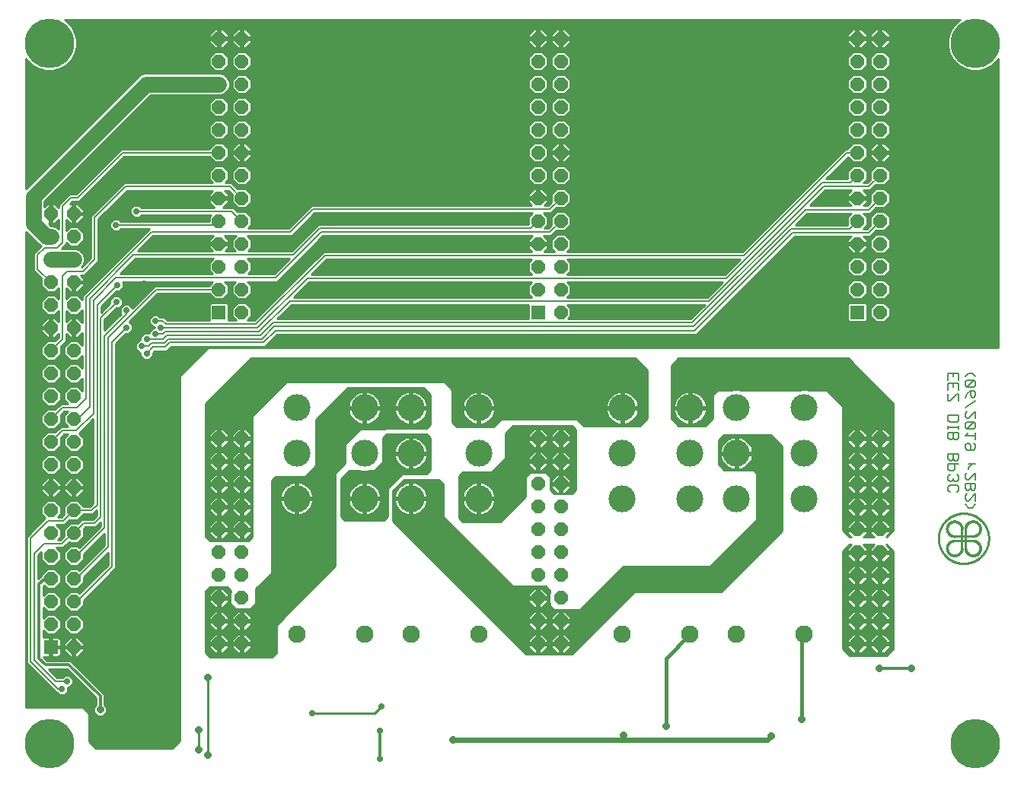
<source format=gbl>
G75*
%MOIN*%
%OFA0B0*%
%FSLAX25Y25*%
%IPPOS*%
%LPD*%
%AMOC8*
5,1,8,0,0,1.08239X$1,22.5*
%
%ADD10C,0.00500*%
%ADD11C,0.11811*%
%ADD12C,0.07677*%
%ADD13OC8,0.05906*%
%ADD14R,0.05906X0.05906*%
%ADD15C,0.01000*%
%ADD16C,0.00100*%
%ADD17C,0.21654*%
%ADD18OC8,0.02781*%
%ADD19C,0.01200*%
%ADD20R,0.02781X0.02781*%
%ADD21OC8,0.03175*%
%ADD22C,0.02400*%
%ADD23C,0.01600*%
%ADD24C,0.07000*%
%ADD25C,0.00800*%
D10*
X0461184Y0147530D02*
X0461184Y0149031D01*
X0461935Y0149782D01*
X0464938Y0149782D01*
X0465688Y0149031D01*
X0465688Y0147530D01*
X0464938Y0146779D01*
X0461935Y0146779D02*
X0461184Y0147530D01*
X0461935Y0151383D02*
X0461184Y0152134D01*
X0461184Y0153635D01*
X0461935Y0154386D01*
X0461935Y0155987D02*
X0463436Y0155987D01*
X0464187Y0156738D01*
X0464187Y0158990D01*
X0465688Y0158990D02*
X0461184Y0158990D01*
X0461184Y0156738D01*
X0461935Y0155987D01*
X0464938Y0154386D02*
X0465688Y0153635D01*
X0465688Y0152134D01*
X0464938Y0151383D01*
X0464187Y0151383D01*
X0463436Y0152134D01*
X0463436Y0152885D01*
X0463436Y0152134D02*
X0462686Y0151383D01*
X0461935Y0151383D01*
X0468684Y0150549D02*
X0468684Y0148297D01*
X0469435Y0147547D01*
X0470186Y0147547D01*
X0470936Y0148297D01*
X0470936Y0150549D01*
X0470186Y0152151D02*
X0469435Y0152151D01*
X0468684Y0152901D01*
X0468684Y0154403D01*
X0469435Y0155153D01*
X0470186Y0156738D02*
X0470186Y0157489D01*
X0471687Y0158990D01*
X0473188Y0158990D02*
X0470186Y0158990D01*
X0473188Y0155153D02*
X0470186Y0152151D01*
X0468684Y0150549D02*
X0473188Y0150549D01*
X0473188Y0148297D01*
X0472438Y0147547D01*
X0471687Y0147547D01*
X0470936Y0148297D01*
X0469435Y0145945D02*
X0468684Y0145195D01*
X0468684Y0143694D01*
X0469435Y0142943D01*
X0470186Y0142943D01*
X0473188Y0145945D01*
X0473188Y0142943D01*
X0473188Y0141341D02*
X0471687Y0139840D01*
X0470186Y0139840D01*
X0468684Y0141341D01*
X0473188Y0152151D02*
X0473188Y0155153D01*
X0465688Y0161342D02*
X0465688Y0163594D01*
X0461184Y0163594D01*
X0461184Y0161342D01*
X0461935Y0160591D01*
X0462686Y0160591D01*
X0463436Y0161342D01*
X0463436Y0163594D01*
X0463436Y0161342D02*
X0464187Y0160591D01*
X0464938Y0160591D01*
X0465688Y0161342D01*
X0469435Y0165195D02*
X0468684Y0165946D01*
X0468684Y0167447D01*
X0469435Y0168198D01*
X0470186Y0168198D01*
X0470936Y0167447D01*
X0470936Y0165195D01*
X0469435Y0165195D02*
X0472438Y0165195D01*
X0473188Y0165946D01*
X0473188Y0167447D01*
X0472438Y0168198D01*
X0473188Y0169799D02*
X0473188Y0172802D01*
X0473188Y0171300D02*
X0468684Y0171300D01*
X0470186Y0172802D01*
X0469435Y0174403D02*
X0472438Y0177406D01*
X0473188Y0176655D01*
X0473188Y0175154D01*
X0472438Y0174403D01*
X0469435Y0174403D01*
X0468684Y0175154D01*
X0468684Y0176655D01*
X0469435Y0177406D01*
X0472438Y0177406D01*
X0473188Y0179007D02*
X0473188Y0182009D01*
X0470186Y0179007D01*
X0469435Y0179007D01*
X0468684Y0179758D01*
X0468684Y0181259D01*
X0469435Y0182009D01*
X0468684Y0183611D02*
X0473188Y0186613D01*
X0472438Y0188215D02*
X0471687Y0188215D01*
X0470936Y0188965D01*
X0470936Y0191217D01*
X0472438Y0191217D01*
X0473188Y0190467D01*
X0473188Y0188965D01*
X0472438Y0188215D01*
X0470936Y0191217D02*
X0469435Y0189716D01*
X0468684Y0188215D01*
X0465688Y0189683D02*
X0465688Y0186680D01*
X0465688Y0189683D02*
X0464938Y0189683D01*
X0461935Y0186680D01*
X0461184Y0186680D01*
X0461184Y0189683D01*
X0461184Y0191284D02*
X0461184Y0194287D01*
X0465688Y0194287D01*
X0465688Y0191284D01*
X0463436Y0192785D02*
X0463436Y0194287D01*
X0461184Y0195888D02*
X0461184Y0198891D01*
X0465688Y0198891D01*
X0465688Y0195888D01*
X0463436Y0197389D02*
X0463436Y0198891D01*
X0468684Y0197389D02*
X0470186Y0198891D01*
X0471687Y0198891D01*
X0473188Y0197389D01*
X0472438Y0195821D02*
X0469435Y0192819D01*
X0472438Y0192819D01*
X0473188Y0193569D01*
X0473188Y0195071D01*
X0472438Y0195821D01*
X0469435Y0195821D01*
X0468684Y0195071D01*
X0468684Y0193569D01*
X0469435Y0192819D01*
X0465688Y0180475D02*
X0461184Y0180475D01*
X0461184Y0178223D01*
X0461935Y0177472D01*
X0464938Y0177472D01*
X0465688Y0178223D01*
X0465688Y0180475D01*
X0465688Y0175871D02*
X0465688Y0174370D01*
X0465688Y0175120D02*
X0461184Y0175120D01*
X0461184Y0174370D02*
X0461184Y0175871D01*
X0461184Y0172802D02*
X0461184Y0170550D01*
X0461935Y0169799D01*
X0462686Y0169799D01*
X0463436Y0170550D01*
X0463436Y0172802D01*
X0465688Y0172802D02*
X0461184Y0172802D01*
X0463436Y0170550D02*
X0464187Y0169799D01*
X0464938Y0169799D01*
X0465688Y0170550D01*
X0465688Y0172802D01*
D11*
X0398185Y0163776D03*
X0398185Y0143933D03*
X0368421Y0143933D03*
X0368421Y0163776D03*
X0348185Y0163776D03*
X0348185Y0143933D03*
X0318421Y0143933D03*
X0318421Y0163776D03*
X0318421Y0183618D03*
X0348185Y0183618D03*
X0368421Y0183618D03*
X0398185Y0183618D03*
X0255665Y0183618D03*
X0255665Y0163776D03*
X0255665Y0143933D03*
X0225902Y0143933D03*
X0225902Y0163776D03*
X0205665Y0163776D03*
X0205665Y0143933D03*
X0175902Y0143933D03*
X0175902Y0163776D03*
X0175902Y0183618D03*
X0205665Y0183618D03*
X0225902Y0183618D03*
D12*
X0225902Y0084406D03*
X0205665Y0084406D03*
X0175902Y0084406D03*
X0255665Y0084406D03*
X0318421Y0084406D03*
X0348185Y0084406D03*
X0368421Y0084406D03*
X0398185Y0084406D03*
D13*
X0421335Y0080350D03*
X0431335Y0080350D03*
X0431335Y0090350D03*
X0421335Y0090350D03*
X0421335Y0100350D03*
X0431335Y0100350D03*
X0431335Y0110350D03*
X0421335Y0110350D03*
X0421335Y0120350D03*
X0431335Y0120350D03*
X0431335Y0130350D03*
X0421335Y0130350D03*
X0421335Y0140350D03*
X0431335Y0140350D03*
X0431335Y0150350D03*
X0421335Y0150350D03*
X0421335Y0160350D03*
X0431335Y0160350D03*
X0431335Y0170350D03*
X0421335Y0170350D03*
X0431335Y0225547D03*
X0431335Y0235547D03*
X0421335Y0235547D03*
X0421335Y0245547D03*
X0431335Y0245547D03*
X0431335Y0255547D03*
X0431335Y0265547D03*
X0421335Y0265547D03*
X0421335Y0255547D03*
X0421335Y0275547D03*
X0431335Y0275547D03*
X0431335Y0285547D03*
X0431335Y0295547D03*
X0421335Y0295547D03*
X0421335Y0285547D03*
X0421335Y0305547D03*
X0431335Y0305547D03*
X0431335Y0315547D03*
X0421335Y0315547D03*
X0421335Y0325547D03*
X0431335Y0325547D03*
X0431335Y0335547D03*
X0421335Y0335547D03*
X0421335Y0345547D03*
X0431335Y0345547D03*
X0291571Y0345547D03*
X0281571Y0345547D03*
X0281571Y0335547D03*
X0281571Y0325547D03*
X0291571Y0325547D03*
X0291571Y0335547D03*
X0291571Y0315547D03*
X0281571Y0315547D03*
X0281571Y0305547D03*
X0291571Y0305547D03*
X0291571Y0295547D03*
X0291571Y0285547D03*
X0281571Y0285547D03*
X0281571Y0295547D03*
X0281571Y0275547D03*
X0291571Y0275547D03*
X0291571Y0265547D03*
X0291571Y0255547D03*
X0281571Y0255547D03*
X0281571Y0265547D03*
X0281571Y0245547D03*
X0291571Y0245547D03*
X0291571Y0235547D03*
X0291571Y0225547D03*
X0281571Y0235547D03*
X0281571Y0170350D03*
X0291571Y0170350D03*
X0291571Y0160350D03*
X0291571Y0150350D03*
X0281571Y0150350D03*
X0281571Y0160350D03*
X0281571Y0140350D03*
X0291571Y0140350D03*
X0291571Y0130350D03*
X0291571Y0120350D03*
X0281571Y0120350D03*
X0281571Y0130350D03*
X0281571Y0110350D03*
X0291571Y0110350D03*
X0291571Y0100350D03*
X0291571Y0090350D03*
X0281571Y0090350D03*
X0281571Y0100350D03*
X0281571Y0080350D03*
X0291571Y0080350D03*
X0151807Y0080350D03*
X0141807Y0080350D03*
X0141807Y0090350D03*
X0151807Y0090350D03*
X0151807Y0100350D03*
X0141807Y0100350D03*
X0141807Y0110350D03*
X0151807Y0110350D03*
X0151807Y0120350D03*
X0141807Y0120350D03*
X0141807Y0130350D03*
X0151807Y0130350D03*
X0151807Y0140350D03*
X0141807Y0140350D03*
X0141807Y0150350D03*
X0151807Y0150350D03*
X0151807Y0160350D03*
X0141807Y0160350D03*
X0141807Y0170350D03*
X0151807Y0170350D03*
X0151807Y0225547D03*
X0151807Y0235547D03*
X0141807Y0235547D03*
X0141807Y0245547D03*
X0151807Y0245547D03*
X0151807Y0255547D03*
X0141807Y0255547D03*
X0141807Y0265547D03*
X0151807Y0265547D03*
X0151807Y0275547D03*
X0141807Y0275547D03*
X0141807Y0285547D03*
X0151807Y0285547D03*
X0151807Y0295547D03*
X0141807Y0295547D03*
X0141807Y0305547D03*
X0151807Y0305547D03*
X0151807Y0315547D03*
X0141807Y0315547D03*
X0141807Y0325547D03*
X0151807Y0325547D03*
X0151807Y0335547D03*
X0141807Y0335547D03*
X0141807Y0345547D03*
X0151807Y0345547D03*
X0078343Y0268776D03*
X0078343Y0258776D03*
X0068343Y0258776D03*
X0068343Y0268776D03*
X0068343Y0248776D03*
X0078343Y0248776D03*
X0078343Y0238776D03*
X0078343Y0228776D03*
X0068343Y0228776D03*
X0068343Y0238776D03*
X0068343Y0218776D03*
X0078343Y0218776D03*
X0078343Y0208776D03*
X0078343Y0198776D03*
X0068343Y0198776D03*
X0068343Y0208776D03*
X0068343Y0188776D03*
X0078343Y0188776D03*
X0078343Y0178776D03*
X0078343Y0168776D03*
X0068343Y0168776D03*
X0068343Y0178776D03*
X0068343Y0158776D03*
X0078343Y0158776D03*
X0078343Y0148776D03*
X0078343Y0138776D03*
X0068343Y0138776D03*
X0068343Y0148776D03*
X0068343Y0128776D03*
X0078343Y0128776D03*
X0078343Y0118776D03*
X0078343Y0108776D03*
X0068343Y0108776D03*
X0068343Y0118776D03*
X0068343Y0098776D03*
X0078343Y0098776D03*
X0078343Y0088776D03*
X0078343Y0078776D03*
X0068343Y0088776D03*
D14*
X0068343Y0078776D03*
X0141807Y0225547D03*
X0281571Y0225547D03*
X0421335Y0225547D03*
D15*
X0425587Y0225696D02*
X0427082Y0225696D01*
X0427082Y0226694D02*
X0425587Y0226694D01*
X0425587Y0227693D02*
X0427466Y0227693D01*
X0427082Y0227309D02*
X0427082Y0223786D01*
X0429573Y0221294D01*
X0433096Y0221294D01*
X0435587Y0223786D01*
X0435587Y0227309D01*
X0433096Y0229800D01*
X0429573Y0229800D01*
X0427082Y0227309D01*
X0428464Y0228691D02*
X0425587Y0228691D01*
X0425587Y0229038D02*
X0424826Y0229800D01*
X0417843Y0229800D01*
X0417082Y0229038D01*
X0417082Y0222056D01*
X0417843Y0221294D01*
X0424826Y0221294D01*
X0425587Y0222056D01*
X0425587Y0229038D01*
X0424936Y0229690D02*
X0429463Y0229690D01*
X0429573Y0231294D02*
X0433096Y0231294D01*
X0435587Y0233786D01*
X0435587Y0237309D01*
X0433096Y0239800D01*
X0429573Y0239800D01*
X0427082Y0237309D01*
X0427082Y0233786D01*
X0429573Y0231294D01*
X0429181Y0231687D02*
X0423488Y0231687D01*
X0423096Y0231294D02*
X0425587Y0233786D01*
X0425587Y0237309D01*
X0423096Y0239800D01*
X0419573Y0239800D01*
X0417082Y0237309D01*
X0417082Y0233786D01*
X0419573Y0231294D01*
X0423096Y0231294D01*
X0424487Y0232685D02*
X0428182Y0232685D01*
X0427184Y0233684D02*
X0425485Y0233684D01*
X0425587Y0234682D02*
X0427082Y0234682D01*
X0427082Y0235681D02*
X0425587Y0235681D01*
X0425587Y0236679D02*
X0427082Y0236679D01*
X0427451Y0237678D02*
X0425218Y0237678D01*
X0424220Y0238676D02*
X0428449Y0238676D01*
X0429448Y0239675D02*
X0423221Y0239675D01*
X0423096Y0241294D02*
X0425587Y0243786D01*
X0425587Y0247309D01*
X0423096Y0249800D01*
X0419573Y0249800D01*
X0417082Y0247309D01*
X0417082Y0243786D01*
X0419573Y0241294D01*
X0423096Y0241294D01*
X0423473Y0241672D02*
X0429196Y0241672D01*
X0429573Y0241294D02*
X0433096Y0241294D01*
X0435587Y0243786D01*
X0435587Y0247309D01*
X0433096Y0249800D01*
X0429573Y0249800D01*
X0427082Y0247309D01*
X0427082Y0243786D01*
X0429573Y0241294D01*
X0428197Y0242670D02*
X0424472Y0242670D01*
X0425470Y0243669D02*
X0427199Y0243669D01*
X0427082Y0244667D02*
X0425587Y0244667D01*
X0425587Y0245666D02*
X0427082Y0245666D01*
X0427082Y0246664D02*
X0425587Y0246664D01*
X0425233Y0247663D02*
X0427436Y0247663D01*
X0428434Y0248661D02*
X0424235Y0248661D01*
X0423236Y0249660D02*
X0429433Y0249660D01*
X0429573Y0251294D02*
X0433096Y0251294D01*
X0435587Y0253786D01*
X0435587Y0257309D01*
X0433096Y0259800D01*
X0429573Y0259800D01*
X0427082Y0257309D01*
X0427082Y0253786D01*
X0429573Y0251294D01*
X0429211Y0251657D02*
X0423459Y0251657D01*
X0423096Y0251294D02*
X0425587Y0253786D01*
X0425587Y0255063D01*
X0421819Y0255063D01*
X0421819Y0256031D01*
X0425587Y0256031D01*
X0425587Y0257309D01*
X0424069Y0258828D01*
X0426972Y0258828D01*
X0429506Y0261362D01*
X0429573Y0261294D01*
X0433096Y0261294D01*
X0435587Y0263786D01*
X0435587Y0267309D01*
X0433096Y0269800D01*
X0429573Y0269800D01*
X0427082Y0267309D01*
X0427082Y0263786D01*
X0427102Y0263766D01*
X0425564Y0262228D01*
X0424029Y0262228D01*
X0425587Y0263786D01*
X0425587Y0267309D01*
X0424019Y0268878D01*
X0427022Y0268878D01*
X0429506Y0271362D01*
X0429573Y0271294D01*
X0433096Y0271294D01*
X0435587Y0273786D01*
X0435587Y0277309D01*
X0433096Y0279800D01*
X0429573Y0279800D01*
X0427082Y0277309D01*
X0427082Y0273786D01*
X0427102Y0273766D01*
X0425614Y0272278D01*
X0424079Y0272278D01*
X0425587Y0273786D01*
X0425587Y0275063D01*
X0421819Y0275063D01*
X0421819Y0276031D01*
X0425587Y0276031D01*
X0425587Y0277309D01*
X0423919Y0278978D01*
X0427122Y0278978D01*
X0429506Y0281362D01*
X0429573Y0281294D01*
X0433096Y0281294D01*
X0435587Y0283786D01*
X0435587Y0287309D01*
X0433096Y0289800D01*
X0429573Y0289800D01*
X0427082Y0287309D01*
X0427082Y0283786D01*
X0427102Y0283766D01*
X0425714Y0282378D01*
X0424179Y0282378D01*
X0425587Y0283786D01*
X0425587Y0287309D01*
X0423096Y0289800D01*
X0419573Y0289800D01*
X0417082Y0287309D01*
X0417082Y0283978D01*
X0407700Y0283978D01*
X0417295Y0293573D01*
X0419573Y0291294D01*
X0423096Y0291294D01*
X0425587Y0293786D01*
X0425587Y0297309D01*
X0423096Y0299800D01*
X0419573Y0299800D01*
X0417082Y0297309D01*
X0417082Y0297247D01*
X0416161Y0297247D01*
X0371141Y0252228D01*
X0294265Y0252228D01*
X0295824Y0253786D01*
X0295824Y0257309D01*
X0293332Y0259800D01*
X0289809Y0259800D01*
X0287318Y0257309D01*
X0287318Y0253786D01*
X0288876Y0252228D01*
X0284265Y0252228D01*
X0285824Y0253786D01*
X0285824Y0255063D01*
X0282055Y0255063D01*
X0282055Y0256031D01*
X0285824Y0256031D01*
X0285824Y0257309D01*
X0284155Y0258978D01*
X0287405Y0258978D01*
X0289766Y0261338D01*
X0289809Y0261294D01*
X0293332Y0261294D01*
X0295824Y0263786D01*
X0295824Y0267309D01*
X0293332Y0269800D01*
X0289809Y0269800D01*
X0287318Y0267309D01*
X0287318Y0263786D01*
X0287362Y0263742D01*
X0285997Y0262378D01*
X0284415Y0262378D01*
X0285824Y0263786D01*
X0285824Y0267309D01*
X0284105Y0269028D01*
X0287455Y0269028D01*
X0289766Y0271338D01*
X0289809Y0271294D01*
X0293332Y0271294D01*
X0295824Y0273786D01*
X0295824Y0277309D01*
X0293332Y0279800D01*
X0289809Y0279800D01*
X0287318Y0277309D01*
X0287318Y0273786D01*
X0287362Y0273742D01*
X0286047Y0272428D01*
X0284465Y0272428D01*
X0285824Y0273786D01*
X0285824Y0275063D01*
X0282055Y0275063D01*
X0282055Y0276031D01*
X0285824Y0276031D01*
X0285824Y0277309D01*
X0283332Y0279800D01*
X0282055Y0279800D01*
X0282055Y0276032D01*
X0281087Y0276032D01*
X0281087Y0279800D01*
X0279809Y0279800D01*
X0277318Y0277309D01*
X0277318Y0276031D01*
X0281087Y0276031D01*
X0281087Y0275063D01*
X0277318Y0275063D01*
X0277318Y0273786D01*
X0278676Y0272428D01*
X0182391Y0272428D01*
X0172491Y0262528D01*
X0154802Y0262528D01*
X0156060Y0263786D01*
X0156060Y0267309D01*
X0153569Y0269800D01*
X0150046Y0269800D01*
X0150002Y0269756D01*
X0148181Y0271578D01*
X0143852Y0271578D01*
X0146060Y0273786D01*
X0146060Y0275063D01*
X0142291Y0275063D01*
X0142291Y0276031D01*
X0146060Y0276031D01*
X0146060Y0277309D01*
X0144441Y0278928D01*
X0146023Y0278928D01*
X0147598Y0277352D01*
X0147554Y0277309D01*
X0147554Y0273786D01*
X0150046Y0271294D01*
X0153569Y0271294D01*
X0156060Y0273786D01*
X0156060Y0277309D01*
X0153569Y0279800D01*
X0150046Y0279800D01*
X0150002Y0279756D01*
X0148427Y0281332D01*
X0147431Y0282328D01*
X0144602Y0282328D01*
X0146060Y0283786D01*
X0146060Y0287309D01*
X0143569Y0289800D01*
X0140046Y0289800D01*
X0137554Y0287309D01*
X0137554Y0283786D01*
X0139012Y0282328D01*
X0100291Y0282328D01*
X0088696Y0270732D01*
X0087071Y0269107D01*
X0085696Y0267732D01*
X0085696Y0266323D01*
X0085696Y0249320D01*
X0081671Y0245296D01*
X0081651Y0245296D01*
X0082412Y0246057D01*
X0083143Y0247821D01*
X0083143Y0249730D01*
X0082412Y0251495D01*
X0081061Y0252845D01*
X0079297Y0253576D01*
X0073159Y0253576D01*
X0075076Y0255492D01*
X0075076Y0256028D01*
X0076581Y0254523D01*
X0080104Y0254523D01*
X0082595Y0257014D01*
X0082595Y0260537D01*
X0080104Y0263028D01*
X0076581Y0263028D01*
X0075076Y0261523D01*
X0075076Y0266028D01*
X0076581Y0264523D01*
X0077858Y0264523D01*
X0077858Y0268291D01*
X0078827Y0268291D01*
X0078827Y0264523D01*
X0080104Y0264523D01*
X0082595Y0267014D01*
X0082595Y0268291D01*
X0078827Y0268291D01*
X0078827Y0269260D01*
X0082595Y0269260D01*
X0082595Y0270537D01*
X0080104Y0273028D01*
X0078827Y0273028D01*
X0078827Y0269260D01*
X0077858Y0269260D01*
X0077858Y0273028D01*
X0076812Y0273028D01*
X0077861Y0274078D01*
X0080730Y0274078D01*
X0100499Y0293847D01*
X0137554Y0293847D01*
X0137554Y0293786D01*
X0140046Y0291294D01*
X0143569Y0291294D01*
X0146060Y0293786D01*
X0146060Y0297309D01*
X0143569Y0299800D01*
X0140046Y0299800D01*
X0137554Y0297309D01*
X0137554Y0297247D01*
X0099091Y0297247D01*
X0098095Y0296251D01*
X0079321Y0277478D01*
X0076453Y0277478D01*
X0075457Y0276482D01*
X0071676Y0272700D01*
X0071676Y0271457D01*
X0070104Y0273028D01*
X0068827Y0273028D01*
X0068827Y0269260D01*
X0067858Y0269260D01*
X0067858Y0273028D01*
X0066581Y0273028D01*
X0065446Y0271893D01*
X0065446Y0274039D01*
X0112154Y0320747D01*
X0142762Y0320747D01*
X0144526Y0321478D01*
X0145876Y0322828D01*
X0146607Y0324592D01*
X0146607Y0326502D01*
X0145876Y0328266D01*
X0144526Y0329616D01*
X0142762Y0330347D01*
X0109211Y0330347D01*
X0107446Y0329616D01*
X0057472Y0279643D01*
X0057472Y0336789D01*
X0057851Y0336133D01*
X0060109Y0333875D01*
X0062874Y0332278D01*
X0065959Y0331452D01*
X0069152Y0331452D01*
X0072236Y0332278D01*
X0075001Y0333875D01*
X0077259Y0336133D01*
X0078855Y0338898D01*
X0079682Y0341982D01*
X0079682Y0345175D01*
X0078855Y0348259D01*
X0077259Y0351025D01*
X0075001Y0353283D01*
X0074345Y0353661D01*
X0466277Y0353661D01*
X0465621Y0353283D01*
X0463363Y0351025D01*
X0461767Y0348259D01*
X0460940Y0345175D01*
X0460940Y0341982D01*
X0461767Y0338898D01*
X0463363Y0336133D01*
X0465621Y0333875D01*
X0468386Y0332278D01*
X0471470Y0331452D01*
X0474663Y0331452D01*
X0477748Y0332278D01*
X0480513Y0333875D01*
X0482771Y0336133D01*
X0483150Y0336789D01*
X0483150Y0210028D01*
X0136896Y0210028D01*
X0124646Y0197778D01*
X0124646Y0037778D01*
X0121396Y0034528D01*
X0087896Y0034528D01*
X0085146Y0037278D01*
X0085146Y0049528D01*
X0082396Y0052278D01*
X0057472Y0052278D01*
X0057472Y0260913D01*
X0063679Y0254706D01*
X0063964Y0254588D01*
X0061821Y0252446D01*
X0060826Y0251450D01*
X0060826Y0243888D01*
X0064133Y0240581D01*
X0064090Y0240537D01*
X0064090Y0237014D01*
X0066581Y0234523D01*
X0070104Y0234523D01*
X0071626Y0236044D01*
X0071626Y0231507D01*
X0070104Y0233028D01*
X0066581Y0233028D01*
X0064090Y0230537D01*
X0064090Y0227014D01*
X0066581Y0224523D01*
X0070104Y0224523D01*
X0071626Y0226044D01*
X0071626Y0221507D01*
X0070104Y0223028D01*
X0068827Y0223028D01*
X0068827Y0219260D01*
X0067858Y0219260D01*
X0067858Y0218291D01*
X0068827Y0218291D01*
X0068827Y0214523D01*
X0070104Y0214523D01*
X0071626Y0216044D01*
X0071626Y0214463D01*
X0070148Y0212985D01*
X0070104Y0213028D01*
X0066581Y0213028D01*
X0064090Y0210537D01*
X0064090Y0207014D01*
X0066581Y0204523D01*
X0070104Y0204523D01*
X0072595Y0207014D01*
X0072595Y0210537D01*
X0072552Y0210581D01*
X0075026Y0213054D01*
X0075026Y0216078D01*
X0076581Y0214523D01*
X0077858Y0214523D01*
X0077858Y0218291D01*
X0078827Y0218291D01*
X0078827Y0214523D01*
X0080104Y0214523D01*
X0082076Y0216494D01*
X0082076Y0211057D01*
X0080104Y0213028D01*
X0076581Y0213028D01*
X0074090Y0210537D01*
X0074090Y0207014D01*
X0076581Y0204523D01*
X0080104Y0204523D01*
X0082076Y0206494D01*
X0082076Y0201057D01*
X0080104Y0203028D01*
X0076581Y0203028D01*
X0074090Y0200537D01*
X0074090Y0197014D01*
X0076581Y0194523D01*
X0080104Y0194523D01*
X0082076Y0196494D01*
X0082076Y0191057D01*
X0080104Y0193028D01*
X0076581Y0193028D01*
X0074090Y0190537D01*
X0074090Y0187014D01*
X0075658Y0185446D01*
X0072609Y0185446D01*
X0071613Y0184450D01*
X0070148Y0182985D01*
X0070104Y0183028D01*
X0066581Y0183028D01*
X0064090Y0180537D01*
X0064090Y0177014D01*
X0066581Y0174523D01*
X0070104Y0174523D01*
X0072595Y0177014D01*
X0072595Y0180537D01*
X0072552Y0180581D01*
X0074017Y0182046D01*
X0075599Y0182046D01*
X0074090Y0180537D01*
X0074090Y0177014D01*
X0075608Y0175496D01*
X0072659Y0175496D01*
X0071663Y0174500D01*
X0070148Y0172985D01*
X0070104Y0173028D01*
X0066581Y0173028D01*
X0064090Y0170537D01*
X0064090Y0167014D01*
X0066581Y0164523D01*
X0070104Y0164523D01*
X0072595Y0167014D01*
X0072595Y0170537D01*
X0072552Y0170581D01*
X0074067Y0172096D01*
X0075649Y0172096D01*
X0074090Y0170537D01*
X0074090Y0167014D01*
X0076581Y0164523D01*
X0080104Y0164523D01*
X0082595Y0167014D01*
X0082595Y0170537D01*
X0080633Y0172499D01*
X0086876Y0178742D01*
X0086876Y0141912D01*
X0085440Y0140476D01*
X0082595Y0140476D01*
X0082595Y0140537D01*
X0080104Y0143028D01*
X0076581Y0143028D01*
X0074090Y0140537D01*
X0074090Y0137014D01*
X0074133Y0136971D01*
X0072890Y0135728D01*
X0071309Y0135728D01*
X0072595Y0137014D01*
X0072595Y0140537D01*
X0070104Y0143028D01*
X0066581Y0143028D01*
X0064090Y0140537D01*
X0064090Y0137014D01*
X0065784Y0135320D01*
X0065196Y0134732D01*
X0058691Y0128228D01*
X0057696Y0127232D01*
X0057696Y0071823D01*
X0058691Y0070828D01*
X0070691Y0058828D01*
X0071041Y0058828D01*
X0072031Y0057837D01*
X0074260Y0057837D01*
X0075836Y0059413D01*
X0075836Y0061087D01*
X0076510Y0061087D01*
X0078086Y0062663D01*
X0078086Y0064892D01*
X0076510Y0066468D01*
X0074281Y0066468D01*
X0073291Y0065478D01*
X0071100Y0065478D01*
X0067450Y0069128D01*
X0075359Y0069128D01*
X0087996Y0056491D01*
X0087996Y0053461D01*
X0087008Y0052474D01*
X0087008Y0050082D01*
X0088700Y0048390D01*
X0091092Y0048390D01*
X0092783Y0050082D01*
X0092783Y0052474D01*
X0091796Y0053461D01*
X0091796Y0058065D01*
X0090683Y0059178D01*
X0076933Y0072928D01*
X0066683Y0072928D01*
X0065046Y0074565D01*
X0065046Y0074569D01*
X0065219Y0074523D01*
X0067858Y0074523D01*
X0067858Y0078291D01*
X0068827Y0078291D01*
X0068827Y0074523D01*
X0071466Y0074523D01*
X0071797Y0074611D01*
X0072093Y0074783D01*
X0072336Y0075025D01*
X0072507Y0075321D01*
X0072595Y0075652D01*
X0072595Y0078291D01*
X0068827Y0078291D01*
X0068827Y0079260D01*
X0072595Y0079260D01*
X0072595Y0081899D01*
X0072507Y0082230D01*
X0072336Y0082527D01*
X0072093Y0082769D01*
X0071797Y0082940D01*
X0071466Y0083028D01*
X0068827Y0083028D01*
X0068827Y0079260D01*
X0067858Y0079260D01*
X0067858Y0083028D01*
X0065219Y0083028D01*
X0065046Y0082982D01*
X0065046Y0086058D01*
X0066581Y0084523D01*
X0070104Y0084523D01*
X0072595Y0087014D01*
X0072595Y0090537D01*
X0070104Y0093028D01*
X0066581Y0093028D01*
X0065046Y0091493D01*
X0065046Y0096058D01*
X0066581Y0094523D01*
X0070104Y0094523D01*
X0072595Y0097014D01*
X0072595Y0100537D01*
X0070104Y0103028D01*
X0066581Y0103028D01*
X0065046Y0101493D01*
X0065046Y0105491D01*
X0065329Y0105774D01*
X0066581Y0104523D01*
X0070104Y0104523D01*
X0072595Y0107014D01*
X0072595Y0110537D01*
X0070104Y0113028D01*
X0066581Y0113028D01*
X0064090Y0110537D01*
X0064090Y0109909D01*
X0062846Y0108665D01*
X0062846Y0119073D01*
X0064090Y0120318D01*
X0064090Y0117014D01*
X0066581Y0114523D01*
X0070104Y0114523D01*
X0072595Y0117014D01*
X0072595Y0120537D01*
X0070805Y0122328D01*
X0073850Y0122328D01*
X0074846Y0123323D01*
X0074846Y0123323D01*
X0076313Y0124791D01*
X0076581Y0124523D01*
X0080104Y0124523D01*
X0082595Y0127014D01*
X0082595Y0130537D01*
X0082552Y0130581D01*
X0083299Y0131328D01*
X0088100Y0131328D01*
X0089096Y0132323D01*
X0090076Y0133303D01*
X0090076Y0131750D01*
X0080729Y0122404D01*
X0080104Y0123028D01*
X0076581Y0123028D01*
X0074090Y0120537D01*
X0074090Y0117014D01*
X0076581Y0114523D01*
X0080104Y0114523D01*
X0082595Y0117014D01*
X0082595Y0119462D01*
X0091676Y0128542D01*
X0091676Y0123350D01*
X0080729Y0112404D01*
X0080104Y0113028D01*
X0076581Y0113028D01*
X0074090Y0110537D01*
X0074090Y0107014D01*
X0076581Y0104523D01*
X0080104Y0104523D01*
X0082595Y0107014D01*
X0082595Y0109462D01*
X0093276Y0120142D01*
X0093276Y0114750D01*
X0080829Y0102304D01*
X0080104Y0103028D01*
X0076581Y0103028D01*
X0074090Y0100537D01*
X0074090Y0097014D01*
X0076581Y0094523D01*
X0080104Y0094523D01*
X0082595Y0097014D01*
X0082595Y0099262D01*
X0095680Y0112346D01*
X0096676Y0113342D01*
X0096676Y0211723D01*
X0101089Y0216137D01*
X0102490Y0216137D01*
X0104066Y0217713D01*
X0104066Y0219942D01*
X0102640Y0221368D01*
X0115120Y0233847D01*
X0137554Y0233847D01*
X0137554Y0233786D01*
X0140046Y0231294D01*
X0143569Y0231294D01*
X0146060Y0233786D01*
X0146060Y0237309D01*
X0144441Y0238928D01*
X0149173Y0238928D01*
X0147554Y0237309D01*
X0147554Y0233786D01*
X0150046Y0231294D01*
X0153569Y0231294D01*
X0156060Y0233786D01*
X0156060Y0237309D01*
X0154441Y0238928D01*
X0167400Y0238928D01*
X0168396Y0239923D01*
X0187450Y0258978D01*
X0278987Y0258978D01*
X0277318Y0257309D01*
X0277318Y0256031D01*
X0281087Y0256031D01*
X0281087Y0255063D01*
X0277318Y0255063D01*
X0277318Y0253786D01*
X0278876Y0252228D01*
X0187691Y0252228D01*
X0157441Y0221978D01*
X0154252Y0221978D01*
X0156060Y0223786D01*
X0156060Y0227309D01*
X0153569Y0229800D01*
X0150046Y0229800D01*
X0147554Y0227309D01*
X0147554Y0223786D01*
X0149362Y0221978D01*
X0145981Y0221978D01*
X0146060Y0222056D01*
X0146060Y0229038D01*
X0145298Y0229800D01*
X0138316Y0229800D01*
X0137554Y0229038D01*
X0137554Y0222056D01*
X0137633Y0221978D01*
X0119350Y0221978D01*
X0118896Y0222432D01*
X0117900Y0223428D01*
X0116181Y0223428D01*
X0115190Y0224418D01*
X0112961Y0224418D01*
X0111385Y0222842D01*
X0111385Y0220613D01*
X0112961Y0219037D01*
X0113685Y0219037D01*
X0113685Y0218818D01*
X0112961Y0218818D01*
X0111385Y0217242D01*
X0111385Y0216373D01*
X0111340Y0216418D01*
X0109111Y0216418D01*
X0107535Y0214842D01*
X0107535Y0213318D01*
X0106961Y0213318D01*
X0105385Y0211742D01*
X0105385Y0209513D01*
X0106961Y0207937D01*
X0107535Y0207937D01*
X0107535Y0206463D01*
X0109111Y0204887D01*
X0111340Y0204887D01*
X0112916Y0206463D01*
X0112916Y0207864D01*
X0113630Y0208578D01*
X0119100Y0208578D01*
X0120096Y0209573D01*
X0121100Y0210578D01*
X0162100Y0210578D01*
X0163096Y0211573D01*
X0167350Y0215828D01*
X0350900Y0215828D01*
X0351896Y0216823D01*
X0393900Y0258828D01*
X0418601Y0258828D01*
X0417082Y0257309D01*
X0417082Y0256031D01*
X0420850Y0256031D01*
X0420850Y0255063D01*
X0417082Y0255063D01*
X0417082Y0253786D01*
X0419573Y0251294D01*
X0420850Y0251294D01*
X0420850Y0255063D01*
X0421819Y0255063D01*
X0421819Y0251294D01*
X0423096Y0251294D01*
X0421819Y0251657D02*
X0420850Y0251657D01*
X0420850Y0252655D02*
X0421819Y0252655D01*
X0421819Y0253654D02*
X0420850Y0253654D01*
X0420850Y0254652D02*
X0421819Y0254652D01*
X0421819Y0255651D02*
X0427082Y0255651D01*
X0427082Y0256649D02*
X0425587Y0256649D01*
X0425248Y0257648D02*
X0427421Y0257648D01*
X0428420Y0258646D02*
X0424250Y0258646D01*
X0427789Y0259645D02*
X0429418Y0259645D01*
X0428788Y0260643D02*
X0483150Y0260643D01*
X0483150Y0259645D02*
X0433251Y0259645D01*
X0434250Y0258646D02*
X0483150Y0258646D01*
X0483150Y0257648D02*
X0435248Y0257648D01*
X0435587Y0256649D02*
X0483150Y0256649D01*
X0483150Y0255651D02*
X0435587Y0255651D01*
X0435587Y0254652D02*
X0483150Y0254652D01*
X0483150Y0253654D02*
X0435456Y0253654D01*
X0434457Y0252655D02*
X0483150Y0252655D01*
X0483150Y0251657D02*
X0433459Y0251657D01*
X0433236Y0249660D02*
X0483150Y0249660D01*
X0483150Y0250658D02*
X0385731Y0250658D01*
X0384732Y0249660D02*
X0419433Y0249660D01*
X0418434Y0248661D02*
X0383734Y0248661D01*
X0382735Y0247663D02*
X0417436Y0247663D01*
X0417082Y0246664D02*
X0381737Y0246664D01*
X0380738Y0245666D02*
X0417082Y0245666D01*
X0417082Y0244667D02*
X0379740Y0244667D01*
X0378741Y0243669D02*
X0417199Y0243669D01*
X0418197Y0242670D02*
X0377743Y0242670D01*
X0376744Y0241672D02*
X0419196Y0241672D01*
X0419448Y0239675D02*
X0374747Y0239675D01*
X0375746Y0240673D02*
X0483150Y0240673D01*
X0483150Y0239675D02*
X0433221Y0239675D01*
X0434220Y0238676D02*
X0483150Y0238676D01*
X0483150Y0237678D02*
X0435218Y0237678D01*
X0435587Y0236679D02*
X0483150Y0236679D01*
X0483150Y0235681D02*
X0435587Y0235681D01*
X0435587Y0234682D02*
X0483150Y0234682D01*
X0483150Y0233684D02*
X0435485Y0233684D01*
X0434487Y0232685D02*
X0483150Y0232685D01*
X0483150Y0231687D02*
X0433488Y0231687D01*
X0433207Y0229690D02*
X0483150Y0229690D01*
X0483150Y0230688D02*
X0365760Y0230688D01*
X0364762Y0229690D02*
X0417733Y0229690D01*
X0417082Y0228691D02*
X0363763Y0228691D01*
X0362765Y0227693D02*
X0417082Y0227693D01*
X0417082Y0226694D02*
X0361766Y0226694D01*
X0360768Y0225696D02*
X0417082Y0225696D01*
X0417082Y0224697D02*
X0359769Y0224697D01*
X0358771Y0223699D02*
X0417082Y0223699D01*
X0417082Y0222700D02*
X0357772Y0222700D01*
X0356774Y0221702D02*
X0417436Y0221702D01*
X0425233Y0221702D02*
X0429166Y0221702D01*
X0428168Y0222700D02*
X0425587Y0222700D01*
X0425587Y0223699D02*
X0427169Y0223699D01*
X0427082Y0224697D02*
X0425587Y0224697D01*
X0419181Y0231687D02*
X0366759Y0231687D01*
X0367757Y0232685D02*
X0418182Y0232685D01*
X0417184Y0233684D02*
X0368756Y0233684D01*
X0369754Y0234682D02*
X0417082Y0234682D01*
X0417082Y0235681D02*
X0370753Y0235681D01*
X0371751Y0236679D02*
X0417082Y0236679D01*
X0417451Y0237678D02*
X0372750Y0237678D01*
X0373748Y0238676D02*
X0418449Y0238676D01*
X0433473Y0241672D02*
X0483150Y0241672D01*
X0483150Y0242670D02*
X0434472Y0242670D01*
X0435470Y0243669D02*
X0483150Y0243669D01*
X0483150Y0244667D02*
X0435587Y0244667D01*
X0435587Y0245666D02*
X0483150Y0245666D01*
X0483150Y0246664D02*
X0435587Y0246664D01*
X0435233Y0247663D02*
X0483150Y0247663D01*
X0483150Y0248661D02*
X0434235Y0248661D01*
X0428212Y0252655D02*
X0424457Y0252655D01*
X0425456Y0253654D02*
X0427214Y0253654D01*
X0427082Y0254652D02*
X0425587Y0254652D01*
X0420850Y0255651D02*
X0390723Y0255651D01*
X0389725Y0254652D02*
X0417082Y0254652D01*
X0417214Y0253654D02*
X0388726Y0253654D01*
X0387728Y0252655D02*
X0418212Y0252655D01*
X0419211Y0251657D02*
X0386729Y0251657D01*
X0391722Y0256649D02*
X0417082Y0256649D01*
X0417421Y0257648D02*
X0392720Y0257648D01*
X0393719Y0258646D02*
X0418420Y0258646D01*
X0417082Y0263828D02*
X0394400Y0263828D01*
X0399450Y0268878D01*
X0418651Y0268878D01*
X0417082Y0267309D01*
X0417082Y0263828D01*
X0417082Y0264638D02*
X0395210Y0264638D01*
X0396208Y0265636D02*
X0417082Y0265636D01*
X0417082Y0266635D02*
X0397207Y0266635D01*
X0398205Y0267633D02*
X0417406Y0267633D01*
X0418405Y0268632D02*
X0399204Y0268632D01*
X0400600Y0272278D02*
X0407300Y0278978D01*
X0418751Y0278978D01*
X0417082Y0277309D01*
X0417082Y0276031D01*
X0420850Y0276031D01*
X0420850Y0275063D01*
X0417082Y0275063D01*
X0417082Y0273786D01*
X0418590Y0272278D01*
X0400600Y0272278D01*
X0400948Y0272626D02*
X0418242Y0272626D01*
X0417243Y0273624D02*
X0401946Y0273624D01*
X0402945Y0274623D02*
X0417082Y0274623D01*
X0417082Y0276620D02*
X0404942Y0276620D01*
X0405940Y0277618D02*
X0417391Y0277618D01*
X0418390Y0278617D02*
X0406939Y0278617D01*
X0403943Y0275621D02*
X0420850Y0275621D01*
X0421819Y0275621D02*
X0427082Y0275621D01*
X0427082Y0274623D02*
X0425587Y0274623D01*
X0425426Y0273624D02*
X0426960Y0273624D01*
X0425962Y0272626D02*
X0424427Y0272626D01*
X0424265Y0268632D02*
X0428405Y0268632D01*
X0427774Y0269630D02*
X0429403Y0269630D01*
X0428773Y0270629D02*
X0483150Y0270629D01*
X0483150Y0271627D02*
X0433429Y0271627D01*
X0434427Y0272626D02*
X0483150Y0272626D01*
X0483150Y0273624D02*
X0435426Y0273624D01*
X0435587Y0274623D02*
X0483150Y0274623D01*
X0483150Y0275621D02*
X0435587Y0275621D01*
X0435587Y0276620D02*
X0483150Y0276620D01*
X0483150Y0277618D02*
X0435278Y0277618D01*
X0434279Y0278617D02*
X0483150Y0278617D01*
X0483150Y0279615D02*
X0433281Y0279615D01*
X0433414Y0281612D02*
X0483150Y0281612D01*
X0483150Y0280614D02*
X0428758Y0280614D01*
X0429388Y0279615D02*
X0427760Y0279615D01*
X0428390Y0278617D02*
X0424279Y0278617D01*
X0425278Y0277618D02*
X0427391Y0277618D01*
X0427082Y0276620D02*
X0425587Y0276620D01*
X0425947Y0282611D02*
X0424412Y0282611D01*
X0425411Y0283609D02*
X0426945Y0283609D01*
X0427082Y0284608D02*
X0425587Y0284608D01*
X0425587Y0285606D02*
X0427082Y0285606D01*
X0427082Y0286605D02*
X0425587Y0286605D01*
X0425293Y0287603D02*
X0427376Y0287603D01*
X0428375Y0288602D02*
X0424294Y0288602D01*
X0423296Y0289600D02*
X0429373Y0289600D01*
X0429573Y0291294D02*
X0427082Y0293786D01*
X0427082Y0295063D01*
X0430850Y0295063D01*
X0430850Y0296031D01*
X0427082Y0296031D01*
X0427082Y0297309D01*
X0429573Y0299800D01*
X0430850Y0299800D01*
X0430850Y0296032D01*
X0431819Y0296032D01*
X0431819Y0299800D01*
X0433096Y0299800D01*
X0435587Y0297309D01*
X0435587Y0296031D01*
X0431819Y0296031D01*
X0431819Y0295063D01*
X0435587Y0295063D01*
X0435587Y0293786D01*
X0433096Y0291294D01*
X0431819Y0291294D01*
X0431819Y0295063D01*
X0430850Y0295063D01*
X0430850Y0291294D01*
X0429573Y0291294D01*
X0429270Y0291597D02*
X0423399Y0291597D01*
X0424398Y0292596D02*
X0428272Y0292596D01*
X0427273Y0293594D02*
X0425396Y0293594D01*
X0425587Y0294593D02*
X0427082Y0294593D01*
X0425587Y0295591D02*
X0430850Y0295591D01*
X0431819Y0295591D02*
X0483150Y0295591D01*
X0483150Y0294593D02*
X0435587Y0294593D01*
X0435396Y0293594D02*
X0483150Y0293594D01*
X0483150Y0292596D02*
X0434398Y0292596D01*
X0433399Y0291597D02*
X0483150Y0291597D01*
X0483150Y0290599D02*
X0414321Y0290599D01*
X0415320Y0291597D02*
X0419270Y0291597D01*
X0418272Y0292596D02*
X0416318Y0292596D01*
X0413507Y0294593D02*
X0295824Y0294593D01*
X0295824Y0295063D02*
X0292055Y0295063D01*
X0292055Y0291294D01*
X0293332Y0291294D01*
X0295824Y0293786D01*
X0295824Y0295063D01*
X0295824Y0296031D02*
X0292055Y0296031D01*
X0292055Y0295063D01*
X0291087Y0295063D01*
X0291087Y0291294D01*
X0289809Y0291294D01*
X0287318Y0293786D01*
X0287318Y0295063D01*
X0291087Y0295063D01*
X0291087Y0296031D01*
X0287318Y0296031D01*
X0287318Y0297309D01*
X0289809Y0299800D01*
X0291087Y0299800D01*
X0291087Y0296032D01*
X0292055Y0296032D01*
X0292055Y0299800D01*
X0293332Y0299800D01*
X0295824Y0297309D01*
X0295824Y0296031D01*
X0295824Y0296590D02*
X0415504Y0296590D01*
X0414505Y0295591D02*
X0292055Y0295591D01*
X0291087Y0295591D02*
X0285824Y0295591D01*
X0285824Y0294593D02*
X0287318Y0294593D01*
X0287509Y0293594D02*
X0285632Y0293594D01*
X0285824Y0293786D02*
X0283332Y0291294D01*
X0279809Y0291294D01*
X0277318Y0293786D01*
X0277318Y0297309D01*
X0279809Y0299800D01*
X0283332Y0299800D01*
X0285824Y0297309D01*
X0285824Y0293786D01*
X0284634Y0292596D02*
X0288508Y0292596D01*
X0289506Y0291597D02*
X0283635Y0291597D01*
X0283332Y0289800D02*
X0279809Y0289800D01*
X0277318Y0287309D01*
X0277318Y0283786D01*
X0279809Y0281294D01*
X0283332Y0281294D01*
X0285824Y0283786D01*
X0285824Y0287309D01*
X0283332Y0289800D01*
X0283532Y0289600D02*
X0289610Y0289600D01*
X0289809Y0289800D02*
X0287318Y0287309D01*
X0287318Y0283786D01*
X0289809Y0281294D01*
X0293332Y0281294D01*
X0295824Y0283786D01*
X0295824Y0287309D01*
X0293332Y0289800D01*
X0289809Y0289800D01*
X0288611Y0288602D02*
X0284531Y0288602D01*
X0285529Y0287603D02*
X0287613Y0287603D01*
X0287318Y0286605D02*
X0285824Y0286605D01*
X0285824Y0285606D02*
X0287318Y0285606D01*
X0287318Y0284608D02*
X0285824Y0284608D01*
X0285647Y0283609D02*
X0287495Y0283609D01*
X0288493Y0282611D02*
X0284649Y0282611D01*
X0283650Y0281612D02*
X0289492Y0281612D01*
X0289625Y0279615D02*
X0283517Y0279615D01*
X0284516Y0278617D02*
X0288626Y0278617D01*
X0287627Y0277618D02*
X0285514Y0277618D01*
X0285824Y0276620D02*
X0287318Y0276620D01*
X0287318Y0275621D02*
X0282055Y0275621D01*
X0281087Y0275621D02*
X0156060Y0275621D01*
X0156060Y0274623D02*
X0277318Y0274623D01*
X0277480Y0273624D02*
X0155898Y0273624D01*
X0154900Y0272626D02*
X0278478Y0272626D01*
X0279037Y0269028D02*
X0277318Y0267309D01*
X0277318Y0263978D01*
X0185341Y0263978D01*
X0184346Y0262982D01*
X0173741Y0252378D01*
X0154652Y0252378D01*
X0156060Y0253786D01*
X0156060Y0257309D01*
X0154241Y0259128D01*
X0173900Y0259128D01*
X0183800Y0269028D01*
X0279037Y0269028D01*
X0278641Y0268632D02*
X0183404Y0268632D01*
X0182405Y0267633D02*
X0277642Y0267633D01*
X0277318Y0266635D02*
X0181407Y0266635D01*
X0180408Y0265636D02*
X0277318Y0265636D01*
X0277318Y0264638D02*
X0179410Y0264638D01*
X0178411Y0263639D02*
X0185003Y0263639D01*
X0184004Y0262641D02*
X0177413Y0262641D01*
X0176414Y0261642D02*
X0183006Y0261642D01*
X0182007Y0260643D02*
X0175416Y0260643D01*
X0174417Y0259645D02*
X0181009Y0259645D01*
X0180010Y0258646D02*
X0154722Y0258646D01*
X0155721Y0257648D02*
X0179012Y0257648D01*
X0178013Y0256649D02*
X0156060Y0256649D01*
X0156060Y0255651D02*
X0177015Y0255651D01*
X0176016Y0254652D02*
X0156060Y0254652D01*
X0155928Y0253654D02*
X0175018Y0253654D01*
X0174019Y0252655D02*
X0154930Y0252655D01*
X0154391Y0248978D02*
X0172642Y0248978D01*
X0165991Y0242328D01*
X0154602Y0242328D01*
X0156060Y0243786D01*
X0156060Y0247309D01*
X0154391Y0248978D01*
X0154707Y0248661D02*
X0172325Y0248661D01*
X0171327Y0247663D02*
X0155706Y0247663D01*
X0156060Y0246664D02*
X0170328Y0246664D01*
X0169330Y0245666D02*
X0156060Y0245666D01*
X0156060Y0244667D02*
X0168331Y0244667D01*
X0167333Y0243669D02*
X0155943Y0243669D01*
X0154944Y0242670D02*
X0166334Y0242670D01*
X0169146Y0240673D02*
X0176137Y0240673D01*
X0175139Y0239675D02*
X0168147Y0239675D01*
X0170144Y0241672D02*
X0177136Y0241672D01*
X0178134Y0242670D02*
X0171143Y0242670D01*
X0172141Y0243669D02*
X0179133Y0243669D01*
X0180131Y0244667D02*
X0173140Y0244667D01*
X0174138Y0245666D02*
X0181130Y0245666D01*
X0182128Y0246664D02*
X0175137Y0246664D01*
X0176135Y0247663D02*
X0183127Y0247663D01*
X0184125Y0248661D02*
X0177134Y0248661D01*
X0178132Y0249660D02*
X0185124Y0249660D01*
X0186122Y0250658D02*
X0179131Y0250658D01*
X0180129Y0251657D02*
X0187121Y0251657D01*
X0189100Y0248828D02*
X0278837Y0248828D01*
X0277318Y0247309D01*
X0277318Y0243786D01*
X0278876Y0242228D01*
X0182500Y0242228D01*
X0189100Y0248828D01*
X0188934Y0248661D02*
X0278671Y0248661D01*
X0277672Y0247663D02*
X0187935Y0247663D01*
X0186937Y0246664D02*
X0277318Y0246664D01*
X0277318Y0245666D02*
X0185938Y0245666D01*
X0184940Y0244667D02*
X0277318Y0244667D01*
X0277435Y0243669D02*
X0183941Y0243669D01*
X0182943Y0242670D02*
X0278434Y0242670D01*
X0278837Y0238828D02*
X0277318Y0237309D01*
X0277318Y0233786D01*
X0278876Y0232228D01*
X0174750Y0232228D01*
X0181350Y0238828D01*
X0278837Y0238828D01*
X0278686Y0238676D02*
X0181198Y0238676D01*
X0180200Y0237678D02*
X0277687Y0237678D01*
X0277318Y0236679D02*
X0179201Y0236679D01*
X0178203Y0235681D02*
X0277318Y0235681D01*
X0277318Y0234682D02*
X0177204Y0234682D01*
X0176206Y0233684D02*
X0277420Y0233684D01*
X0278419Y0232685D02*
X0175207Y0232685D01*
X0173600Y0228828D02*
X0277318Y0228828D01*
X0277318Y0222728D01*
X0167500Y0222728D01*
X0173600Y0228828D01*
X0173463Y0228691D02*
X0277318Y0228691D01*
X0277318Y0227693D02*
X0172465Y0227693D01*
X0171466Y0226694D02*
X0277318Y0226694D01*
X0277318Y0225696D02*
X0170468Y0225696D01*
X0169469Y0224697D02*
X0277318Y0224697D01*
X0277318Y0223699D02*
X0168471Y0223699D01*
X0163157Y0227693D02*
X0155676Y0227693D01*
X0156060Y0226694D02*
X0162158Y0226694D01*
X0161160Y0225696D02*
X0156060Y0225696D01*
X0156060Y0224697D02*
X0160161Y0224697D01*
X0159163Y0223699D02*
X0155973Y0223699D01*
X0154974Y0222700D02*
X0158164Y0222700D01*
X0154677Y0228691D02*
X0164155Y0228691D01*
X0165154Y0229690D02*
X0153679Y0229690D01*
X0153961Y0231687D02*
X0167151Y0231687D01*
X0168149Y0232685D02*
X0154959Y0232685D01*
X0155958Y0233684D02*
X0169148Y0233684D01*
X0170146Y0234682D02*
X0156060Y0234682D01*
X0156060Y0235681D02*
X0171145Y0235681D01*
X0172143Y0236679D02*
X0156060Y0236679D01*
X0155691Y0237678D02*
X0173142Y0237678D01*
X0174140Y0238676D02*
X0154692Y0238676D01*
X0148922Y0238676D02*
X0144692Y0238676D01*
X0145691Y0237678D02*
X0147923Y0237678D01*
X0147554Y0236679D02*
X0146060Y0236679D01*
X0146060Y0235681D02*
X0147554Y0235681D01*
X0147554Y0234682D02*
X0146060Y0234682D01*
X0145958Y0233684D02*
X0147656Y0233684D01*
X0148655Y0232685D02*
X0144959Y0232685D01*
X0143961Y0231687D02*
X0149653Y0231687D01*
X0149935Y0229690D02*
X0145409Y0229690D01*
X0146060Y0228691D02*
X0148937Y0228691D01*
X0147938Y0227693D02*
X0146060Y0227693D01*
X0146060Y0226694D02*
X0147554Y0226694D01*
X0147554Y0225696D02*
X0146060Y0225696D01*
X0146060Y0224697D02*
X0147554Y0224697D01*
X0147641Y0223699D02*
X0146060Y0223699D01*
X0146060Y0222700D02*
X0148640Y0222700D01*
X0137554Y0222700D02*
X0118627Y0222700D01*
X0115910Y0223699D02*
X0137554Y0223699D01*
X0137554Y0224697D02*
X0105969Y0224697D01*
X0104971Y0223699D02*
X0112242Y0223699D01*
X0111385Y0222700D02*
X0103972Y0222700D01*
X0102974Y0221702D02*
X0111385Y0221702D01*
X0111385Y0220703D02*
X0103305Y0220703D01*
X0104066Y0219705D02*
X0112294Y0219705D01*
X0112849Y0218706D02*
X0104066Y0218706D01*
X0104061Y0217707D02*
X0111851Y0217707D01*
X0111385Y0216709D02*
X0103062Y0216709D01*
X0100663Y0215710D02*
X0108403Y0215710D01*
X0107535Y0214712D02*
X0099664Y0214712D01*
X0098666Y0213713D02*
X0107535Y0213713D01*
X0106358Y0212715D02*
X0097667Y0212715D01*
X0096676Y0211716D02*
X0105385Y0211716D01*
X0105385Y0210718D02*
X0096676Y0210718D01*
X0096676Y0209719D02*
X0105385Y0209719D01*
X0106177Y0208721D02*
X0096676Y0208721D01*
X0096676Y0207722D02*
X0107535Y0207722D01*
X0107535Y0206724D02*
X0096676Y0206724D01*
X0096676Y0205725D02*
X0108273Y0205725D01*
X0112178Y0205725D02*
X0132593Y0205725D01*
X0131595Y0204727D02*
X0096676Y0204727D01*
X0096676Y0203728D02*
X0130596Y0203728D01*
X0129598Y0202730D02*
X0096676Y0202730D01*
X0096676Y0201731D02*
X0128599Y0201731D01*
X0127601Y0200733D02*
X0096676Y0200733D01*
X0096676Y0199734D02*
X0126602Y0199734D01*
X0125604Y0198736D02*
X0096676Y0198736D01*
X0096676Y0197737D02*
X0124646Y0197737D01*
X0124646Y0196739D02*
X0096676Y0196739D01*
X0096676Y0195740D02*
X0124646Y0195740D01*
X0124646Y0194742D02*
X0096676Y0194742D01*
X0096676Y0193743D02*
X0124646Y0193743D01*
X0124646Y0192745D02*
X0096676Y0192745D01*
X0096676Y0191746D02*
X0124646Y0191746D01*
X0124646Y0190748D02*
X0096676Y0190748D01*
X0096676Y0189749D02*
X0124646Y0189749D01*
X0124646Y0188751D02*
X0096676Y0188751D01*
X0096676Y0187752D02*
X0124646Y0187752D01*
X0124646Y0186754D02*
X0096676Y0186754D01*
X0096676Y0185755D02*
X0124646Y0185755D01*
X0124646Y0184757D02*
X0096676Y0184757D01*
X0096676Y0183758D02*
X0124646Y0183758D01*
X0124646Y0182760D02*
X0096676Y0182760D01*
X0096676Y0181761D02*
X0124646Y0181761D01*
X0124646Y0180763D02*
X0096676Y0180763D01*
X0096676Y0179764D02*
X0124646Y0179764D01*
X0124646Y0178766D02*
X0096676Y0178766D01*
X0096676Y0177767D02*
X0124646Y0177767D01*
X0124646Y0176769D02*
X0096676Y0176769D01*
X0096676Y0175770D02*
X0124646Y0175770D01*
X0124646Y0174772D02*
X0096676Y0174772D01*
X0096676Y0173773D02*
X0124646Y0173773D01*
X0124646Y0172774D02*
X0096676Y0172774D01*
X0096676Y0171776D02*
X0124646Y0171776D01*
X0124646Y0170777D02*
X0096676Y0170777D01*
X0096676Y0169779D02*
X0124646Y0169779D01*
X0124646Y0168780D02*
X0096676Y0168780D01*
X0096676Y0167782D02*
X0124646Y0167782D01*
X0124646Y0166783D02*
X0096676Y0166783D01*
X0096676Y0165785D02*
X0124646Y0165785D01*
X0124646Y0164786D02*
X0096676Y0164786D01*
X0096676Y0163788D02*
X0124646Y0163788D01*
X0124646Y0162789D02*
X0096676Y0162789D01*
X0096676Y0161791D02*
X0124646Y0161791D01*
X0124646Y0160792D02*
X0096676Y0160792D01*
X0096676Y0159794D02*
X0124646Y0159794D01*
X0124646Y0158795D02*
X0096676Y0158795D01*
X0096676Y0157797D02*
X0124646Y0157797D01*
X0124646Y0156798D02*
X0096676Y0156798D01*
X0096676Y0155800D02*
X0124646Y0155800D01*
X0124646Y0154801D02*
X0096676Y0154801D01*
X0096676Y0153803D02*
X0124646Y0153803D01*
X0124646Y0152804D02*
X0096676Y0152804D01*
X0096676Y0151806D02*
X0124646Y0151806D01*
X0124646Y0150807D02*
X0096676Y0150807D01*
X0096676Y0149809D02*
X0124646Y0149809D01*
X0124646Y0148810D02*
X0096676Y0148810D01*
X0096676Y0147812D02*
X0124646Y0147812D01*
X0124646Y0146813D02*
X0096676Y0146813D01*
X0096676Y0145815D02*
X0124646Y0145815D01*
X0124646Y0144816D02*
X0096676Y0144816D01*
X0096676Y0143818D02*
X0124646Y0143818D01*
X0124646Y0142819D02*
X0096676Y0142819D01*
X0096676Y0141821D02*
X0124646Y0141821D01*
X0124646Y0140822D02*
X0096676Y0140822D01*
X0096676Y0139824D02*
X0124646Y0139824D01*
X0124646Y0138825D02*
X0096676Y0138825D01*
X0096676Y0137827D02*
X0124646Y0137827D01*
X0124646Y0136828D02*
X0096676Y0136828D01*
X0096676Y0135830D02*
X0124646Y0135830D01*
X0124646Y0134831D02*
X0096676Y0134831D01*
X0096676Y0133833D02*
X0124646Y0133833D01*
X0124646Y0132834D02*
X0096676Y0132834D01*
X0096676Y0131836D02*
X0124646Y0131836D01*
X0124646Y0130837D02*
X0096676Y0130837D01*
X0096676Y0129838D02*
X0124646Y0129838D01*
X0124646Y0128840D02*
X0096676Y0128840D01*
X0096676Y0127841D02*
X0124646Y0127841D01*
X0124646Y0126843D02*
X0096676Y0126843D01*
X0096676Y0125844D02*
X0124646Y0125844D01*
X0124646Y0124846D02*
X0096676Y0124846D01*
X0096676Y0123847D02*
X0124646Y0123847D01*
X0124646Y0122849D02*
X0096676Y0122849D01*
X0096676Y0121850D02*
X0124646Y0121850D01*
X0124646Y0120852D02*
X0096676Y0120852D01*
X0096676Y0119853D02*
X0124646Y0119853D01*
X0124646Y0118855D02*
X0096676Y0118855D01*
X0096676Y0117856D02*
X0124646Y0117856D01*
X0124646Y0116858D02*
X0096676Y0116858D01*
X0096676Y0115859D02*
X0124646Y0115859D01*
X0124646Y0114861D02*
X0096676Y0114861D01*
X0096676Y0113862D02*
X0124646Y0113862D01*
X0124646Y0112864D02*
X0096197Y0112864D01*
X0095199Y0111865D02*
X0124646Y0111865D01*
X0124646Y0110867D02*
X0094200Y0110867D01*
X0093202Y0109868D02*
X0124646Y0109868D01*
X0124646Y0108870D02*
X0092203Y0108870D01*
X0091205Y0107871D02*
X0124646Y0107871D01*
X0124646Y0106873D02*
X0090206Y0106873D01*
X0089208Y0105874D02*
X0124646Y0105874D01*
X0124646Y0104876D02*
X0088209Y0104876D01*
X0087211Y0103877D02*
X0124646Y0103877D01*
X0124646Y0102879D02*
X0086212Y0102879D01*
X0085214Y0101880D02*
X0124646Y0101880D01*
X0124646Y0100882D02*
X0084215Y0100882D01*
X0083217Y0099883D02*
X0124646Y0099883D01*
X0124646Y0098885D02*
X0082595Y0098885D01*
X0082595Y0097886D02*
X0124646Y0097886D01*
X0124646Y0096888D02*
X0082469Y0096888D01*
X0081470Y0095889D02*
X0124646Y0095889D01*
X0124646Y0094891D02*
X0080472Y0094891D01*
X0080104Y0093028D02*
X0076581Y0093028D01*
X0074090Y0090537D01*
X0074090Y0087014D01*
X0076581Y0084523D01*
X0080104Y0084523D01*
X0082595Y0087014D01*
X0082595Y0090537D01*
X0080104Y0093028D01*
X0080239Y0092894D02*
X0124646Y0092894D01*
X0124646Y0093892D02*
X0065046Y0093892D01*
X0065046Y0092894D02*
X0066446Y0092894D01*
X0065448Y0091895D02*
X0065046Y0091895D01*
X0065046Y0094891D02*
X0066213Y0094891D01*
X0065215Y0095889D02*
X0065046Y0095889D01*
X0070472Y0094891D02*
X0076213Y0094891D01*
X0075215Y0095889D02*
X0071470Y0095889D01*
X0072469Y0096888D02*
X0074216Y0096888D01*
X0074090Y0097886D02*
X0072595Y0097886D01*
X0072595Y0098885D02*
X0074090Y0098885D01*
X0074090Y0099883D02*
X0072595Y0099883D01*
X0072251Y0100882D02*
X0074434Y0100882D01*
X0075433Y0101880D02*
X0071252Y0101880D01*
X0070254Y0102879D02*
X0076431Y0102879D01*
X0076228Y0104876D02*
X0070457Y0104876D01*
X0071455Y0105874D02*
X0075230Y0105874D01*
X0074231Y0106873D02*
X0072454Y0106873D01*
X0072595Y0107871D02*
X0074090Y0107871D01*
X0074090Y0108870D02*
X0072595Y0108870D01*
X0072595Y0109868D02*
X0074090Y0109868D01*
X0074419Y0110867D02*
X0072266Y0110867D01*
X0071267Y0111865D02*
X0075418Y0111865D01*
X0076416Y0112864D02*
X0070269Y0112864D01*
X0070442Y0114861D02*
X0076243Y0114861D01*
X0075244Y0115859D02*
X0071441Y0115859D01*
X0072439Y0116858D02*
X0074246Y0116858D01*
X0074090Y0117856D02*
X0072595Y0117856D01*
X0072595Y0118855D02*
X0074090Y0118855D01*
X0074090Y0119853D02*
X0072595Y0119853D01*
X0072280Y0120852D02*
X0074405Y0120852D01*
X0075403Y0121850D02*
X0071282Y0121850D01*
X0074371Y0122849D02*
X0076402Y0122849D01*
X0075370Y0123847D02*
X0082173Y0123847D01*
X0081174Y0122849D02*
X0080283Y0122849D01*
X0080427Y0124846D02*
X0083171Y0124846D01*
X0084170Y0125844D02*
X0081426Y0125844D01*
X0082424Y0126843D02*
X0085168Y0126843D01*
X0086167Y0127841D02*
X0082595Y0127841D01*
X0082595Y0128840D02*
X0087165Y0128840D01*
X0088164Y0129838D02*
X0082595Y0129838D01*
X0082808Y0130837D02*
X0089162Y0130837D01*
X0088608Y0131836D02*
X0090076Y0131836D01*
X0090076Y0132834D02*
X0089606Y0132834D01*
X0086795Y0134831D02*
X0080412Y0134831D01*
X0080104Y0134523D02*
X0082595Y0137014D01*
X0082595Y0137076D01*
X0086848Y0137076D01*
X0088476Y0138703D01*
X0088476Y0136512D01*
X0086691Y0134728D01*
X0081890Y0134728D01*
X0080148Y0132985D01*
X0080104Y0133028D01*
X0076581Y0133028D01*
X0074090Y0130537D01*
X0074090Y0127376D01*
X0072442Y0125728D01*
X0071309Y0125728D01*
X0072595Y0127014D01*
X0072595Y0130537D01*
X0070805Y0132328D01*
X0074299Y0132328D01*
X0076537Y0134566D01*
X0076581Y0134523D01*
X0080104Y0134523D01*
X0080995Y0133833D02*
X0075804Y0133833D01*
X0076387Y0132834D02*
X0074805Y0132834D01*
X0075388Y0131836D02*
X0071297Y0131836D01*
X0072295Y0130837D02*
X0074390Y0130837D01*
X0074090Y0129838D02*
X0072595Y0129838D01*
X0072595Y0128840D02*
X0074090Y0128840D01*
X0074090Y0127841D02*
X0072595Y0127841D01*
X0072424Y0126843D02*
X0073557Y0126843D01*
X0072558Y0125844D02*
X0071426Y0125844D01*
X0064090Y0119853D02*
X0063626Y0119853D01*
X0064090Y0118855D02*
X0062846Y0118855D01*
X0062846Y0117856D02*
X0064090Y0117856D01*
X0064246Y0116858D02*
X0062846Y0116858D01*
X0062846Y0115859D02*
X0065244Y0115859D01*
X0066243Y0114861D02*
X0062846Y0114861D01*
X0062846Y0113862D02*
X0082188Y0113862D01*
X0081189Y0112864D02*
X0080269Y0112864D01*
X0080442Y0114861D02*
X0083186Y0114861D01*
X0084185Y0115859D02*
X0081441Y0115859D01*
X0082439Y0116858D02*
X0085183Y0116858D01*
X0086182Y0117856D02*
X0082595Y0117856D01*
X0082595Y0118855D02*
X0087180Y0118855D01*
X0088179Y0119853D02*
X0082987Y0119853D01*
X0083986Y0120852D02*
X0089177Y0120852D01*
X0090176Y0121850D02*
X0084984Y0121850D01*
X0085983Y0122849D02*
X0091174Y0122849D01*
X0091676Y0123847D02*
X0086981Y0123847D01*
X0087980Y0124846D02*
X0091676Y0124846D01*
X0091676Y0125844D02*
X0088978Y0125844D01*
X0089977Y0126843D02*
X0091676Y0126843D01*
X0091676Y0127841D02*
X0090975Y0127841D01*
X0092987Y0119853D02*
X0093276Y0119853D01*
X0093276Y0118855D02*
X0091989Y0118855D01*
X0090990Y0117856D02*
X0093276Y0117856D01*
X0093276Y0116858D02*
X0089992Y0116858D01*
X0088993Y0115859D02*
X0093276Y0115859D01*
X0093276Y0114861D02*
X0087995Y0114861D01*
X0086996Y0113862D02*
X0092388Y0113862D01*
X0091389Y0112864D02*
X0085997Y0112864D01*
X0084999Y0111865D02*
X0090391Y0111865D01*
X0089392Y0110867D02*
X0084000Y0110867D01*
X0083002Y0109868D02*
X0088394Y0109868D01*
X0087395Y0108870D02*
X0082595Y0108870D01*
X0082595Y0107871D02*
X0086397Y0107871D01*
X0085398Y0106873D02*
X0082454Y0106873D01*
X0081455Y0105874D02*
X0084400Y0105874D01*
X0083401Y0104876D02*
X0080457Y0104876D01*
X0080254Y0102879D02*
X0081404Y0102879D01*
X0082403Y0103877D02*
X0065046Y0103877D01*
X0065046Y0102879D02*
X0066431Y0102879D01*
X0065433Y0101880D02*
X0065046Y0101880D01*
X0065046Y0104876D02*
X0066228Y0104876D01*
X0063051Y0108870D02*
X0062846Y0108870D01*
X0062846Y0109868D02*
X0064049Y0109868D01*
X0064419Y0110867D02*
X0062846Y0110867D01*
X0062846Y0111865D02*
X0065418Y0111865D01*
X0066416Y0112864D02*
X0062846Y0112864D01*
X0057696Y0112864D02*
X0057472Y0112864D01*
X0057472Y0113862D02*
X0057696Y0113862D01*
X0057696Y0114861D02*
X0057472Y0114861D01*
X0057472Y0115859D02*
X0057696Y0115859D01*
X0057696Y0116858D02*
X0057472Y0116858D01*
X0057472Y0117856D02*
X0057696Y0117856D01*
X0057696Y0118855D02*
X0057472Y0118855D01*
X0057472Y0119853D02*
X0057696Y0119853D01*
X0057696Y0120852D02*
X0057472Y0120852D01*
X0057472Y0121850D02*
X0057696Y0121850D01*
X0057696Y0122849D02*
X0057472Y0122849D01*
X0057472Y0123847D02*
X0057696Y0123847D01*
X0057696Y0124846D02*
X0057472Y0124846D01*
X0057472Y0125844D02*
X0057696Y0125844D01*
X0057696Y0126843D02*
X0057472Y0126843D01*
X0057472Y0127841D02*
X0058305Y0127841D01*
X0057472Y0128840D02*
X0059304Y0128840D01*
X0060302Y0129838D02*
X0057472Y0129838D01*
X0057472Y0130837D02*
X0061301Y0130837D01*
X0062299Y0131836D02*
X0057472Y0131836D01*
X0057472Y0132834D02*
X0063298Y0132834D01*
X0064296Y0133833D02*
X0057472Y0133833D01*
X0057472Y0134831D02*
X0065295Y0134831D01*
X0065274Y0135830D02*
X0057472Y0135830D01*
X0057472Y0136828D02*
X0064276Y0136828D01*
X0064090Y0137827D02*
X0057472Y0137827D01*
X0057472Y0138825D02*
X0064090Y0138825D01*
X0064090Y0139824D02*
X0057472Y0139824D01*
X0057472Y0140822D02*
X0064375Y0140822D01*
X0065373Y0141821D02*
X0057472Y0141821D01*
X0057472Y0142819D02*
X0066372Y0142819D01*
X0066581Y0144523D02*
X0064090Y0147014D01*
X0064090Y0148291D01*
X0067858Y0148291D01*
X0068827Y0148291D01*
X0068827Y0144523D01*
X0070104Y0144523D01*
X0072595Y0147014D01*
X0072595Y0148291D01*
X0068827Y0148291D01*
X0068827Y0149260D01*
X0072595Y0149260D01*
X0072595Y0150537D01*
X0070104Y0153028D01*
X0068827Y0153028D01*
X0068827Y0149260D01*
X0067858Y0149260D01*
X0067858Y0148291D01*
X0067858Y0144523D01*
X0066581Y0144523D01*
X0066288Y0144816D02*
X0057472Y0144816D01*
X0057472Y0143818D02*
X0086876Y0143818D01*
X0086876Y0144816D02*
X0080397Y0144816D01*
X0080104Y0144523D02*
X0082595Y0147014D01*
X0082595Y0148291D01*
X0078827Y0148291D01*
X0078827Y0144523D01*
X0080104Y0144523D01*
X0078827Y0144816D02*
X0077858Y0144816D01*
X0077858Y0144523D02*
X0077858Y0148291D01*
X0078827Y0148291D01*
X0078827Y0149260D01*
X0082595Y0149260D01*
X0082595Y0150537D01*
X0080104Y0153028D01*
X0078827Y0153028D01*
X0078827Y0149260D01*
X0077858Y0149260D01*
X0077858Y0148291D01*
X0074090Y0148291D01*
X0074090Y0147014D01*
X0076581Y0144523D01*
X0077858Y0144523D01*
X0077858Y0145815D02*
X0078827Y0145815D01*
X0078827Y0146813D02*
X0077858Y0146813D01*
X0077858Y0147812D02*
X0078827Y0147812D01*
X0078827Y0148810D02*
X0086876Y0148810D01*
X0086876Y0147812D02*
X0082595Y0147812D01*
X0082394Y0146813D02*
X0086876Y0146813D01*
X0086876Y0145815D02*
X0081396Y0145815D01*
X0080313Y0142819D02*
X0086876Y0142819D01*
X0086785Y0141821D02*
X0081312Y0141821D01*
X0082310Y0140822D02*
X0085786Y0140822D01*
X0087599Y0137827D02*
X0088476Y0137827D01*
X0088476Y0136828D02*
X0082409Y0136828D01*
X0081411Y0135830D02*
X0087794Y0135830D01*
X0076372Y0142819D02*
X0070313Y0142819D01*
X0071312Y0141821D02*
X0075373Y0141821D01*
X0074375Y0140822D02*
X0072310Y0140822D01*
X0072595Y0139824D02*
X0074090Y0139824D01*
X0074090Y0138825D02*
X0072595Y0138825D01*
X0072595Y0137827D02*
X0074090Y0137827D01*
X0073991Y0136828D02*
X0072409Y0136828D01*
X0072992Y0135830D02*
X0071411Y0135830D01*
X0070397Y0144816D02*
X0076288Y0144816D01*
X0075289Y0145815D02*
X0071396Y0145815D01*
X0072394Y0146813D02*
X0074291Y0146813D01*
X0074090Y0147812D02*
X0072595Y0147812D01*
X0072595Y0149809D02*
X0074090Y0149809D01*
X0074090Y0149260D02*
X0074090Y0150537D01*
X0076581Y0153028D01*
X0077858Y0153028D01*
X0077858Y0149260D01*
X0074090Y0149260D01*
X0074360Y0150807D02*
X0072325Y0150807D01*
X0071327Y0151806D02*
X0075358Y0151806D01*
X0076357Y0152804D02*
X0070328Y0152804D01*
X0068827Y0152804D02*
X0067858Y0152804D01*
X0067858Y0153028D02*
X0066581Y0153028D01*
X0064090Y0150537D01*
X0064090Y0149260D01*
X0067858Y0149260D01*
X0067858Y0153028D01*
X0067858Y0151806D02*
X0068827Y0151806D01*
X0068827Y0150807D02*
X0067858Y0150807D01*
X0067858Y0149809D02*
X0068827Y0149809D01*
X0068827Y0148810D02*
X0077858Y0148810D01*
X0077858Y0149809D02*
X0078827Y0149809D01*
X0078827Y0150807D02*
X0077858Y0150807D01*
X0077858Y0151806D02*
X0078827Y0151806D01*
X0078827Y0152804D02*
X0077858Y0152804D01*
X0076581Y0154523D02*
X0080104Y0154523D01*
X0082595Y0157014D01*
X0082595Y0160537D01*
X0080104Y0163028D01*
X0076581Y0163028D01*
X0074090Y0160537D01*
X0074090Y0157014D01*
X0076581Y0154523D01*
X0076303Y0154801D02*
X0070383Y0154801D01*
X0070104Y0154523D02*
X0072595Y0157014D01*
X0072595Y0160537D01*
X0070104Y0163028D01*
X0066581Y0163028D01*
X0064090Y0160537D01*
X0064090Y0157014D01*
X0066581Y0154523D01*
X0070104Y0154523D01*
X0071381Y0155800D02*
X0075304Y0155800D01*
X0074305Y0156798D02*
X0072380Y0156798D01*
X0072595Y0157797D02*
X0074090Y0157797D01*
X0074090Y0158795D02*
X0072595Y0158795D01*
X0072595Y0159794D02*
X0074090Y0159794D01*
X0074345Y0160792D02*
X0072340Y0160792D01*
X0071342Y0161791D02*
X0075343Y0161791D01*
X0076342Y0162789D02*
X0070343Y0162789D01*
X0070368Y0164786D02*
X0076317Y0164786D01*
X0075319Y0165785D02*
X0071366Y0165785D01*
X0072365Y0166783D02*
X0074320Y0166783D01*
X0074090Y0167782D02*
X0072595Y0167782D01*
X0072595Y0168780D02*
X0074090Y0168780D01*
X0074090Y0169779D02*
X0072595Y0169779D01*
X0072749Y0170777D02*
X0074330Y0170777D01*
X0073747Y0171776D02*
X0075329Y0171776D01*
X0075334Y0175770D02*
X0071351Y0175770D01*
X0071934Y0174772D02*
X0070353Y0174772D01*
X0070936Y0173773D02*
X0057472Y0173773D01*
X0057472Y0174772D02*
X0066332Y0174772D01*
X0065334Y0175770D02*
X0057472Y0175770D01*
X0057472Y0176769D02*
X0064335Y0176769D01*
X0064090Y0177767D02*
X0057472Y0177767D01*
X0057472Y0178766D02*
X0064090Y0178766D01*
X0064090Y0179764D02*
X0057472Y0179764D01*
X0057472Y0180763D02*
X0064315Y0180763D01*
X0065314Y0181761D02*
X0057472Y0181761D01*
X0057472Y0182760D02*
X0066312Y0182760D01*
X0066581Y0184523D02*
X0070104Y0184523D01*
X0072595Y0187014D01*
X0072595Y0190537D01*
X0070104Y0193028D01*
X0066581Y0193028D01*
X0064090Y0190537D01*
X0064090Y0187014D01*
X0066581Y0184523D01*
X0066347Y0184757D02*
X0057472Y0184757D01*
X0057472Y0185755D02*
X0065349Y0185755D01*
X0064350Y0186754D02*
X0057472Y0186754D01*
X0057472Y0187752D02*
X0064090Y0187752D01*
X0064090Y0188751D02*
X0057472Y0188751D01*
X0057472Y0189749D02*
X0064090Y0189749D01*
X0064300Y0190748D02*
X0057472Y0190748D01*
X0057472Y0191746D02*
X0065299Y0191746D01*
X0066297Y0192745D02*
X0057472Y0192745D01*
X0057472Y0193743D02*
X0082076Y0193743D01*
X0082076Y0192745D02*
X0080388Y0192745D01*
X0081386Y0191746D02*
X0082076Y0191746D01*
X0082076Y0194742D02*
X0080323Y0194742D01*
X0081321Y0195740D02*
X0082076Y0195740D01*
X0076362Y0194742D02*
X0070323Y0194742D01*
X0070104Y0194523D02*
X0072595Y0197014D01*
X0072595Y0200537D01*
X0070104Y0203028D01*
X0066581Y0203028D01*
X0064090Y0200537D01*
X0064090Y0197014D01*
X0066581Y0194523D01*
X0070104Y0194523D01*
X0071321Y0195740D02*
X0075364Y0195740D01*
X0074365Y0196739D02*
X0072320Y0196739D01*
X0072595Y0197737D02*
X0074090Y0197737D01*
X0074090Y0198736D02*
X0072595Y0198736D01*
X0072595Y0199734D02*
X0074090Y0199734D01*
X0074285Y0200733D02*
X0072400Y0200733D01*
X0071401Y0201731D02*
X0075284Y0201731D01*
X0076282Y0202730D02*
X0070403Y0202730D01*
X0070308Y0204727D02*
X0076377Y0204727D01*
X0075378Y0205725D02*
X0071307Y0205725D01*
X0072305Y0206724D02*
X0074380Y0206724D01*
X0074090Y0207722D02*
X0072595Y0207722D01*
X0072595Y0208721D02*
X0074090Y0208721D01*
X0074090Y0209719D02*
X0072595Y0209719D01*
X0072689Y0210718D02*
X0074271Y0210718D01*
X0073688Y0211716D02*
X0075269Y0211716D01*
X0074686Y0212715D02*
X0076268Y0212715D01*
X0075026Y0213713D02*
X0082076Y0213713D01*
X0082076Y0212715D02*
X0080417Y0212715D01*
X0081416Y0211716D02*
X0082076Y0211716D01*
X0082076Y0214712D02*
X0080293Y0214712D01*
X0081292Y0215710D02*
X0082076Y0215710D01*
X0078827Y0215710D02*
X0077858Y0215710D01*
X0077858Y0214712D02*
X0078827Y0214712D01*
X0078827Y0216709D02*
X0077858Y0216709D01*
X0077858Y0217707D02*
X0078827Y0217707D01*
X0078827Y0219260D02*
X0077858Y0219260D01*
X0077858Y0223028D01*
X0076581Y0223028D01*
X0075026Y0221473D01*
X0075026Y0226078D01*
X0076581Y0224523D01*
X0080104Y0224523D01*
X0082076Y0226494D01*
X0082076Y0221057D01*
X0080104Y0223028D01*
X0078827Y0223028D01*
X0078827Y0219260D01*
X0078827Y0219705D02*
X0077858Y0219705D01*
X0077858Y0220703D02*
X0078827Y0220703D01*
X0078827Y0221702D02*
X0077858Y0221702D01*
X0077858Y0222700D02*
X0078827Y0222700D01*
X0080432Y0222700D02*
X0082076Y0222700D01*
X0082076Y0221702D02*
X0081431Y0221702D01*
X0082076Y0223699D02*
X0075026Y0223699D01*
X0075026Y0224697D02*
X0076407Y0224697D01*
X0075408Y0225696D02*
X0075026Y0225696D01*
X0075026Y0222700D02*
X0076253Y0222700D01*
X0075254Y0221702D02*
X0075026Y0221702D01*
X0071626Y0221702D02*
X0071431Y0221702D01*
X0071626Y0222700D02*
X0070432Y0222700D01*
X0071626Y0223699D02*
X0057472Y0223699D01*
X0057472Y0224697D02*
X0066407Y0224697D01*
X0065408Y0225696D02*
X0057472Y0225696D01*
X0057472Y0226694D02*
X0064410Y0226694D01*
X0064090Y0227693D02*
X0057472Y0227693D01*
X0057472Y0228691D02*
X0064090Y0228691D01*
X0064090Y0229690D02*
X0057472Y0229690D01*
X0057472Y0230688D02*
X0064241Y0230688D01*
X0065239Y0231687D02*
X0057472Y0231687D01*
X0057472Y0232685D02*
X0066238Y0232685D01*
X0066422Y0234682D02*
X0057472Y0234682D01*
X0057472Y0233684D02*
X0071626Y0233684D01*
X0071626Y0234682D02*
X0070263Y0234682D01*
X0071262Y0235681D02*
X0071626Y0235681D01*
X0071626Y0232685D02*
X0070447Y0232685D01*
X0071446Y0231687D02*
X0071626Y0231687D01*
X0075026Y0231687D02*
X0075239Y0231687D01*
X0075026Y0231473D02*
X0075026Y0236078D01*
X0076581Y0234523D01*
X0077858Y0234523D01*
X0077858Y0238291D01*
X0078827Y0238291D01*
X0078827Y0234523D01*
X0080104Y0234523D01*
X0082595Y0237014D01*
X0082595Y0238291D01*
X0078827Y0238291D01*
X0078827Y0239260D01*
X0082595Y0239260D01*
X0082595Y0240537D01*
X0081236Y0241896D01*
X0083080Y0241896D01*
X0089096Y0247912D01*
X0089096Y0266323D01*
X0089475Y0266703D01*
X0091100Y0268328D01*
X0101700Y0278928D01*
X0139173Y0278928D01*
X0137554Y0277309D01*
X0137554Y0276031D01*
X0141323Y0276031D01*
X0141323Y0275063D01*
X0137554Y0275063D01*
X0137554Y0273786D01*
X0139762Y0271578D01*
X0107881Y0271578D01*
X0106890Y0272568D01*
X0104661Y0272568D01*
X0103085Y0270992D01*
X0103085Y0268763D01*
X0104661Y0267187D01*
X0106890Y0267187D01*
X0107881Y0268178D01*
X0138423Y0268178D01*
X0137554Y0267309D01*
X0137554Y0265515D01*
X0098981Y0265515D01*
X0097990Y0266505D01*
X0095761Y0266505D01*
X0094185Y0264929D01*
X0094185Y0262700D01*
X0095761Y0261124D01*
X0097990Y0261124D01*
X0098981Y0262115D01*
X0111329Y0262115D01*
X0110746Y0261532D01*
X0082076Y0232862D01*
X0082076Y0231057D01*
X0080104Y0233028D01*
X0076581Y0233028D01*
X0075026Y0231473D01*
X0075026Y0232685D02*
X0076238Y0232685D01*
X0075026Y0233684D02*
X0082898Y0233684D01*
X0082076Y0232685D02*
X0080447Y0232685D01*
X0081446Y0231687D02*
X0082076Y0231687D01*
X0080263Y0234682D02*
X0083896Y0234682D01*
X0084895Y0235681D02*
X0081262Y0235681D01*
X0082260Y0236679D02*
X0085893Y0236679D01*
X0086892Y0237678D02*
X0082595Y0237678D01*
X0082595Y0239675D02*
X0088889Y0239675D01*
X0089887Y0240673D02*
X0082459Y0240673D01*
X0081461Y0241672D02*
X0090886Y0241672D01*
X0091884Y0242670D02*
X0083854Y0242670D01*
X0084852Y0243669D02*
X0092883Y0243669D01*
X0093881Y0244667D02*
X0085851Y0244667D01*
X0086849Y0245666D02*
X0094880Y0245666D01*
X0095878Y0246664D02*
X0087848Y0246664D01*
X0088847Y0247663D02*
X0096877Y0247663D01*
X0097875Y0248661D02*
X0089096Y0248661D01*
X0089096Y0249660D02*
X0098874Y0249660D01*
X0099872Y0250658D02*
X0089096Y0250658D01*
X0089096Y0251657D02*
X0100871Y0251657D01*
X0101869Y0252655D02*
X0089096Y0252655D01*
X0089096Y0253654D02*
X0102868Y0253654D01*
X0103866Y0254652D02*
X0089096Y0254652D01*
X0089096Y0255651D02*
X0104865Y0255651D01*
X0105863Y0256649D02*
X0089096Y0256649D01*
X0089096Y0257648D02*
X0106862Y0257648D01*
X0107860Y0258646D02*
X0089096Y0258646D01*
X0089096Y0259645D02*
X0108859Y0259645D01*
X0109857Y0260643D02*
X0089096Y0260643D01*
X0089096Y0261642D02*
X0095243Y0261642D01*
X0094245Y0262641D02*
X0089096Y0262641D01*
X0089096Y0263639D02*
X0094185Y0263639D01*
X0094185Y0264638D02*
X0089096Y0264638D01*
X0089096Y0265636D02*
X0094892Y0265636D01*
X0098859Y0265636D02*
X0137554Y0265636D01*
X0137554Y0266635D02*
X0089407Y0266635D01*
X0090405Y0267633D02*
X0104215Y0267633D01*
X0103217Y0268632D02*
X0091404Y0268632D01*
X0092402Y0269630D02*
X0103085Y0269630D01*
X0103085Y0270629D02*
X0093401Y0270629D01*
X0094399Y0271627D02*
X0103720Y0271627D01*
X0107831Y0271627D02*
X0139713Y0271627D01*
X0138714Y0272626D02*
X0095398Y0272626D01*
X0096396Y0273624D02*
X0137716Y0273624D01*
X0137554Y0274623D02*
X0097395Y0274623D01*
X0098393Y0275621D02*
X0141323Y0275621D01*
X0142291Y0275621D02*
X0147554Y0275621D01*
X0147554Y0274623D02*
X0146060Y0274623D01*
X0145898Y0273624D02*
X0147716Y0273624D01*
X0148714Y0272626D02*
X0144900Y0272626D01*
X0143901Y0271627D02*
X0149713Y0271627D01*
X0149130Y0270629D02*
X0180593Y0270629D01*
X0181591Y0271627D02*
X0153901Y0271627D01*
X0153739Y0269630D02*
X0179594Y0269630D01*
X0178596Y0268632D02*
X0154737Y0268632D01*
X0155736Y0267633D02*
X0177597Y0267633D01*
X0176598Y0266635D02*
X0156060Y0266635D01*
X0156060Y0265636D02*
X0175600Y0265636D01*
X0174601Y0264638D02*
X0156060Y0264638D01*
X0155913Y0263639D02*
X0173603Y0263639D01*
X0172604Y0262641D02*
X0154915Y0262641D01*
X0149373Y0259128D02*
X0147554Y0257309D01*
X0147554Y0253786D01*
X0148962Y0252378D01*
X0144652Y0252378D01*
X0146060Y0253786D01*
X0146060Y0255063D01*
X0142291Y0255063D01*
X0142291Y0256031D01*
X0146060Y0256031D01*
X0146060Y0257309D01*
X0144241Y0259128D01*
X0149373Y0259128D01*
X0148892Y0258646D02*
X0144722Y0258646D01*
X0145721Y0257648D02*
X0147894Y0257648D01*
X0147554Y0256649D02*
X0146060Y0256649D01*
X0147554Y0255651D02*
X0142291Y0255651D01*
X0141323Y0255651D02*
X0109673Y0255651D01*
X0108675Y0254652D02*
X0137554Y0254652D01*
X0137554Y0255063D02*
X0137554Y0253786D01*
X0138962Y0252378D01*
X0106400Y0252378D01*
X0113150Y0259128D01*
X0139373Y0259128D01*
X0137554Y0257309D01*
X0137554Y0256031D01*
X0141323Y0256031D01*
X0141323Y0255063D01*
X0137554Y0255063D01*
X0137686Y0253654D02*
X0107676Y0253654D01*
X0106678Y0252655D02*
X0138685Y0252655D01*
X0139223Y0248978D02*
X0137554Y0247309D01*
X0137554Y0243786D01*
X0139012Y0242328D01*
X0098600Y0242328D01*
X0105250Y0248978D01*
X0139223Y0248978D01*
X0138907Y0248661D02*
X0104934Y0248661D01*
X0103935Y0247663D02*
X0137908Y0247663D01*
X0137554Y0246664D02*
X0102937Y0246664D01*
X0101938Y0245666D02*
X0137554Y0245666D01*
X0137554Y0244667D02*
X0100940Y0244667D01*
X0099941Y0243669D02*
X0137671Y0243669D01*
X0138670Y0242670D02*
X0098943Y0242670D01*
X0099801Y0238928D02*
X0139173Y0238928D01*
X0137554Y0237309D01*
X0137554Y0237247D01*
X0113711Y0237247D01*
X0112715Y0236251D01*
X0103971Y0227507D01*
X0102510Y0228968D01*
X0100281Y0228968D01*
X0098705Y0227392D01*
X0098705Y0225163D01*
X0099041Y0224827D01*
X0091876Y0217662D01*
X0091876Y0222323D01*
X0096889Y0227337D01*
X0098010Y0227337D01*
X0099586Y0228913D01*
X0099586Y0231142D01*
X0098010Y0232718D01*
X0095781Y0232718D01*
X0094205Y0231142D01*
X0094205Y0229461D01*
X0090276Y0225532D01*
X0090276Y0228003D01*
X0097109Y0234837D01*
X0098510Y0234837D01*
X0100086Y0236413D01*
X0100086Y0238642D01*
X0099801Y0238928D01*
X0100052Y0238676D02*
X0138922Y0238676D01*
X0137923Y0237678D02*
X0100086Y0237678D01*
X0100086Y0236679D02*
X0113143Y0236679D01*
X0112145Y0235681D02*
X0099354Y0235681D01*
X0096954Y0234682D02*
X0111146Y0234682D01*
X0110148Y0233684D02*
X0095956Y0233684D01*
X0095748Y0232685D02*
X0094957Y0232685D01*
X0094750Y0231687D02*
X0093959Y0231687D01*
X0094205Y0230688D02*
X0092960Y0230688D01*
X0091962Y0229690D02*
X0094205Y0229690D01*
X0093435Y0228691D02*
X0090963Y0228691D01*
X0090276Y0227693D02*
X0092436Y0227693D01*
X0091438Y0226694D02*
X0090276Y0226694D01*
X0090276Y0225696D02*
X0090439Y0225696D01*
X0093251Y0223699D02*
X0097913Y0223699D01*
X0098911Y0224697D02*
X0094249Y0224697D01*
X0095248Y0225696D02*
X0098705Y0225696D01*
X0098705Y0226694D02*
X0096246Y0226694D01*
X0098366Y0227693D02*
X0099006Y0227693D01*
X0099364Y0228691D02*
X0100004Y0228691D01*
X0099586Y0229690D02*
X0106154Y0229690D01*
X0107152Y0230688D02*
X0099586Y0230688D01*
X0099042Y0231687D02*
X0108151Y0231687D01*
X0109149Y0232685D02*
X0098043Y0232685D01*
X0102787Y0228691D02*
X0105155Y0228691D01*
X0104157Y0227693D02*
X0103786Y0227693D01*
X0106968Y0225696D02*
X0137554Y0225696D01*
X0137554Y0226694D02*
X0107966Y0226694D01*
X0108965Y0227693D02*
X0137554Y0227693D01*
X0137554Y0228691D02*
X0109963Y0228691D01*
X0110962Y0229690D02*
X0138205Y0229690D01*
X0139653Y0231687D02*
X0112959Y0231687D01*
X0113957Y0232685D02*
X0138655Y0232685D01*
X0137656Y0233684D02*
X0114956Y0233684D01*
X0111960Y0230688D02*
X0166152Y0230688D01*
X0167233Y0215710D02*
X0483150Y0215710D01*
X0483150Y0214712D02*
X0166234Y0214712D01*
X0165236Y0213713D02*
X0483150Y0213713D01*
X0483150Y0212715D02*
X0164237Y0212715D01*
X0163239Y0211716D02*
X0483150Y0211716D01*
X0483150Y0210718D02*
X0162240Y0210718D01*
X0155896Y0205278D02*
X0254646Y0205278D01*
X0263646Y0196278D01*
X0263896Y0177278D01*
X0262146Y0175528D01*
X0249896Y0175528D01*
X0249896Y0179301D01*
X0250236Y0178857D01*
X0250904Y0178189D01*
X0251654Y0177614D01*
X0252472Y0177142D01*
X0253344Y0176780D01*
X0254257Y0176536D01*
X0255165Y0176416D01*
X0255165Y0183118D01*
X0248463Y0183118D01*
X0248583Y0182209D01*
X0248828Y0181297D01*
X0249189Y0180424D01*
X0249661Y0179606D01*
X0250236Y0178857D01*
X0250904Y0178189D01*
X0251654Y0177614D01*
X0252472Y0177142D01*
X0253344Y0176780D01*
X0254257Y0176536D01*
X0255165Y0176416D01*
X0255165Y0183118D01*
X0255165Y0184118D01*
X0248463Y0184118D01*
X0248583Y0185027D01*
X0248828Y0185939D01*
X0249189Y0186812D01*
X0249661Y0187630D01*
X0250236Y0188379D01*
X0249896Y0187935D01*
X0249896Y0205278D01*
X0324146Y0205278D01*
X0329396Y0200028D01*
X0329396Y0179028D01*
X0326146Y0175778D01*
X0301646Y0175778D01*
X0298646Y0178778D01*
X0265396Y0178778D01*
X0262146Y0175528D01*
X0245896Y0175528D01*
X0244146Y0177278D01*
X0244146Y0191528D01*
X0240646Y0195028D01*
X0171396Y0195028D01*
X0156396Y0180028D01*
X0156396Y0127028D01*
X0154646Y0125278D01*
X0154026Y0125278D01*
X0153900Y0125403D01*
X0149714Y0125403D01*
X0149589Y0125278D01*
X0144026Y0125278D01*
X0143900Y0125403D01*
X0139714Y0125403D01*
X0139589Y0125278D01*
X0137896Y0125278D01*
X0136146Y0127028D01*
X0136146Y0185528D01*
X0155896Y0205278D01*
X0155345Y0204727D02*
X0255196Y0204727D01*
X0256195Y0203728D02*
X0154346Y0203728D01*
X0153348Y0202730D02*
X0257193Y0202730D01*
X0258192Y0201731D02*
X0152349Y0201731D01*
X0151351Y0200733D02*
X0259190Y0200733D01*
X0260189Y0199734D02*
X0150352Y0199734D01*
X0149354Y0198736D02*
X0261187Y0198736D01*
X0262186Y0197737D02*
X0148355Y0197737D01*
X0147357Y0196739D02*
X0263184Y0196739D01*
X0263653Y0195740D02*
X0146358Y0195740D01*
X0145360Y0194742D02*
X0171110Y0194742D01*
X0170111Y0193743D02*
X0144361Y0193743D01*
X0143363Y0192745D02*
X0169113Y0192745D01*
X0168114Y0191746D02*
X0142364Y0191746D01*
X0141366Y0190748D02*
X0167116Y0190748D01*
X0166117Y0189749D02*
X0140367Y0189749D01*
X0139369Y0188751D02*
X0165119Y0188751D01*
X0164120Y0187752D02*
X0138370Y0187752D01*
X0137372Y0186754D02*
X0163122Y0186754D01*
X0162123Y0185755D02*
X0136373Y0185755D01*
X0136146Y0184757D02*
X0161125Y0184757D01*
X0160126Y0183758D02*
X0136146Y0183758D01*
X0136146Y0182760D02*
X0159128Y0182760D01*
X0158129Y0181761D02*
X0136146Y0181761D01*
X0136146Y0180763D02*
X0157131Y0180763D01*
X0156396Y0179764D02*
X0136146Y0179764D01*
X0136146Y0178766D02*
X0156396Y0178766D01*
X0156396Y0177767D02*
X0136146Y0177767D01*
X0136146Y0176769D02*
X0156396Y0176769D01*
X0156396Y0175770D02*
X0136146Y0175770D01*
X0136146Y0174772D02*
X0156396Y0174772D01*
X0156396Y0173773D02*
X0154399Y0173773D01*
X0153569Y0174603D02*
X0152291Y0174603D01*
X0152291Y0170835D01*
X0151323Y0170835D01*
X0151323Y0174603D01*
X0150046Y0174603D01*
X0147554Y0172112D01*
X0147554Y0170835D01*
X0151323Y0170835D01*
X0151323Y0169866D01*
X0152291Y0169866D01*
X0152291Y0166098D01*
X0153569Y0166098D01*
X0156060Y0168589D01*
X0156060Y0169866D01*
X0152291Y0169866D01*
X0152291Y0170835D01*
X0156060Y0170835D01*
X0156060Y0172112D01*
X0153569Y0174603D01*
X0152291Y0173773D02*
X0151323Y0173773D01*
X0151323Y0172774D02*
X0152291Y0172774D01*
X0152291Y0171776D02*
X0151323Y0171776D01*
X0151323Y0170777D02*
X0142291Y0170777D01*
X0142291Y0170835D02*
X0146060Y0170835D01*
X0146060Y0172112D01*
X0143569Y0174603D01*
X0142291Y0174603D01*
X0142291Y0170835D01*
X0141323Y0170835D01*
X0141323Y0174603D01*
X0140046Y0174603D01*
X0137554Y0172112D01*
X0137554Y0170835D01*
X0141323Y0170835D01*
X0141323Y0169866D01*
X0142291Y0169866D01*
X0142291Y0166098D01*
X0143569Y0166098D01*
X0146060Y0168589D01*
X0146060Y0169866D01*
X0142291Y0169866D01*
X0142291Y0170835D01*
X0142291Y0171776D02*
X0141323Y0171776D01*
X0141323Y0172774D02*
X0142291Y0172774D01*
X0142291Y0173773D02*
X0141323Y0173773D01*
X0139215Y0173773D02*
X0136146Y0173773D01*
X0136146Y0172774D02*
X0138217Y0172774D01*
X0137554Y0171776D02*
X0136146Y0171776D01*
X0136146Y0170777D02*
X0141323Y0170777D01*
X0141323Y0169866D02*
X0137554Y0169866D01*
X0137554Y0168589D01*
X0140046Y0166098D01*
X0141323Y0166098D01*
X0141323Y0169866D01*
X0141323Y0169779D02*
X0142291Y0169779D01*
X0142291Y0168780D02*
X0141323Y0168780D01*
X0141323Y0167782D02*
X0142291Y0167782D01*
X0142291Y0166783D02*
X0141323Y0166783D01*
X0139360Y0166783D02*
X0136146Y0166783D01*
X0136146Y0165785D02*
X0156396Y0165785D01*
X0156396Y0166783D02*
X0154254Y0166783D01*
X0155253Y0167782D02*
X0156396Y0167782D01*
X0156396Y0168780D02*
X0156060Y0168780D01*
X0156060Y0169779D02*
X0156396Y0169779D01*
X0156396Y0170777D02*
X0152291Y0170777D01*
X0152396Y0170939D02*
X0151807Y0170350D01*
X0151323Y0169866D02*
X0147554Y0169866D01*
X0147554Y0168589D01*
X0150046Y0166098D01*
X0151323Y0166098D01*
X0151323Y0169866D01*
X0151323Y0169779D02*
X0152291Y0169779D01*
X0152291Y0168780D02*
X0151323Y0168780D01*
X0151323Y0167782D02*
X0152291Y0167782D01*
X0152291Y0166783D02*
X0151323Y0166783D01*
X0149360Y0166783D02*
X0144254Y0166783D01*
X0145253Y0167782D02*
X0148361Y0167782D01*
X0147554Y0168780D02*
X0146060Y0168780D01*
X0146060Y0169779D02*
X0147554Y0169779D01*
X0147554Y0171776D02*
X0146060Y0171776D01*
X0145397Y0172774D02*
X0148217Y0172774D01*
X0149215Y0173773D02*
X0144399Y0173773D01*
X0137554Y0169779D02*
X0136146Y0169779D01*
X0136146Y0168780D02*
X0137554Y0168780D01*
X0138361Y0167782D02*
X0136146Y0167782D01*
X0136146Y0164786D02*
X0156396Y0164786D01*
X0156396Y0163788D02*
X0154384Y0163788D01*
X0153569Y0164603D02*
X0152291Y0164603D01*
X0152291Y0160835D01*
X0151323Y0160835D01*
X0151323Y0164603D01*
X0150046Y0164603D01*
X0147554Y0162112D01*
X0147554Y0160835D01*
X0151323Y0160835D01*
X0151323Y0159866D01*
X0152291Y0159866D01*
X0152291Y0156098D01*
X0153569Y0156098D01*
X0156060Y0158589D01*
X0156060Y0159866D01*
X0152291Y0159866D01*
X0152291Y0160835D01*
X0156060Y0160835D01*
X0156060Y0162112D01*
X0153569Y0164603D01*
X0152291Y0163788D02*
X0151323Y0163788D01*
X0151323Y0162789D02*
X0152291Y0162789D01*
X0152291Y0161791D02*
X0151323Y0161791D01*
X0151323Y0160792D02*
X0142291Y0160792D01*
X0142291Y0160835D02*
X0146060Y0160835D01*
X0146060Y0162112D01*
X0143569Y0164603D01*
X0142291Y0164603D01*
X0142291Y0160835D01*
X0141323Y0160835D01*
X0141323Y0164603D01*
X0140046Y0164603D01*
X0137554Y0162112D01*
X0137554Y0160835D01*
X0141323Y0160835D01*
X0141323Y0159866D01*
X0142291Y0159866D01*
X0142291Y0156098D01*
X0143569Y0156098D01*
X0146060Y0158589D01*
X0146060Y0159866D01*
X0142291Y0159866D01*
X0142291Y0160835D01*
X0142291Y0161791D02*
X0141323Y0161791D01*
X0141323Y0162789D02*
X0142291Y0162789D01*
X0142291Y0163788D02*
X0141323Y0163788D01*
X0139230Y0163788D02*
X0136146Y0163788D01*
X0136146Y0162789D02*
X0138232Y0162789D01*
X0137554Y0161791D02*
X0136146Y0161791D01*
X0136146Y0160792D02*
X0141323Y0160792D01*
X0141323Y0159866D02*
X0137554Y0159866D01*
X0137554Y0158589D01*
X0140046Y0156098D01*
X0141323Y0156098D01*
X0141323Y0159866D01*
X0141323Y0159794D02*
X0142291Y0159794D01*
X0142291Y0158795D02*
X0141323Y0158795D01*
X0141323Y0157797D02*
X0142291Y0157797D01*
X0142291Y0156798D02*
X0141323Y0156798D01*
X0139345Y0156798D02*
X0136146Y0156798D01*
X0136146Y0155800D02*
X0156396Y0155800D01*
X0156396Y0156798D02*
X0154269Y0156798D01*
X0155268Y0157797D02*
X0156396Y0157797D01*
X0156396Y0158795D02*
X0156060Y0158795D01*
X0156060Y0159794D02*
X0156396Y0159794D01*
X0156396Y0160792D02*
X0152291Y0160792D01*
X0152291Y0159794D02*
X0151323Y0159794D01*
X0151323Y0159866D02*
X0151323Y0156098D01*
X0150046Y0156098D01*
X0147554Y0158589D01*
X0147554Y0159866D01*
X0151323Y0159866D01*
X0151323Y0158795D02*
X0152291Y0158795D01*
X0152291Y0157797D02*
X0151323Y0157797D01*
X0151323Y0156798D02*
X0152291Y0156798D01*
X0152291Y0154603D02*
X0152291Y0150835D01*
X0151323Y0150835D01*
X0151323Y0154603D01*
X0150046Y0154603D01*
X0147554Y0152112D01*
X0147554Y0150835D01*
X0151323Y0150835D01*
X0151323Y0149866D01*
X0152291Y0149866D01*
X0152291Y0146098D01*
X0153569Y0146098D01*
X0156060Y0148589D01*
X0156060Y0149866D01*
X0152291Y0149866D01*
X0152291Y0150835D01*
X0156060Y0150835D01*
X0156060Y0152112D01*
X0153569Y0154603D01*
X0152291Y0154603D01*
X0152291Y0153803D02*
X0151323Y0153803D01*
X0151323Y0152804D02*
X0152291Y0152804D01*
X0152291Y0151806D02*
X0151323Y0151806D01*
X0151323Y0150807D02*
X0142291Y0150807D01*
X0142291Y0150835D02*
X0146060Y0150835D01*
X0146060Y0152112D01*
X0143569Y0154603D01*
X0142291Y0154603D01*
X0142291Y0150835D01*
X0141323Y0150835D01*
X0141323Y0154603D01*
X0140046Y0154603D01*
X0137554Y0152112D01*
X0137554Y0150835D01*
X0141323Y0150835D01*
X0141323Y0149866D01*
X0142291Y0149866D01*
X0142291Y0146098D01*
X0143569Y0146098D01*
X0146060Y0148589D01*
X0146060Y0149866D01*
X0142291Y0149866D01*
X0142291Y0150835D01*
X0141323Y0150807D02*
X0136146Y0150807D01*
X0136146Y0149809D02*
X0137554Y0149809D01*
X0137554Y0149866D02*
X0137554Y0148589D01*
X0140046Y0146098D01*
X0141323Y0146098D01*
X0141323Y0149866D01*
X0137554Y0149866D01*
X0137554Y0148810D02*
X0136146Y0148810D01*
X0136146Y0147812D02*
X0138331Y0147812D01*
X0139330Y0146813D02*
X0136146Y0146813D01*
X0136146Y0145815D02*
X0156396Y0145815D01*
X0156396Y0146813D02*
X0154284Y0146813D01*
X0155283Y0147812D02*
X0156396Y0147812D01*
X0156396Y0148810D02*
X0156060Y0148810D01*
X0156060Y0149809D02*
X0156396Y0149809D01*
X0156396Y0150807D02*
X0152291Y0150807D01*
X0152291Y0149809D02*
X0151323Y0149809D01*
X0151323Y0149866D02*
X0151323Y0146098D01*
X0150046Y0146098D01*
X0147554Y0148589D01*
X0147554Y0149866D01*
X0151323Y0149866D01*
X0151323Y0148810D02*
X0152291Y0148810D01*
X0152291Y0147812D02*
X0151323Y0147812D01*
X0151323Y0146813D02*
X0152291Y0146813D01*
X0152291Y0144603D02*
X0152291Y0140835D01*
X0151323Y0140835D01*
X0151323Y0144603D01*
X0150046Y0144603D01*
X0147554Y0142112D01*
X0147554Y0140835D01*
X0151323Y0140835D01*
X0151323Y0139866D01*
X0152291Y0139866D01*
X0152291Y0136098D01*
X0153569Y0136098D01*
X0156060Y0138589D01*
X0156060Y0139866D01*
X0152291Y0139866D01*
X0152291Y0140835D01*
X0156060Y0140835D01*
X0156060Y0142112D01*
X0153569Y0144603D01*
X0152291Y0144603D01*
X0152291Y0143818D02*
X0151323Y0143818D01*
X0151323Y0142819D02*
X0152291Y0142819D01*
X0152291Y0141821D02*
X0151323Y0141821D01*
X0151323Y0140822D02*
X0142291Y0140822D01*
X0142291Y0140835D02*
X0146060Y0140835D01*
X0146060Y0142112D01*
X0143569Y0144603D01*
X0142291Y0144603D01*
X0142291Y0140835D01*
X0141323Y0140835D01*
X0141323Y0144603D01*
X0140046Y0144603D01*
X0137554Y0142112D01*
X0137554Y0140835D01*
X0141323Y0140835D01*
X0141323Y0139866D01*
X0142291Y0139866D01*
X0142291Y0136098D01*
X0143569Y0136098D01*
X0146060Y0138589D01*
X0146060Y0139866D01*
X0142291Y0139866D01*
X0142291Y0140835D01*
X0141323Y0140822D02*
X0136146Y0140822D01*
X0136146Y0139824D02*
X0137554Y0139824D01*
X0137554Y0139866D02*
X0137554Y0138589D01*
X0140046Y0136098D01*
X0141323Y0136098D01*
X0141323Y0139866D01*
X0137554Y0139866D01*
X0137554Y0138825D02*
X0136146Y0138825D01*
X0136146Y0137827D02*
X0138317Y0137827D01*
X0139315Y0136828D02*
X0136146Y0136828D01*
X0136146Y0135830D02*
X0156396Y0135830D01*
X0156396Y0136828D02*
X0154299Y0136828D01*
X0155298Y0137827D02*
X0156396Y0137827D01*
X0156396Y0138825D02*
X0156060Y0138825D01*
X0156060Y0139824D02*
X0156396Y0139824D01*
X0156396Y0140822D02*
X0152291Y0140822D01*
X0152291Y0139824D02*
X0151323Y0139824D01*
X0151323Y0139866D02*
X0151323Y0136098D01*
X0150046Y0136098D01*
X0147554Y0138589D01*
X0147554Y0139866D01*
X0151323Y0139866D01*
X0151323Y0138825D02*
X0152291Y0138825D01*
X0152291Y0137827D02*
X0151323Y0137827D01*
X0151323Y0136828D02*
X0152291Y0136828D01*
X0152291Y0134603D02*
X0152291Y0130835D01*
X0151323Y0130835D01*
X0151323Y0134603D01*
X0150046Y0134603D01*
X0147554Y0132112D01*
X0147554Y0130835D01*
X0151323Y0130835D01*
X0151323Y0129866D01*
X0152291Y0129866D01*
X0152291Y0126098D01*
X0153569Y0126098D01*
X0156060Y0128589D01*
X0156060Y0129866D01*
X0152291Y0129866D01*
X0152291Y0130835D01*
X0156060Y0130835D01*
X0156060Y0132112D01*
X0153569Y0134603D01*
X0152291Y0134603D01*
X0152291Y0133833D02*
X0151323Y0133833D01*
X0151323Y0132834D02*
X0152291Y0132834D01*
X0152291Y0131836D02*
X0151323Y0131836D01*
X0151323Y0130837D02*
X0152291Y0130837D01*
X0152291Y0129838D02*
X0151323Y0129838D01*
X0151323Y0129866D02*
X0151323Y0126098D01*
X0150046Y0126098D01*
X0147554Y0128589D01*
X0147554Y0129866D01*
X0151323Y0129866D01*
X0151323Y0128840D02*
X0152291Y0128840D01*
X0152291Y0127841D02*
X0151323Y0127841D01*
X0151323Y0126843D02*
X0152291Y0126843D01*
X0154314Y0126843D02*
X0156211Y0126843D01*
X0156396Y0127841D02*
X0155312Y0127841D01*
X0156060Y0128840D02*
X0156396Y0128840D01*
X0156396Y0129838D02*
X0156060Y0129838D01*
X0156060Y0130837D02*
X0156396Y0130837D01*
X0156396Y0131836D02*
X0156060Y0131836D01*
X0156396Y0132834D02*
X0155338Y0132834D01*
X0154339Y0133833D02*
X0156396Y0133833D01*
X0156396Y0134831D02*
X0136146Y0134831D01*
X0136146Y0133833D02*
X0139275Y0133833D01*
X0140046Y0134603D02*
X0137554Y0132112D01*
X0137554Y0130835D01*
X0141323Y0130835D01*
X0141323Y0134603D01*
X0140046Y0134603D01*
X0141323Y0133833D02*
X0142291Y0133833D01*
X0142291Y0134603D02*
X0142291Y0130835D01*
X0141323Y0130835D01*
X0141323Y0129866D01*
X0142291Y0129866D01*
X0142291Y0126098D01*
X0143569Y0126098D01*
X0146060Y0128589D01*
X0146060Y0129866D01*
X0142291Y0129866D01*
X0142291Y0130835D01*
X0146060Y0130835D01*
X0146060Y0132112D01*
X0143569Y0134603D01*
X0142291Y0134603D01*
X0142291Y0132834D02*
X0141323Y0132834D01*
X0141323Y0131836D02*
X0142291Y0131836D01*
X0142291Y0130837D02*
X0141323Y0130837D01*
X0141323Y0129866D02*
X0137554Y0129866D01*
X0137554Y0128589D01*
X0140046Y0126098D01*
X0141323Y0126098D01*
X0141323Y0129866D01*
X0141323Y0129838D02*
X0142291Y0129838D01*
X0142291Y0128840D02*
X0141323Y0128840D01*
X0141323Y0127841D02*
X0142291Y0127841D01*
X0142291Y0126843D02*
X0141323Y0126843D01*
X0139300Y0126843D02*
X0136330Y0126843D01*
X0136146Y0127841D02*
X0138302Y0127841D01*
X0137554Y0128840D02*
X0136146Y0128840D01*
X0136146Y0129838D02*
X0137554Y0129838D01*
X0137554Y0130837D02*
X0136146Y0130837D01*
X0136146Y0131836D02*
X0137554Y0131836D01*
X0138276Y0132834D02*
X0136146Y0132834D01*
X0141323Y0136828D02*
X0142291Y0136828D01*
X0142291Y0137827D02*
X0141323Y0137827D01*
X0141323Y0138825D02*
X0142291Y0138825D01*
X0142291Y0139824D02*
X0141323Y0139824D01*
X0141323Y0141821D02*
X0142291Y0141821D01*
X0142291Y0142819D02*
X0141323Y0142819D01*
X0141323Y0143818D02*
X0142291Y0143818D01*
X0144354Y0143818D02*
X0149260Y0143818D01*
X0148262Y0142819D02*
X0145353Y0142819D01*
X0146060Y0141821D02*
X0147554Y0141821D01*
X0147554Y0139824D02*
X0146060Y0139824D01*
X0146060Y0138825D02*
X0147554Y0138825D01*
X0148317Y0137827D02*
X0145298Y0137827D01*
X0144299Y0136828D02*
X0149315Y0136828D01*
X0149275Y0133833D02*
X0144339Y0133833D01*
X0145338Y0132834D02*
X0148276Y0132834D01*
X0147554Y0131836D02*
X0146060Y0131836D01*
X0146060Y0130837D02*
X0147554Y0130837D01*
X0147554Y0129838D02*
X0146060Y0129838D01*
X0146060Y0128840D02*
X0147554Y0128840D01*
X0148302Y0127841D02*
X0145312Y0127841D01*
X0144314Y0126843D02*
X0149300Y0126843D01*
X0155213Y0125844D02*
X0137329Y0125844D01*
X0137554Y0141821D02*
X0136146Y0141821D01*
X0136146Y0142819D02*
X0138262Y0142819D01*
X0139260Y0143818D02*
X0136146Y0143818D01*
X0136146Y0144816D02*
X0156396Y0144816D01*
X0156396Y0143818D02*
X0154354Y0143818D01*
X0155353Y0142819D02*
X0156396Y0142819D01*
X0156396Y0141821D02*
X0156060Y0141821D01*
X0149330Y0146813D02*
X0144284Y0146813D01*
X0145283Y0147812D02*
X0148331Y0147812D01*
X0147554Y0148810D02*
X0146060Y0148810D01*
X0146060Y0149809D02*
X0147554Y0149809D01*
X0147554Y0151806D02*
X0146060Y0151806D01*
X0145368Y0152804D02*
X0148247Y0152804D01*
X0149245Y0153803D02*
X0144369Y0153803D01*
X0142291Y0153803D02*
X0141323Y0153803D01*
X0141323Y0152804D02*
X0142291Y0152804D01*
X0142291Y0151806D02*
X0141323Y0151806D01*
X0141323Y0149809D02*
X0142291Y0149809D01*
X0142291Y0148810D02*
X0141323Y0148810D01*
X0141323Y0147812D02*
X0142291Y0147812D01*
X0142291Y0146813D02*
X0141323Y0146813D01*
X0137554Y0151806D02*
X0136146Y0151806D01*
X0136146Y0152804D02*
X0138247Y0152804D01*
X0139245Y0153803D02*
X0136146Y0153803D01*
X0136146Y0154801D02*
X0156396Y0154801D01*
X0156396Y0153803D02*
X0154369Y0153803D01*
X0155368Y0152804D02*
X0156396Y0152804D01*
X0156396Y0151806D02*
X0156060Y0151806D01*
X0149345Y0156798D02*
X0144269Y0156798D01*
X0145268Y0157797D02*
X0148346Y0157797D01*
X0147554Y0158795D02*
X0146060Y0158795D01*
X0146060Y0159794D02*
X0147554Y0159794D01*
X0147554Y0161791D02*
X0146060Y0161791D01*
X0145382Y0162789D02*
X0148232Y0162789D01*
X0149230Y0163788D02*
X0144384Y0163788D01*
X0137554Y0159794D02*
X0136146Y0159794D01*
X0136146Y0158795D02*
X0137554Y0158795D01*
X0138346Y0157797D02*
X0136146Y0157797D01*
X0155382Y0162789D02*
X0156396Y0162789D01*
X0156396Y0161791D02*
X0156060Y0161791D01*
X0156060Y0171776D02*
X0156396Y0171776D01*
X0156396Y0172774D02*
X0155397Y0172774D01*
X0166646Y0153528D02*
X0179646Y0153528D01*
X0184396Y0158278D01*
X0184396Y0178278D01*
X0198546Y0192428D01*
X0231246Y0192428D01*
X0234396Y0189278D01*
X0234396Y0176278D01*
X0232746Y0174628D01*
X0214878Y0174628D01*
X0214637Y0174528D01*
X0203646Y0174528D01*
X0196896Y0167778D01*
X0196896Y0159278D01*
X0192646Y0155028D01*
X0192646Y0114278D01*
X0166896Y0088528D01*
X0166896Y0076028D01*
X0165146Y0074278D01*
X0138146Y0074278D01*
X0136146Y0076278D01*
X0136146Y0103278D01*
X0137896Y0105028D01*
X0145396Y0105028D01*
X0147146Y0103278D01*
X0147146Y0102835D01*
X0146754Y0102443D01*
X0146754Y0098257D01*
X0147146Y0097866D01*
X0147146Y0097278D01*
X0148896Y0095528D01*
X0149484Y0095528D01*
X0149714Y0095298D01*
X0153900Y0095298D01*
X0154130Y0095528D01*
X0155646Y0095528D01*
X0158146Y0098028D01*
X0158146Y0104278D01*
X0164896Y0111028D01*
X0164896Y0151778D01*
X0166646Y0153528D01*
X0165922Y0152804D02*
X0192646Y0152804D01*
X0192646Y0151806D02*
X0164924Y0151806D01*
X0164896Y0150807D02*
X0173716Y0150807D01*
X0173580Y0150771D02*
X0172708Y0150409D01*
X0171890Y0149937D01*
X0171140Y0149362D01*
X0170473Y0148694D01*
X0169898Y0147945D01*
X0169425Y0147127D01*
X0169064Y0146254D01*
X0168819Y0145342D01*
X0168700Y0144433D01*
X0175402Y0144433D01*
X0175402Y0151135D01*
X0174493Y0151015D01*
X0173580Y0150771D01*
X0175402Y0150807D02*
X0176402Y0150807D01*
X0176402Y0151135D02*
X0177310Y0151015D01*
X0178223Y0150771D01*
X0179095Y0150409D01*
X0179913Y0149937D01*
X0180663Y0149362D01*
X0181331Y0148694D01*
X0181906Y0147945D01*
X0182378Y0147127D01*
X0182739Y0146254D01*
X0182984Y0145342D01*
X0183103Y0144433D01*
X0176402Y0144433D01*
X0176402Y0143433D01*
X0183103Y0143433D01*
X0182984Y0142524D01*
X0182739Y0141612D01*
X0182378Y0140739D01*
X0181906Y0139921D01*
X0181331Y0139172D01*
X0180663Y0138504D01*
X0179913Y0137929D01*
X0179095Y0137457D01*
X0178223Y0137095D01*
X0177310Y0136851D01*
X0176402Y0136731D01*
X0176402Y0143433D01*
X0175402Y0143433D01*
X0175402Y0136731D01*
X0174493Y0136851D01*
X0173580Y0137095D01*
X0172708Y0137457D01*
X0171890Y0137929D01*
X0171140Y0138504D01*
X0170473Y0139172D01*
X0169898Y0139921D01*
X0169425Y0140739D01*
X0169064Y0141612D01*
X0168819Y0142524D01*
X0168700Y0143433D01*
X0175402Y0143433D01*
X0175402Y0144433D01*
X0176402Y0144433D01*
X0176402Y0151135D01*
X0176402Y0149809D02*
X0175402Y0149809D01*
X0175402Y0148810D02*
X0176402Y0148810D01*
X0176402Y0147812D02*
X0175402Y0147812D01*
X0175402Y0146813D02*
X0176402Y0146813D01*
X0176402Y0145815D02*
X0175402Y0145815D01*
X0175402Y0144816D02*
X0176402Y0144816D01*
X0176402Y0143818D02*
X0192646Y0143818D01*
X0192646Y0144816D02*
X0183053Y0144816D01*
X0182857Y0145815D02*
X0192646Y0145815D01*
X0192646Y0146813D02*
X0182508Y0146813D01*
X0181982Y0147812D02*
X0192646Y0147812D01*
X0192646Y0148810D02*
X0181215Y0148810D01*
X0180081Y0149809D02*
X0192646Y0149809D01*
X0192646Y0150807D02*
X0178087Y0150807D01*
X0179921Y0153803D02*
X0192646Y0153803D01*
X0192646Y0154801D02*
X0180919Y0154801D01*
X0181918Y0155800D02*
X0193418Y0155800D01*
X0194416Y0156798D02*
X0182916Y0156798D01*
X0183915Y0157797D02*
X0195415Y0157797D01*
X0196413Y0158795D02*
X0184396Y0158795D01*
X0184396Y0159794D02*
X0196896Y0159794D01*
X0196896Y0160792D02*
X0184396Y0160792D01*
X0184396Y0161791D02*
X0196896Y0161791D01*
X0196896Y0162789D02*
X0184396Y0162789D01*
X0184396Y0163788D02*
X0196896Y0163788D01*
X0196896Y0164786D02*
X0184396Y0164786D01*
X0184396Y0165785D02*
X0196896Y0165785D01*
X0196896Y0166783D02*
X0184396Y0166783D01*
X0184396Y0167782D02*
X0196900Y0167782D01*
X0197899Y0168780D02*
X0184396Y0168780D01*
X0184396Y0169779D02*
X0198897Y0169779D01*
X0199896Y0170777D02*
X0184396Y0170777D01*
X0184396Y0171776D02*
X0200894Y0171776D01*
X0201893Y0172774D02*
X0184396Y0172774D01*
X0184396Y0173773D02*
X0202891Y0173773D01*
X0203388Y0176769D02*
X0184396Y0176769D01*
X0184396Y0177767D02*
X0201454Y0177767D01*
X0201654Y0177614D02*
X0202472Y0177142D01*
X0203344Y0176780D01*
X0204257Y0176536D01*
X0205165Y0176416D01*
X0205165Y0183118D01*
X0198463Y0183118D01*
X0198583Y0182209D01*
X0198828Y0181297D01*
X0199189Y0180424D01*
X0199661Y0179606D01*
X0200236Y0178857D01*
X0200904Y0178189D01*
X0201654Y0177614D01*
X0200328Y0178766D02*
X0184884Y0178766D01*
X0185882Y0179764D02*
X0199570Y0179764D01*
X0199049Y0180763D02*
X0186881Y0180763D01*
X0187879Y0181761D02*
X0198703Y0181761D01*
X0198511Y0182760D02*
X0188878Y0182760D01*
X0189876Y0183758D02*
X0205165Y0183758D01*
X0205165Y0184118D02*
X0205165Y0183118D01*
X0206165Y0183118D01*
X0206165Y0176416D01*
X0207074Y0176536D01*
X0207986Y0176780D01*
X0208859Y0177142D01*
X0209677Y0177614D01*
X0210426Y0178189D01*
X0211094Y0178857D01*
X0211669Y0179606D01*
X0212142Y0180424D01*
X0212503Y0181297D01*
X0212748Y0182209D01*
X0212867Y0183118D01*
X0206165Y0183118D01*
X0206165Y0184118D01*
X0205165Y0184118D01*
X0198463Y0184118D01*
X0198583Y0185027D01*
X0198828Y0185939D01*
X0199189Y0186812D01*
X0199661Y0187630D01*
X0200236Y0188379D01*
X0200904Y0189047D01*
X0201654Y0189622D01*
X0202472Y0190094D01*
X0203344Y0190456D01*
X0204257Y0190700D01*
X0205165Y0190820D01*
X0205165Y0184118D01*
X0205165Y0184757D02*
X0206165Y0184757D01*
X0206165Y0184118D02*
X0206165Y0190820D01*
X0207074Y0190700D01*
X0207986Y0190456D01*
X0208859Y0190094D01*
X0209677Y0189622D01*
X0210426Y0189047D01*
X0211094Y0188379D01*
X0211669Y0187630D01*
X0212142Y0186812D01*
X0212503Y0185939D01*
X0212748Y0185027D01*
X0212867Y0184118D01*
X0206165Y0184118D01*
X0206165Y0183758D02*
X0225402Y0183758D01*
X0225402Y0184118D02*
X0225402Y0183118D01*
X0226402Y0183118D01*
X0226402Y0184118D01*
X0233103Y0184118D01*
X0232984Y0185027D01*
X0232739Y0185939D01*
X0232378Y0186812D01*
X0231906Y0187630D01*
X0231331Y0188379D01*
X0230663Y0189047D01*
X0229913Y0189622D01*
X0229095Y0190094D01*
X0228223Y0190456D01*
X0227310Y0190700D01*
X0226402Y0190820D01*
X0226402Y0184118D01*
X0225402Y0184118D01*
X0225402Y0190820D01*
X0224493Y0190700D01*
X0223580Y0190456D01*
X0222708Y0190094D01*
X0221890Y0189622D01*
X0221140Y0189047D01*
X0220473Y0188379D01*
X0219898Y0187630D01*
X0219425Y0186812D01*
X0219064Y0185939D01*
X0218819Y0185027D01*
X0218700Y0184118D01*
X0225402Y0184118D01*
X0225402Y0184757D02*
X0226402Y0184757D01*
X0226402Y0185755D02*
X0225402Y0185755D01*
X0225402Y0186754D02*
X0226402Y0186754D01*
X0226402Y0187752D02*
X0225402Y0187752D01*
X0225402Y0188751D02*
X0226402Y0188751D01*
X0226402Y0189749D02*
X0225402Y0189749D01*
X0225402Y0190748D02*
X0226402Y0190748D01*
X0226951Y0190748D02*
X0232926Y0190748D01*
X0233924Y0189749D02*
X0229693Y0189749D01*
X0230959Y0188751D02*
X0234396Y0188751D01*
X0234396Y0187752D02*
X0231812Y0187752D01*
X0232402Y0186754D02*
X0234396Y0186754D01*
X0234396Y0185755D02*
X0232789Y0185755D01*
X0233019Y0184757D02*
X0234396Y0184757D01*
X0234396Y0183758D02*
X0226402Y0183758D01*
X0226402Y0183118D02*
X0233103Y0183118D01*
X0232984Y0182209D01*
X0232739Y0181297D01*
X0232378Y0180424D01*
X0231906Y0179606D01*
X0231331Y0178857D01*
X0230663Y0178189D01*
X0229913Y0177614D01*
X0229095Y0177142D01*
X0228223Y0176780D01*
X0227310Y0176536D01*
X0226402Y0176416D01*
X0226402Y0183118D01*
X0226402Y0182760D02*
X0225402Y0182760D01*
X0225402Y0183118D02*
X0225402Y0176416D01*
X0224493Y0176536D01*
X0223580Y0176780D01*
X0222708Y0177142D01*
X0221890Y0177614D01*
X0221140Y0178189D01*
X0220473Y0178857D01*
X0219898Y0179606D01*
X0219425Y0180424D01*
X0219064Y0181297D01*
X0218819Y0182209D01*
X0218700Y0183118D01*
X0225402Y0183118D01*
X0225402Y0181761D02*
X0226402Y0181761D01*
X0226402Y0180763D02*
X0225402Y0180763D01*
X0225402Y0179764D02*
X0226402Y0179764D01*
X0226402Y0178766D02*
X0225402Y0178766D01*
X0225402Y0177767D02*
X0226402Y0177767D01*
X0226402Y0176769D02*
X0225402Y0176769D01*
X0223625Y0176769D02*
X0207942Y0176769D01*
X0206165Y0176769D02*
X0205165Y0176769D01*
X0205165Y0177767D02*
X0206165Y0177767D01*
X0206165Y0178766D02*
X0205165Y0178766D01*
X0205165Y0179764D02*
X0206165Y0179764D01*
X0206165Y0180763D02*
X0205165Y0180763D01*
X0205165Y0181761D02*
X0206165Y0181761D01*
X0206165Y0182760D02*
X0205165Y0182760D01*
X0205165Y0185755D02*
X0206165Y0185755D01*
X0206165Y0186754D02*
X0205165Y0186754D01*
X0205165Y0187752D02*
X0206165Y0187752D01*
X0206165Y0188751D02*
X0205165Y0188751D01*
X0205165Y0189749D02*
X0206165Y0189749D01*
X0206165Y0190748D02*
X0205165Y0190748D01*
X0204616Y0190748D02*
X0196866Y0190748D01*
X0197864Y0191746D02*
X0231927Y0191746D01*
X0224853Y0190748D02*
X0206714Y0190748D01*
X0209457Y0189749D02*
X0222110Y0189749D01*
X0220844Y0188751D02*
X0210723Y0188751D01*
X0211576Y0187752D02*
X0219991Y0187752D01*
X0219401Y0186754D02*
X0212166Y0186754D01*
X0212552Y0185755D02*
X0219015Y0185755D01*
X0218784Y0184757D02*
X0212783Y0184757D01*
X0212820Y0182760D02*
X0218747Y0182760D01*
X0218939Y0181761D02*
X0212627Y0181761D01*
X0212282Y0180763D02*
X0219285Y0180763D01*
X0219806Y0179764D02*
X0211760Y0179764D01*
X0211003Y0178766D02*
X0220564Y0178766D01*
X0221690Y0177767D02*
X0209876Y0177767D01*
X0215396Y0172028D02*
X0232646Y0172028D01*
X0234396Y0170278D01*
X0234396Y0156528D01*
X0232646Y0154778D01*
X0221896Y0154778D01*
X0215646Y0148528D01*
X0215646Y0136028D01*
X0213896Y0134278D01*
X0197146Y0134278D01*
X0195396Y0136028D01*
X0195396Y0152528D01*
X0198896Y0156028D01*
X0203451Y0156028D01*
X0204073Y0155770D01*
X0207258Y0155770D01*
X0207879Y0156028D01*
X0209896Y0156028D01*
X0213646Y0159778D01*
X0213646Y0162122D01*
X0213671Y0162183D01*
X0213671Y0165368D01*
X0213646Y0165429D01*
X0213646Y0170278D01*
X0215396Y0172028D01*
X0215144Y0171776D02*
X0232897Y0171776D01*
X0233896Y0170777D02*
X0227610Y0170777D01*
X0227310Y0170858D02*
X0226402Y0170977D01*
X0226402Y0164276D01*
X0233103Y0164276D01*
X0232984Y0165184D01*
X0232739Y0166097D01*
X0232378Y0166969D01*
X0231906Y0167787D01*
X0231331Y0168537D01*
X0230663Y0169205D01*
X0229913Y0169780D01*
X0229095Y0170252D01*
X0228223Y0170613D01*
X0227310Y0170858D01*
X0226402Y0170777D02*
X0225402Y0170777D01*
X0225402Y0170977D02*
X0224493Y0170858D01*
X0223580Y0170613D01*
X0222708Y0170252D01*
X0221890Y0169780D01*
X0221140Y0169205D01*
X0220473Y0168537D01*
X0219898Y0167787D01*
X0219425Y0166969D01*
X0219064Y0166097D01*
X0218819Y0165184D01*
X0218700Y0164276D01*
X0225402Y0164276D01*
X0225402Y0170977D01*
X0225402Y0169779D02*
X0226402Y0169779D01*
X0226402Y0168780D02*
X0225402Y0168780D01*
X0225402Y0167782D02*
X0226402Y0167782D01*
X0226402Y0166783D02*
X0225402Y0166783D01*
X0225402Y0165785D02*
X0226402Y0165785D01*
X0226402Y0164786D02*
X0225402Y0164786D01*
X0225402Y0164276D02*
X0226402Y0164276D01*
X0226402Y0163276D01*
X0233103Y0163276D01*
X0232984Y0162367D01*
X0232739Y0161454D01*
X0232378Y0160582D01*
X0231906Y0159764D01*
X0231331Y0159014D01*
X0230663Y0158347D01*
X0229913Y0157772D01*
X0229095Y0157299D01*
X0228223Y0156938D01*
X0227310Y0156693D01*
X0226402Y0156574D01*
X0226402Y0163276D01*
X0225402Y0163276D01*
X0225402Y0156574D01*
X0224493Y0156693D01*
X0223580Y0156938D01*
X0222708Y0157299D01*
X0221890Y0157772D01*
X0221140Y0158347D01*
X0220473Y0159014D01*
X0219898Y0159764D01*
X0219425Y0160582D01*
X0219064Y0161454D01*
X0218819Y0162367D01*
X0218700Y0163276D01*
X0225402Y0163276D01*
X0225402Y0164276D01*
X0225402Y0163788D02*
X0213671Y0163788D01*
X0213671Y0164786D02*
X0218767Y0164786D01*
X0218980Y0165785D02*
X0213646Y0165785D01*
X0213646Y0166783D02*
X0219348Y0166783D01*
X0219894Y0167782D02*
X0213646Y0167782D01*
X0213646Y0168780D02*
X0220716Y0168780D01*
X0221889Y0169779D02*
X0213646Y0169779D01*
X0214146Y0170777D02*
X0224193Y0170777D01*
X0229914Y0169779D02*
X0234396Y0169779D01*
X0234396Y0168780D02*
X0231087Y0168780D01*
X0231909Y0167782D02*
X0234396Y0167782D01*
X0234396Y0166783D02*
X0232455Y0166783D01*
X0232823Y0165785D02*
X0234396Y0165785D01*
X0234396Y0164786D02*
X0233036Y0164786D01*
X0234396Y0163788D02*
X0226402Y0163788D01*
X0226402Y0162789D02*
X0225402Y0162789D01*
X0225402Y0161791D02*
X0226402Y0161791D01*
X0226402Y0160792D02*
X0225402Y0160792D01*
X0225402Y0159794D02*
X0226402Y0159794D01*
X0226402Y0158795D02*
X0225402Y0158795D01*
X0225402Y0157797D02*
X0226402Y0157797D01*
X0226402Y0156798D02*
X0225402Y0156798D01*
X0224101Y0156798D02*
X0210666Y0156798D01*
X0211665Y0157797D02*
X0221857Y0157797D01*
X0220692Y0158795D02*
X0212663Y0158795D01*
X0213646Y0159794D02*
X0219880Y0159794D01*
X0219338Y0160792D02*
X0213646Y0160792D01*
X0213646Y0161791D02*
X0218974Y0161791D01*
X0218764Y0162789D02*
X0213671Y0162789D01*
X0207329Y0155800D02*
X0233668Y0155800D01*
X0234396Y0156798D02*
X0227702Y0156798D01*
X0229946Y0157797D02*
X0234396Y0157797D01*
X0234396Y0158795D02*
X0231111Y0158795D01*
X0231923Y0159794D02*
X0234396Y0159794D01*
X0234396Y0160792D02*
X0232465Y0160792D01*
X0232829Y0161791D02*
X0234396Y0161791D01*
X0234396Y0162789D02*
X0233039Y0162789D01*
X0232669Y0154801D02*
X0197669Y0154801D01*
X0196671Y0153803D02*
X0220921Y0153803D01*
X0219922Y0152804D02*
X0195672Y0152804D01*
X0195396Y0151806D02*
X0218924Y0151806D01*
X0217925Y0150807D02*
X0207851Y0150807D01*
X0207986Y0150771D02*
X0207074Y0151015D01*
X0206165Y0151135D01*
X0206165Y0144433D01*
X0205165Y0144433D01*
X0205165Y0143433D01*
X0198463Y0143433D01*
X0198583Y0142524D01*
X0198828Y0141612D01*
X0199189Y0140739D01*
X0199661Y0139921D01*
X0200236Y0139172D01*
X0200904Y0138504D01*
X0201654Y0137929D01*
X0202472Y0137457D01*
X0203344Y0137095D01*
X0204257Y0136851D01*
X0205165Y0136731D01*
X0205165Y0143433D01*
X0206165Y0143433D01*
X0206165Y0136731D01*
X0207074Y0136851D01*
X0207986Y0137095D01*
X0208859Y0137457D01*
X0209677Y0137929D01*
X0210426Y0138504D01*
X0211094Y0139172D01*
X0211669Y0139921D01*
X0212142Y0140739D01*
X0212503Y0141612D01*
X0212748Y0142524D01*
X0212867Y0143433D01*
X0206165Y0143433D01*
X0206165Y0144433D01*
X0212867Y0144433D01*
X0212748Y0145342D01*
X0212503Y0146254D01*
X0212142Y0147127D01*
X0211669Y0147945D01*
X0211094Y0148694D01*
X0210426Y0149362D01*
X0209677Y0149937D01*
X0208859Y0150409D01*
X0207986Y0150771D01*
X0206165Y0150807D02*
X0205165Y0150807D01*
X0205165Y0151135D02*
X0204257Y0151015D01*
X0203344Y0150771D01*
X0202472Y0150409D01*
X0201654Y0149937D01*
X0200904Y0149362D01*
X0200236Y0148694D01*
X0199661Y0147945D01*
X0199189Y0147127D01*
X0198828Y0146254D01*
X0198583Y0145342D01*
X0198463Y0144433D01*
X0205165Y0144433D01*
X0205165Y0151135D01*
X0205165Y0149809D02*
X0206165Y0149809D01*
X0206165Y0148810D02*
X0205165Y0148810D01*
X0205165Y0147812D02*
X0206165Y0147812D01*
X0206165Y0146813D02*
X0205165Y0146813D01*
X0205165Y0145815D02*
X0206165Y0145815D01*
X0206165Y0144816D02*
X0205165Y0144816D01*
X0205165Y0143818D02*
X0195396Y0143818D01*
X0195396Y0144816D02*
X0198514Y0144816D01*
X0198710Y0145815D02*
X0195396Y0145815D01*
X0195396Y0146813D02*
X0199059Y0146813D01*
X0199584Y0147812D02*
X0195396Y0147812D01*
X0195396Y0148810D02*
X0200352Y0148810D01*
X0201486Y0149809D02*
X0195396Y0149809D01*
X0195396Y0150807D02*
X0203480Y0150807D01*
X0204001Y0155800D02*
X0198668Y0155800D01*
X0209844Y0149809D02*
X0216927Y0149809D01*
X0215928Y0148810D02*
X0210978Y0148810D01*
X0211746Y0147812D02*
X0215646Y0147812D01*
X0215646Y0146813D02*
X0212272Y0146813D01*
X0212621Y0145815D02*
X0215646Y0145815D01*
X0215646Y0144816D02*
X0212817Y0144816D01*
X0212786Y0142819D02*
X0215646Y0142819D01*
X0215646Y0141821D02*
X0212559Y0141821D01*
X0212176Y0140822D02*
X0215646Y0140822D01*
X0215646Y0139824D02*
X0211594Y0139824D01*
X0210748Y0138825D02*
X0215646Y0138825D01*
X0215646Y0137827D02*
X0209500Y0137827D01*
X0206901Y0136828D02*
X0215646Y0136828D01*
X0215448Y0135830D02*
X0195594Y0135830D01*
X0195396Y0136828D02*
X0204430Y0136828D01*
X0205165Y0136828D02*
X0206165Y0136828D01*
X0206165Y0137827D02*
X0205165Y0137827D01*
X0205165Y0138825D02*
X0206165Y0138825D01*
X0206165Y0139824D02*
X0205165Y0139824D01*
X0205165Y0140822D02*
X0206165Y0140822D01*
X0206165Y0141821D02*
X0205165Y0141821D01*
X0205165Y0142819D02*
X0206165Y0142819D01*
X0206165Y0143818D02*
X0215646Y0143818D01*
X0218146Y0143818D02*
X0225402Y0143818D01*
X0225402Y0143433D02*
X0218700Y0143433D01*
X0218819Y0142524D01*
X0219064Y0141612D01*
X0219425Y0140739D01*
X0219898Y0139921D01*
X0220473Y0139172D01*
X0221140Y0138504D01*
X0221890Y0137929D01*
X0222708Y0137457D01*
X0223580Y0137095D01*
X0224493Y0136851D01*
X0225402Y0136731D01*
X0225402Y0143433D01*
X0226402Y0143433D01*
X0226402Y0144433D01*
X0233103Y0144433D01*
X0232984Y0145342D01*
X0232739Y0146254D01*
X0232378Y0147127D01*
X0231906Y0147945D01*
X0231331Y0148694D01*
X0230663Y0149362D01*
X0229913Y0149937D01*
X0229095Y0150409D01*
X0228223Y0150771D01*
X0227310Y0151015D01*
X0226402Y0151135D01*
X0226402Y0144433D01*
X0225402Y0144433D01*
X0225402Y0151135D01*
X0224493Y0151015D01*
X0223580Y0150771D01*
X0222708Y0150409D01*
X0221890Y0149937D01*
X0221140Y0149362D01*
X0220473Y0148694D01*
X0219898Y0147945D01*
X0219425Y0147127D01*
X0219064Y0146254D01*
X0218819Y0145342D01*
X0218700Y0144433D01*
X0225402Y0144433D01*
X0225402Y0143433D01*
X0225402Y0142819D02*
X0226402Y0142819D01*
X0226402Y0143433D02*
X0226402Y0136731D01*
X0227310Y0136851D01*
X0228223Y0137095D01*
X0229095Y0137457D01*
X0229913Y0137929D01*
X0230663Y0138504D01*
X0231331Y0139172D01*
X0231906Y0139921D01*
X0232378Y0140739D01*
X0232739Y0141612D01*
X0232984Y0142524D01*
X0233103Y0143433D01*
X0226402Y0143433D01*
X0226402Y0143818D02*
X0239896Y0143818D01*
X0239896Y0144816D02*
X0233053Y0144816D01*
X0232857Y0145815D02*
X0239896Y0145815D01*
X0239896Y0146813D02*
X0232508Y0146813D01*
X0231982Y0147812D02*
X0239896Y0147812D01*
X0239896Y0148810D02*
X0231215Y0148810D01*
X0230081Y0149809D02*
X0239896Y0149809D01*
X0239896Y0150278D02*
X0239896Y0135778D01*
X0270396Y0105278D01*
X0284896Y0105278D01*
X0286646Y0103528D01*
X0286646Y0102571D01*
X0286518Y0102443D01*
X0286518Y0098257D01*
X0286646Y0098130D01*
X0286646Y0096778D01*
X0288396Y0095028D01*
X0296396Y0095028D01*
X0298146Y0093278D01*
X0298146Y0077528D01*
X0296396Y0075778D01*
X0293396Y0075778D01*
X0293396Y0076161D01*
X0295824Y0078589D01*
X0295824Y0079866D01*
X0293396Y0079866D01*
X0293396Y0080835D01*
X0295824Y0080835D01*
X0295824Y0082112D01*
X0293396Y0084540D01*
X0293396Y0086161D01*
X0295824Y0088589D01*
X0295824Y0089866D01*
X0293396Y0089866D01*
X0293396Y0090835D01*
X0295824Y0090835D01*
X0295824Y0092112D01*
X0293902Y0094034D01*
X0294896Y0095028D01*
X0300146Y0095028D01*
X0319146Y0114028D01*
X0357146Y0114028D01*
X0377396Y0134278D01*
X0377396Y0155028D01*
X0375896Y0156528D01*
X0363146Y0156528D01*
X0360646Y0159028D01*
X0360646Y0169278D01*
X0363146Y0171778D01*
X0383396Y0171778D01*
X0388396Y0166778D01*
X0388396Y0129778D01*
X0361646Y0103028D01*
X0323646Y0103028D01*
X0296396Y0075778D01*
X0276396Y0075778D01*
X0218146Y0134028D01*
X0218146Y0147278D01*
X0222896Y0152028D01*
X0238146Y0152028D01*
X0239896Y0150278D01*
X0239366Y0150807D02*
X0228087Y0150807D01*
X0226402Y0150807D02*
X0225402Y0150807D01*
X0225402Y0149809D02*
X0226402Y0149809D01*
X0226402Y0148810D02*
X0225402Y0148810D01*
X0225402Y0147812D02*
X0226402Y0147812D01*
X0226402Y0146813D02*
X0225402Y0146813D01*
X0225402Y0145815D02*
X0226402Y0145815D01*
X0226402Y0144816D02*
X0225402Y0144816D01*
X0225402Y0141821D02*
X0226402Y0141821D01*
X0226402Y0140822D02*
X0225402Y0140822D01*
X0225402Y0139824D02*
X0226402Y0139824D01*
X0226402Y0138825D02*
X0225402Y0138825D01*
X0225402Y0137827D02*
X0226402Y0137827D01*
X0226402Y0136828D02*
X0225402Y0136828D01*
X0224666Y0136828D02*
X0218146Y0136828D01*
X0218146Y0135830D02*
X0239896Y0135830D01*
X0239896Y0136828D02*
X0227137Y0136828D01*
X0229736Y0137827D02*
X0239896Y0137827D01*
X0239896Y0138825D02*
X0230984Y0138825D01*
X0231831Y0139824D02*
X0239896Y0139824D01*
X0239896Y0140822D02*
X0232412Y0140822D01*
X0232795Y0141821D02*
X0239896Y0141821D01*
X0239896Y0142819D02*
X0233023Y0142819D01*
X0238367Y0151806D02*
X0222674Y0151806D01*
X0221675Y0150807D02*
X0223716Y0150807D01*
X0221723Y0149809D02*
X0220677Y0149809D01*
X0220589Y0148810D02*
X0219678Y0148810D01*
X0219821Y0147812D02*
X0218680Y0147812D01*
X0218146Y0146813D02*
X0219295Y0146813D01*
X0218946Y0145815D02*
X0218146Y0145815D01*
X0218146Y0144816D02*
X0218750Y0144816D01*
X0218781Y0142819D02*
X0218146Y0142819D01*
X0218146Y0141821D02*
X0219008Y0141821D01*
X0219391Y0140822D02*
X0218146Y0140822D01*
X0218146Y0139824D02*
X0219973Y0139824D01*
X0220819Y0138825D02*
X0218146Y0138825D01*
X0218146Y0137827D02*
X0222067Y0137827D01*
X0218146Y0134831D02*
X0240842Y0134831D01*
X0241841Y0133833D02*
X0218341Y0133833D01*
X0219339Y0132834D02*
X0242839Y0132834D01*
X0243838Y0131836D02*
X0220338Y0131836D01*
X0221336Y0130837D02*
X0244836Y0130837D01*
X0245835Y0129838D02*
X0222335Y0129838D01*
X0223333Y0128840D02*
X0246833Y0128840D01*
X0247832Y0127841D02*
X0224332Y0127841D01*
X0225330Y0126843D02*
X0248830Y0126843D01*
X0249829Y0125844D02*
X0226329Y0125844D01*
X0227327Y0124846D02*
X0250827Y0124846D01*
X0251826Y0123847D02*
X0228326Y0123847D01*
X0229324Y0122849D02*
X0252824Y0122849D01*
X0253823Y0121850D02*
X0230323Y0121850D01*
X0231321Y0120852D02*
X0254821Y0120852D01*
X0255820Y0119853D02*
X0232320Y0119853D01*
X0233318Y0118855D02*
X0256818Y0118855D01*
X0257817Y0117856D02*
X0234317Y0117856D01*
X0235315Y0116858D02*
X0258815Y0116858D01*
X0259814Y0115859D02*
X0236314Y0115859D01*
X0237312Y0114861D02*
X0260812Y0114861D01*
X0261811Y0113862D02*
X0238311Y0113862D01*
X0239309Y0112864D02*
X0262809Y0112864D01*
X0263808Y0111865D02*
X0240308Y0111865D01*
X0241306Y0110867D02*
X0264806Y0110867D01*
X0265805Y0109868D02*
X0242305Y0109868D01*
X0243303Y0108870D02*
X0266803Y0108870D01*
X0267802Y0107871D02*
X0244302Y0107871D01*
X0245300Y0106873D02*
X0268800Y0106873D01*
X0269799Y0105874D02*
X0246299Y0105874D01*
X0247298Y0104876D02*
X0285298Y0104876D01*
X0286296Y0103877D02*
X0284058Y0103877D01*
X0283332Y0104603D02*
X0282055Y0104603D01*
X0282055Y0100835D01*
X0281087Y0100835D01*
X0281087Y0104603D01*
X0279809Y0104603D01*
X0277318Y0102112D01*
X0277318Y0100835D01*
X0281087Y0100835D01*
X0281087Y0099866D01*
X0282055Y0099866D01*
X0282055Y0096098D01*
X0283332Y0096098D01*
X0285824Y0098589D01*
X0285824Y0099866D01*
X0282055Y0099866D01*
X0282055Y0100835D01*
X0285824Y0100835D01*
X0285824Y0102112D01*
X0283332Y0104603D01*
X0282055Y0103877D02*
X0281087Y0103877D01*
X0281087Y0102879D02*
X0282055Y0102879D01*
X0282055Y0101880D02*
X0281087Y0101880D01*
X0281087Y0100882D02*
X0282055Y0100882D01*
X0282055Y0099883D02*
X0286518Y0099883D01*
X0286518Y0098885D02*
X0285824Y0098885D01*
X0285121Y0097886D02*
X0286646Y0097886D01*
X0286646Y0096888D02*
X0284122Y0096888D01*
X0282055Y0096888D02*
X0281087Y0096888D01*
X0281087Y0096098D02*
X0281087Y0099866D01*
X0277318Y0099866D01*
X0277318Y0098589D01*
X0279809Y0096098D01*
X0281087Y0096098D01*
X0281087Y0094603D02*
X0279809Y0094603D01*
X0277318Y0092112D01*
X0277318Y0090835D01*
X0281087Y0090835D01*
X0281087Y0094603D01*
X0281087Y0093892D02*
X0282055Y0093892D01*
X0282055Y0094603D02*
X0282055Y0090835D01*
X0281087Y0090835D01*
X0281087Y0089866D01*
X0282055Y0089866D01*
X0282055Y0086098D01*
X0283332Y0086098D01*
X0285824Y0088589D01*
X0285824Y0089866D01*
X0282055Y0089866D01*
X0282055Y0090835D01*
X0285824Y0090835D01*
X0285824Y0092112D01*
X0283332Y0094603D01*
X0282055Y0094603D01*
X0282055Y0092894D02*
X0281087Y0092894D01*
X0281087Y0091895D02*
X0282055Y0091895D01*
X0282055Y0090897D02*
X0281087Y0090897D01*
X0281087Y0089898D02*
X0262275Y0089898D01*
X0261277Y0090897D02*
X0277318Y0090897D01*
X0277318Y0091895D02*
X0260278Y0091895D01*
X0259280Y0092894D02*
X0278100Y0092894D01*
X0279098Y0093892D02*
X0258281Y0093892D01*
X0257283Y0094891D02*
X0296533Y0094891D01*
X0297531Y0093892D02*
X0294043Y0093892D01*
X0314510Y0093892D01*
X0313512Y0092894D02*
X0295042Y0092894D01*
X0298146Y0092894D01*
X0298146Y0091895D02*
X0295824Y0091895D01*
X0312513Y0091895D01*
X0311515Y0090897D02*
X0295824Y0090897D01*
X0298146Y0090897D01*
X0298146Y0089898D02*
X0292055Y0089898D01*
X0292055Y0089866D02*
X0292055Y0090835D01*
X0291087Y0090835D01*
X0291087Y0094603D01*
X0289809Y0094603D01*
X0287318Y0092112D01*
X0287318Y0090835D01*
X0291087Y0090835D01*
X0291087Y0089866D01*
X0292055Y0089866D01*
X0292055Y0086098D01*
X0293332Y0086098D01*
X0295824Y0088589D01*
X0295824Y0089866D01*
X0292055Y0089866D01*
X0292055Y0088900D02*
X0291087Y0088900D01*
X0291087Y0089866D02*
X0291087Y0086098D01*
X0289809Y0086098D01*
X0287318Y0088589D01*
X0287318Y0089866D01*
X0291087Y0089866D01*
X0291087Y0089898D02*
X0282055Y0089898D01*
X0281087Y0089866D02*
X0281087Y0086098D01*
X0279809Y0086098D01*
X0277318Y0088589D01*
X0277318Y0089866D01*
X0281087Y0089866D01*
X0281087Y0088900D02*
X0282055Y0088900D01*
X0282055Y0087901D02*
X0281087Y0087901D01*
X0281087Y0086903D02*
X0282055Y0086903D01*
X0284137Y0086903D02*
X0289004Y0086903D01*
X0288006Y0087901D02*
X0285136Y0087901D01*
X0285824Y0088900D02*
X0287318Y0088900D01*
X0287318Y0090897D02*
X0285824Y0090897D01*
X0285824Y0091895D02*
X0287318Y0091895D01*
X0288100Y0092894D02*
X0285042Y0092894D01*
X0284043Y0093892D02*
X0289098Y0093892D01*
X0291087Y0093892D02*
X0292055Y0093892D01*
X0292055Y0094603D02*
X0292055Y0090835D01*
X0295824Y0090835D01*
X0295824Y0092112D01*
X0293332Y0094603D01*
X0292055Y0094603D01*
X0292055Y0092894D02*
X0291087Y0092894D01*
X0291087Y0091895D02*
X0292055Y0091895D01*
X0292055Y0090897D02*
X0291087Y0090897D01*
X0293396Y0089898D02*
X0310516Y0089898D01*
X0309518Y0088900D02*
X0295824Y0088900D01*
X0298146Y0088900D01*
X0298146Y0087901D02*
X0295136Y0087901D01*
X0308519Y0087901D01*
X0307521Y0086903D02*
X0294137Y0086903D01*
X0298146Y0086903D01*
X0298146Y0085904D02*
X0266269Y0085904D01*
X0265271Y0086903D02*
X0279004Y0086903D01*
X0278006Y0087901D02*
X0264272Y0087901D01*
X0263274Y0088900D02*
X0277318Y0088900D01*
X0279809Y0084603D02*
X0277318Y0082112D01*
X0277318Y0080835D01*
X0281087Y0080835D01*
X0281087Y0084603D01*
X0279809Y0084603D01*
X0279113Y0083907D02*
X0268266Y0083907D01*
X0267268Y0084905D02*
X0298146Y0084905D01*
X0298146Y0083907D02*
X0294029Y0083907D01*
X0304525Y0083907D01*
X0303527Y0082908D02*
X0295027Y0082908D01*
X0298146Y0082908D01*
X0298146Y0081910D02*
X0295824Y0081910D01*
X0302528Y0081910D01*
X0301530Y0080911D02*
X0295824Y0080911D01*
X0298146Y0080911D01*
X0298146Y0079913D02*
X0292055Y0079913D01*
X0292055Y0079866D02*
X0292055Y0080835D01*
X0291087Y0080835D01*
X0291087Y0084603D01*
X0289809Y0084603D01*
X0287318Y0082112D01*
X0287318Y0080835D01*
X0291087Y0080835D01*
X0291087Y0079866D01*
X0292055Y0079866D01*
X0292055Y0076098D01*
X0293332Y0076098D01*
X0295824Y0078589D01*
X0295824Y0079866D01*
X0292055Y0079866D01*
X0292055Y0078914D02*
X0291087Y0078914D01*
X0291087Y0079866D02*
X0291087Y0076098D01*
X0289809Y0076098D01*
X0287318Y0078589D01*
X0287318Y0079866D01*
X0291087Y0079866D01*
X0291087Y0079913D02*
X0282055Y0079913D01*
X0282055Y0079866D02*
X0282055Y0080835D01*
X0281087Y0080835D01*
X0281087Y0079866D01*
X0282055Y0079866D01*
X0282055Y0076098D01*
X0283332Y0076098D01*
X0285824Y0078589D01*
X0285824Y0079866D01*
X0282055Y0079866D01*
X0282055Y0078914D02*
X0281087Y0078914D01*
X0281087Y0079866D02*
X0281087Y0076098D01*
X0279809Y0076098D01*
X0277318Y0078589D01*
X0277318Y0079866D01*
X0281087Y0079866D01*
X0281087Y0079913D02*
X0272260Y0079913D01*
X0271262Y0080911D02*
X0277318Y0080911D01*
X0277318Y0081910D02*
X0270263Y0081910D01*
X0269265Y0082908D02*
X0278115Y0082908D01*
X0281087Y0082908D02*
X0282055Y0082908D01*
X0282055Y0081910D02*
X0281087Y0081910D01*
X0281087Y0080911D02*
X0282055Y0080911D01*
X0282055Y0080835D02*
X0282055Y0084603D01*
X0283332Y0084603D01*
X0285824Y0082112D01*
X0285824Y0080835D01*
X0282055Y0080835D01*
X0282055Y0077916D02*
X0281087Y0077916D01*
X0281087Y0076917D02*
X0282055Y0076917D01*
X0284152Y0076917D02*
X0288990Y0076917D01*
X0287991Y0077916D02*
X0285151Y0077916D01*
X0285824Y0078914D02*
X0287318Y0078914D01*
X0287318Y0080911D02*
X0285824Y0080911D01*
X0285824Y0081910D02*
X0287318Y0081910D01*
X0288115Y0082908D02*
X0285027Y0082908D01*
X0284029Y0083907D02*
X0289113Y0083907D01*
X0291087Y0083907D02*
X0292055Y0083907D01*
X0292055Y0084603D02*
X0292055Y0080835D01*
X0295824Y0080835D01*
X0295824Y0082112D01*
X0293332Y0084603D01*
X0292055Y0084603D01*
X0293396Y0084905D02*
X0305524Y0084905D01*
X0306522Y0085904D02*
X0293396Y0085904D01*
X0292055Y0086903D02*
X0291087Y0086903D01*
X0291087Y0087901D02*
X0292055Y0087901D01*
X0292055Y0082908D02*
X0291087Y0082908D01*
X0291087Y0081910D02*
X0292055Y0081910D01*
X0292055Y0080911D02*
X0291087Y0080911D01*
X0293396Y0079913D02*
X0300531Y0079913D01*
X0299533Y0078914D02*
X0295824Y0078914D01*
X0298146Y0078914D01*
X0298146Y0077916D02*
X0295151Y0077916D01*
X0298534Y0077916D01*
X0297536Y0076917D02*
X0294152Y0076917D01*
X0297536Y0076917D01*
X0296537Y0075919D02*
X0293396Y0075919D01*
X0292055Y0076917D02*
X0291087Y0076917D01*
X0291087Y0077916D02*
X0292055Y0077916D01*
X0296537Y0075919D02*
X0276254Y0075919D01*
X0275256Y0076917D02*
X0278990Y0076917D01*
X0277991Y0077916D02*
X0274257Y0077916D01*
X0273259Y0078914D02*
X0277318Y0078914D01*
X0281087Y0083907D02*
X0282055Y0083907D01*
X0287534Y0095889D02*
X0256284Y0095889D01*
X0255286Y0096888D02*
X0279019Y0096888D01*
X0278021Y0097886D02*
X0254287Y0097886D01*
X0253289Y0098885D02*
X0277318Y0098885D01*
X0277318Y0100882D02*
X0251292Y0100882D01*
X0252290Y0099883D02*
X0281087Y0099883D01*
X0281087Y0098885D02*
X0282055Y0098885D01*
X0282055Y0097886D02*
X0281087Y0097886D01*
X0277318Y0101880D02*
X0250293Y0101880D01*
X0249295Y0102879D02*
X0278085Y0102879D01*
X0279083Y0103877D02*
X0248296Y0103877D01*
X0248646Y0133778D02*
X0246896Y0135528D01*
X0246896Y0153778D01*
X0248646Y0155528D01*
X0261396Y0155528D01*
X0267396Y0161528D01*
X0267396Y0172528D01*
X0270646Y0175778D01*
X0296396Y0175778D01*
X0298146Y0174028D01*
X0298146Y0147778D01*
X0296396Y0146028D01*
X0288646Y0146028D01*
X0286896Y0147778D01*
X0286896Y0153528D01*
X0285146Y0155278D01*
X0283789Y0155278D01*
X0283664Y0155403D01*
X0279478Y0155403D01*
X0279352Y0155278D01*
X0277896Y0155278D01*
X0276146Y0153528D01*
X0276146Y0144778D01*
X0265146Y0133778D01*
X0248646Y0133778D01*
X0248591Y0133833D02*
X0265201Y0133833D01*
X0266199Y0134831D02*
X0247592Y0134831D01*
X0246896Y0135830D02*
X0267198Y0135830D01*
X0268196Y0136828D02*
X0256901Y0136828D01*
X0257074Y0136851D02*
X0257986Y0137095D01*
X0258859Y0137457D01*
X0259677Y0137929D01*
X0260426Y0138504D01*
X0261094Y0139172D01*
X0261669Y0139921D01*
X0262142Y0140739D01*
X0262503Y0141612D01*
X0262748Y0142524D01*
X0262867Y0143433D01*
X0256165Y0143433D01*
X0256165Y0136731D01*
X0257074Y0136851D01*
X0256165Y0136828D02*
X0255165Y0136828D01*
X0255165Y0136731D02*
X0255165Y0143433D01*
X0248463Y0143433D01*
X0248583Y0142524D01*
X0248828Y0141612D01*
X0249189Y0140739D01*
X0249661Y0139921D01*
X0250236Y0139172D01*
X0250904Y0138504D01*
X0251654Y0137929D01*
X0252472Y0137457D01*
X0253344Y0137095D01*
X0254257Y0136851D01*
X0255165Y0136731D01*
X0254430Y0136828D02*
X0246896Y0136828D01*
X0246896Y0137827D02*
X0251831Y0137827D01*
X0250583Y0138825D02*
X0246896Y0138825D01*
X0246896Y0139824D02*
X0249736Y0139824D01*
X0249155Y0140822D02*
X0246896Y0140822D01*
X0246896Y0141821D02*
X0248772Y0141821D01*
X0248544Y0142819D02*
X0246896Y0142819D01*
X0246896Y0143818D02*
X0255165Y0143818D01*
X0255165Y0143433D02*
X0255165Y0144433D01*
X0248463Y0144433D01*
X0248583Y0145342D01*
X0248828Y0146254D01*
X0249189Y0147127D01*
X0249661Y0147945D01*
X0250236Y0148694D01*
X0250904Y0149362D01*
X0251654Y0149937D01*
X0252472Y0150409D01*
X0253344Y0150771D01*
X0254257Y0151015D01*
X0255165Y0151135D01*
X0255165Y0144433D01*
X0256165Y0144433D01*
X0256165Y0151135D01*
X0257074Y0151015D01*
X0257986Y0150771D01*
X0258859Y0150409D01*
X0259677Y0149937D01*
X0260426Y0149362D01*
X0261094Y0148694D01*
X0261669Y0147945D01*
X0262142Y0147127D01*
X0262503Y0146254D01*
X0262748Y0145342D01*
X0262867Y0144433D01*
X0256165Y0144433D01*
X0256165Y0143433D01*
X0255165Y0143433D01*
X0255165Y0142819D02*
X0256165Y0142819D01*
X0256165Y0141821D02*
X0255165Y0141821D01*
X0255165Y0140822D02*
X0256165Y0140822D01*
X0256165Y0139824D02*
X0255165Y0139824D01*
X0255165Y0138825D02*
X0256165Y0138825D01*
X0256165Y0137827D02*
X0255165Y0137827D01*
X0259500Y0137827D02*
X0269195Y0137827D01*
X0270193Y0138825D02*
X0260748Y0138825D01*
X0261594Y0139824D02*
X0271192Y0139824D01*
X0272190Y0140822D02*
X0262176Y0140822D01*
X0262559Y0141821D02*
X0273189Y0141821D01*
X0274187Y0142819D02*
X0262786Y0142819D01*
X0262817Y0144816D02*
X0276146Y0144816D01*
X0276146Y0145815D02*
X0262621Y0145815D01*
X0262272Y0146813D02*
X0276146Y0146813D01*
X0276146Y0147812D02*
X0261746Y0147812D01*
X0260978Y0148810D02*
X0276146Y0148810D01*
X0276146Y0149809D02*
X0259844Y0149809D01*
X0257851Y0150807D02*
X0276146Y0150807D01*
X0276146Y0151806D02*
X0246896Y0151806D01*
X0246896Y0152804D02*
X0276146Y0152804D01*
X0276421Y0153803D02*
X0246921Y0153803D01*
X0247919Y0154801D02*
X0277419Y0154801D01*
X0279109Y0156798D02*
X0262666Y0156798D01*
X0261668Y0155800D02*
X0298146Y0155800D01*
X0298146Y0156798D02*
X0294033Y0156798D01*
X0293332Y0156098D02*
X0295824Y0158589D01*
X0295824Y0159866D01*
X0292055Y0159866D01*
X0292055Y0156098D01*
X0293332Y0156098D01*
X0292055Y0156798D02*
X0291087Y0156798D01*
X0291087Y0156098D02*
X0291087Y0159866D01*
X0292055Y0159866D01*
X0292055Y0160835D01*
X0291087Y0160835D01*
X0291087Y0164603D01*
X0289809Y0164603D01*
X0287318Y0162112D01*
X0287318Y0160835D01*
X0291087Y0160835D01*
X0291087Y0159866D01*
X0287318Y0159866D01*
X0287318Y0158589D01*
X0289809Y0156098D01*
X0291087Y0156098D01*
X0291087Y0154603D02*
X0289809Y0154603D01*
X0287318Y0152112D01*
X0287318Y0150835D01*
X0291087Y0150835D01*
X0291087Y0154603D01*
X0291087Y0153803D02*
X0292055Y0153803D01*
X0292055Y0154603D02*
X0292055Y0150835D01*
X0291087Y0150835D01*
X0291087Y0149866D01*
X0292055Y0149866D01*
X0292055Y0146098D01*
X0293332Y0146098D01*
X0295824Y0148589D01*
X0295824Y0149866D01*
X0292055Y0149866D01*
X0292055Y0150835D01*
X0295824Y0150835D01*
X0295824Y0152112D01*
X0293332Y0154603D01*
X0292055Y0154603D01*
X0292055Y0152804D02*
X0291087Y0152804D01*
X0291087Y0151806D02*
X0292055Y0151806D01*
X0292055Y0150807D02*
X0298146Y0150807D01*
X0298146Y0149809D02*
X0295824Y0149809D01*
X0295824Y0148810D02*
X0298146Y0148810D01*
X0298146Y0147812D02*
X0295046Y0147812D01*
X0294048Y0146813D02*
X0297181Y0146813D01*
X0298146Y0151806D02*
X0295824Y0151806D01*
X0295131Y0152804D02*
X0298146Y0152804D01*
X0298146Y0153803D02*
X0294133Y0153803D01*
X0295032Y0157797D02*
X0298146Y0157797D01*
X0298146Y0158795D02*
X0295824Y0158795D01*
X0295824Y0159794D02*
X0298146Y0159794D01*
X0298146Y0160792D02*
X0292055Y0160792D01*
X0292055Y0160835D02*
X0295824Y0160835D01*
X0295824Y0162112D01*
X0293332Y0164603D01*
X0292055Y0164603D01*
X0292055Y0160835D01*
X0292055Y0161791D02*
X0291087Y0161791D01*
X0291087Y0162789D02*
X0292055Y0162789D01*
X0292055Y0163788D02*
X0291087Y0163788D01*
X0288994Y0163788D02*
X0284148Y0163788D01*
X0283332Y0164603D02*
X0282055Y0164603D01*
X0282055Y0160835D01*
X0281087Y0160835D01*
X0281087Y0164603D01*
X0279809Y0164603D01*
X0277318Y0162112D01*
X0277318Y0160835D01*
X0281087Y0160835D01*
X0281087Y0159866D01*
X0282055Y0159866D01*
X0282055Y0156098D01*
X0283332Y0156098D01*
X0285824Y0158589D01*
X0285824Y0159866D01*
X0282055Y0159866D01*
X0282055Y0160835D01*
X0285824Y0160835D01*
X0285824Y0162112D01*
X0283332Y0164603D01*
X0283332Y0166098D02*
X0285824Y0168589D01*
X0285824Y0169866D01*
X0282055Y0169866D01*
X0282055Y0166098D01*
X0283332Y0166098D01*
X0284018Y0166783D02*
X0289124Y0166783D01*
X0289809Y0166098D02*
X0287318Y0168589D01*
X0287318Y0169866D01*
X0291087Y0169866D01*
X0292055Y0169866D01*
X0292055Y0166098D01*
X0293332Y0166098D01*
X0295824Y0168589D01*
X0295824Y0169866D01*
X0292055Y0169866D01*
X0292055Y0170835D01*
X0291087Y0170835D01*
X0291087Y0174603D01*
X0289809Y0174603D01*
X0287318Y0172112D01*
X0287318Y0170835D01*
X0291087Y0170835D01*
X0291087Y0169866D01*
X0291087Y0166098D01*
X0289809Y0166098D01*
X0291087Y0166783D02*
X0292055Y0166783D01*
X0292055Y0167782D02*
X0291087Y0167782D01*
X0291087Y0168780D02*
X0292055Y0168780D01*
X0292055Y0169779D02*
X0291087Y0169779D01*
X0291087Y0170777D02*
X0282055Y0170777D01*
X0282055Y0170835D02*
X0285824Y0170835D01*
X0285824Y0172112D01*
X0283332Y0174603D01*
X0282055Y0174603D01*
X0282055Y0170835D01*
X0281087Y0170835D01*
X0281087Y0174603D01*
X0279809Y0174603D01*
X0277318Y0172112D01*
X0277318Y0170835D01*
X0281087Y0170835D01*
X0281087Y0169866D01*
X0282055Y0169866D01*
X0282055Y0170835D01*
X0282055Y0171776D02*
X0281087Y0171776D01*
X0281087Y0172774D02*
X0282055Y0172774D01*
X0282055Y0173773D02*
X0281087Y0173773D01*
X0278979Y0173773D02*
X0268641Y0173773D01*
X0267643Y0172774D02*
X0277981Y0172774D01*
X0277318Y0171776D02*
X0267396Y0171776D01*
X0267396Y0170777D02*
X0281087Y0170777D01*
X0281087Y0169866D02*
X0277318Y0169866D01*
X0277318Y0168589D01*
X0279809Y0166098D01*
X0281087Y0166098D01*
X0281087Y0169866D01*
X0281087Y0169779D02*
X0282055Y0169779D01*
X0282055Y0168780D02*
X0281087Y0168780D01*
X0281087Y0167782D02*
X0282055Y0167782D01*
X0282055Y0166783D02*
X0281087Y0166783D01*
X0279124Y0166783D02*
X0267396Y0166783D01*
X0267396Y0165785D02*
X0298146Y0165785D01*
X0298146Y0166783D02*
X0294018Y0166783D01*
X0295017Y0167782D02*
X0298146Y0167782D01*
X0298146Y0168780D02*
X0295824Y0168780D01*
X0295824Y0169779D02*
X0298146Y0169779D01*
X0298146Y0170777D02*
X0292055Y0170777D01*
X0292055Y0170835D02*
X0295824Y0170835D01*
X0295824Y0172112D01*
X0293332Y0174603D01*
X0292055Y0174603D01*
X0292055Y0170835D01*
X0292055Y0171776D02*
X0291087Y0171776D01*
X0291087Y0172774D02*
X0292055Y0172774D01*
X0292055Y0173773D02*
X0291087Y0173773D01*
X0288979Y0173773D02*
X0284163Y0173773D01*
X0285161Y0172774D02*
X0287981Y0172774D01*
X0287318Y0171776D02*
X0285824Y0171776D01*
X0285824Y0169779D02*
X0287318Y0169779D01*
X0287318Y0168780D02*
X0285824Y0168780D01*
X0285017Y0167782D02*
X0288125Y0167782D01*
X0287996Y0162789D02*
X0285146Y0162789D01*
X0285824Y0161791D02*
X0287318Y0161791D01*
X0287318Y0159794D02*
X0285824Y0159794D01*
X0285824Y0158795D02*
X0287318Y0158795D01*
X0288110Y0157797D02*
X0285032Y0157797D01*
X0284033Y0156798D02*
X0289109Y0156798D01*
X0291087Y0157797D02*
X0292055Y0157797D01*
X0292055Y0158795D02*
X0291087Y0158795D01*
X0291087Y0159794D02*
X0292055Y0159794D01*
X0291087Y0160792D02*
X0282055Y0160792D01*
X0281087Y0160792D02*
X0266660Y0160792D01*
X0267396Y0161791D02*
X0277318Y0161791D01*
X0277996Y0162789D02*
X0267396Y0162789D01*
X0267396Y0163788D02*
X0278994Y0163788D01*
X0281087Y0163788D02*
X0282055Y0163788D01*
X0282055Y0162789D02*
X0281087Y0162789D01*
X0281087Y0161791D02*
X0282055Y0161791D01*
X0282055Y0159794D02*
X0281087Y0159794D01*
X0281087Y0159866D02*
X0281087Y0156098D01*
X0279809Y0156098D01*
X0277318Y0158589D01*
X0277318Y0159866D01*
X0281087Y0159866D01*
X0281087Y0158795D02*
X0282055Y0158795D01*
X0282055Y0157797D02*
X0281087Y0157797D01*
X0281087Y0156798D02*
X0282055Y0156798D01*
X0278110Y0157797D02*
X0263665Y0157797D01*
X0264663Y0158795D02*
X0277318Y0158795D01*
X0277318Y0159794D02*
X0265662Y0159794D01*
X0267396Y0164786D02*
X0298146Y0164786D01*
X0298146Y0163788D02*
X0294148Y0163788D01*
X0295146Y0162789D02*
X0298146Y0162789D01*
X0298146Y0161791D02*
X0295824Y0161791D01*
X0298146Y0154801D02*
X0285622Y0154801D01*
X0286620Y0153803D02*
X0289009Y0153803D01*
X0288010Y0152804D02*
X0286896Y0152804D01*
X0286896Y0151806D02*
X0287318Y0151806D01*
X0286896Y0150807D02*
X0291087Y0150807D01*
X0291087Y0149866D02*
X0287318Y0149866D01*
X0287318Y0148589D01*
X0289809Y0146098D01*
X0291087Y0146098D01*
X0291087Y0149866D01*
X0291087Y0149809D02*
X0292055Y0149809D01*
X0292055Y0148810D02*
X0291087Y0148810D01*
X0291087Y0147812D02*
X0292055Y0147812D01*
X0292055Y0146813D02*
X0291087Y0146813D01*
X0289094Y0146813D02*
X0287860Y0146813D01*
X0288095Y0147812D02*
X0286896Y0147812D01*
X0286896Y0148810D02*
X0287318Y0148810D01*
X0287318Y0149809D02*
X0286896Y0149809D01*
X0275186Y0143818D02*
X0256165Y0143818D01*
X0256165Y0144816D02*
X0255165Y0144816D01*
X0255165Y0145815D02*
X0256165Y0145815D01*
X0256165Y0146813D02*
X0255165Y0146813D01*
X0255165Y0147812D02*
X0256165Y0147812D01*
X0256165Y0148810D02*
X0255165Y0148810D01*
X0255165Y0149809D02*
X0256165Y0149809D01*
X0256165Y0150807D02*
X0255165Y0150807D01*
X0253480Y0150807D02*
X0246896Y0150807D01*
X0246896Y0149809D02*
X0251486Y0149809D01*
X0250352Y0148810D02*
X0246896Y0148810D01*
X0246896Y0147812D02*
X0249584Y0147812D01*
X0249059Y0146813D02*
X0246896Y0146813D01*
X0246896Y0145815D02*
X0248710Y0145815D01*
X0248514Y0144816D02*
X0246896Y0144816D01*
X0267396Y0167782D02*
X0278125Y0167782D01*
X0277318Y0168780D02*
X0267396Y0168780D01*
X0267396Y0169779D02*
X0277318Y0169779D01*
X0270638Y0175770D02*
X0296403Y0175770D01*
X0297402Y0174772D02*
X0269640Y0174772D01*
X0265384Y0178766D02*
X0261003Y0178766D01*
X0263876Y0178766D01*
X0263863Y0179764D02*
X0261760Y0179764D01*
X0312326Y0179764D01*
X0312417Y0179606D02*
X0312992Y0178857D01*
X0313660Y0178189D01*
X0314409Y0177614D01*
X0315227Y0177142D01*
X0316100Y0176780D01*
X0317013Y0176536D01*
X0317921Y0176416D01*
X0317921Y0183118D01*
X0311219Y0183118D01*
X0311339Y0182209D01*
X0311584Y0181297D01*
X0311945Y0180424D01*
X0312417Y0179606D01*
X0313084Y0178766D02*
X0298658Y0178766D01*
X0299656Y0177767D02*
X0314210Y0177767D01*
X0316144Y0176769D02*
X0300655Y0176769D01*
X0298146Y0173773D02*
X0294163Y0173773D01*
X0295161Y0172774D02*
X0298146Y0172774D01*
X0298146Y0171776D02*
X0295824Y0171776D01*
X0311805Y0180763D02*
X0262282Y0180763D01*
X0263850Y0180763D01*
X0263837Y0181761D02*
X0262627Y0181761D01*
X0311459Y0181761D01*
X0311267Y0182760D02*
X0262820Y0182760D01*
X0263824Y0182760D01*
X0263810Y0183758D02*
X0256165Y0183758D01*
X0317921Y0183758D01*
X0317921Y0184118D02*
X0317921Y0183118D01*
X0318921Y0183118D01*
X0318921Y0176416D01*
X0319830Y0176536D01*
X0320742Y0176780D01*
X0321615Y0177142D01*
X0322433Y0177614D01*
X0323182Y0178189D01*
X0323850Y0178857D01*
X0324425Y0179606D01*
X0324898Y0180424D01*
X0325259Y0181297D01*
X0325503Y0182209D01*
X0325623Y0183118D01*
X0318921Y0183118D01*
X0318921Y0184118D01*
X0317921Y0184118D01*
X0311219Y0184118D01*
X0311339Y0185027D01*
X0311584Y0185939D01*
X0311945Y0186812D01*
X0312417Y0187630D01*
X0312992Y0188379D01*
X0313660Y0189047D01*
X0314409Y0189622D01*
X0315227Y0190094D01*
X0316100Y0190456D01*
X0317013Y0190700D01*
X0317921Y0190820D01*
X0317921Y0184118D01*
X0317921Y0184757D02*
X0318921Y0184757D01*
X0318921Y0184118D02*
X0318921Y0190820D01*
X0319830Y0190700D01*
X0320742Y0190456D01*
X0321615Y0190094D01*
X0322433Y0189622D01*
X0323182Y0189047D01*
X0323850Y0188379D01*
X0324425Y0187630D01*
X0324898Y0186812D01*
X0325259Y0185939D01*
X0325503Y0185027D01*
X0325623Y0184118D01*
X0318921Y0184118D01*
X0318921Y0183758D02*
X0329396Y0183758D01*
X0329396Y0182760D02*
X0325576Y0182760D01*
X0325383Y0181761D02*
X0329396Y0181761D01*
X0329396Y0180763D02*
X0325038Y0180763D01*
X0324516Y0179764D02*
X0329396Y0179764D01*
X0329134Y0178766D02*
X0323759Y0178766D01*
X0322632Y0177767D02*
X0328135Y0177767D01*
X0327137Y0176769D02*
X0320698Y0176769D01*
X0318921Y0176769D02*
X0317921Y0176769D01*
X0317921Y0177767D02*
X0318921Y0177767D01*
X0318921Y0178766D02*
X0317921Y0178766D01*
X0317921Y0179764D02*
X0318921Y0179764D01*
X0318921Y0180763D02*
X0317921Y0180763D01*
X0317921Y0181761D02*
X0318921Y0181761D01*
X0318921Y0182760D02*
X0317921Y0182760D01*
X0317921Y0185755D02*
X0318921Y0185755D01*
X0318921Y0186754D02*
X0317921Y0186754D01*
X0317921Y0187752D02*
X0318921Y0187752D01*
X0318921Y0188751D02*
X0317921Y0188751D01*
X0317921Y0189749D02*
X0318921Y0189749D01*
X0318921Y0190748D02*
X0317921Y0190748D01*
X0317372Y0190748D02*
X0256714Y0190748D01*
X0263718Y0190748D01*
X0263705Y0191746D02*
X0243927Y0191746D01*
X0244146Y0190748D02*
X0254616Y0190748D01*
X0249896Y0190748D01*
X0249896Y0191746D02*
X0329396Y0191746D01*
X0329396Y0190748D02*
X0319470Y0190748D01*
X0322213Y0189749D02*
X0329396Y0189749D01*
X0329396Y0188751D02*
X0323479Y0188751D01*
X0324331Y0187752D02*
X0329396Y0187752D01*
X0329396Y0186754D02*
X0324922Y0186754D01*
X0325308Y0185755D02*
X0329396Y0185755D01*
X0329396Y0184757D02*
X0325539Y0184757D01*
X0329396Y0192745D02*
X0249896Y0192745D01*
X0249896Y0193743D02*
X0329396Y0193743D01*
X0329396Y0194742D02*
X0249896Y0194742D01*
X0249896Y0195740D02*
X0329396Y0195740D01*
X0329396Y0196739D02*
X0249896Y0196739D01*
X0249896Y0197737D02*
X0329396Y0197737D01*
X0329396Y0198736D02*
X0249896Y0198736D01*
X0249896Y0199734D02*
X0329396Y0199734D01*
X0328690Y0200733D02*
X0249896Y0200733D01*
X0249896Y0201731D02*
X0327692Y0201731D01*
X0326693Y0202730D02*
X0249896Y0202730D01*
X0249896Y0203728D02*
X0325695Y0203728D01*
X0324696Y0204727D02*
X0249896Y0204727D01*
X0240931Y0194742D02*
X0263666Y0194742D01*
X0263679Y0193743D02*
X0241930Y0193743D01*
X0242929Y0192745D02*
X0263692Y0192745D01*
X0263732Y0189749D02*
X0259457Y0189749D01*
X0314630Y0189749D01*
X0313364Y0188751D02*
X0260723Y0188751D01*
X0263745Y0188751D01*
X0263758Y0187752D02*
X0261576Y0187752D01*
X0312511Y0187752D01*
X0311921Y0186754D02*
X0262166Y0186754D01*
X0263771Y0186754D01*
X0263784Y0185755D02*
X0262552Y0185755D01*
X0311534Y0185755D01*
X0311303Y0184757D02*
X0262783Y0184757D01*
X0263797Y0184757D01*
X0262748Y0185027D02*
X0262503Y0185939D01*
X0262142Y0186812D01*
X0261669Y0187630D01*
X0261094Y0188379D01*
X0260426Y0189047D01*
X0259677Y0189622D01*
X0258859Y0190094D01*
X0257986Y0190456D01*
X0257074Y0190700D01*
X0256165Y0190820D01*
X0256165Y0184118D01*
X0255165Y0184118D01*
X0255165Y0190820D01*
X0254257Y0190700D01*
X0253344Y0190456D01*
X0252472Y0190094D01*
X0251654Y0189622D01*
X0250904Y0189047D01*
X0250236Y0188379D01*
X0250904Y0189047D01*
X0251654Y0189622D01*
X0252472Y0190094D01*
X0253344Y0190456D01*
X0254257Y0190700D01*
X0255165Y0190820D01*
X0255165Y0184118D01*
X0256165Y0184118D01*
X0256165Y0190820D01*
X0257074Y0190700D01*
X0257986Y0190456D01*
X0258859Y0190094D01*
X0259677Y0189622D01*
X0260426Y0189047D01*
X0261094Y0188379D01*
X0261669Y0187630D01*
X0262142Y0186812D01*
X0262503Y0185939D01*
X0262748Y0185027D01*
X0262867Y0184118D01*
X0256165Y0184118D01*
X0256165Y0183118D01*
X0256165Y0176416D01*
X0257074Y0176536D01*
X0257986Y0176780D01*
X0258859Y0177142D01*
X0259677Y0177614D01*
X0260426Y0178189D01*
X0261094Y0178857D01*
X0261669Y0179606D01*
X0262142Y0180424D01*
X0262503Y0181297D01*
X0262748Y0182209D01*
X0262867Y0183118D01*
X0256165Y0183118D01*
X0255165Y0183118D01*
X0256165Y0183118D01*
X0256165Y0176416D01*
X0257074Y0176536D01*
X0257986Y0176780D01*
X0258859Y0177142D01*
X0259677Y0177614D01*
X0260426Y0178189D01*
X0261094Y0178857D01*
X0261669Y0179606D01*
X0262142Y0180424D01*
X0262503Y0181297D01*
X0262748Y0182209D01*
X0262867Y0183118D01*
X0256165Y0183118D01*
X0256165Y0184118D01*
X0262867Y0184118D01*
X0262748Y0185027D01*
X0256165Y0184757D02*
X0255165Y0184757D01*
X0256165Y0184757D01*
X0256165Y0185755D02*
X0255165Y0185755D01*
X0256165Y0185755D01*
X0256165Y0186754D02*
X0255165Y0186754D01*
X0256165Y0186754D01*
X0256165Y0187752D02*
X0255165Y0187752D01*
X0256165Y0187752D01*
X0256165Y0188751D02*
X0255165Y0188751D01*
X0256165Y0188751D01*
X0256165Y0189749D02*
X0255165Y0189749D01*
X0256165Y0189749D01*
X0256165Y0190748D02*
X0255165Y0190748D01*
X0256165Y0190748D01*
X0251874Y0189749D02*
X0249896Y0189749D01*
X0249896Y0188751D02*
X0250608Y0188751D01*
X0244146Y0188751D01*
X0244146Y0189749D02*
X0251874Y0189749D01*
X0249755Y0187752D02*
X0244146Y0187752D01*
X0244146Y0186754D02*
X0249165Y0186754D01*
X0248778Y0185755D02*
X0244146Y0185755D01*
X0244146Y0184757D02*
X0248548Y0184757D01*
X0248511Y0182760D02*
X0244146Y0182760D01*
X0244146Y0183758D02*
X0255165Y0183758D01*
X0255165Y0182760D02*
X0256165Y0182760D01*
X0255165Y0182760D01*
X0255165Y0181761D02*
X0256165Y0181761D01*
X0255165Y0181761D01*
X0255165Y0180763D02*
X0256165Y0180763D01*
X0255165Y0180763D01*
X0255165Y0179764D02*
X0256165Y0179764D01*
X0255165Y0179764D01*
X0255165Y0178766D02*
X0256165Y0178766D01*
X0255165Y0178766D01*
X0255165Y0177767D02*
X0256165Y0177767D01*
X0255165Y0177767D01*
X0255165Y0176769D02*
X0256165Y0176769D01*
X0255165Y0176769D01*
X0253388Y0176769D02*
X0249896Y0176769D01*
X0249896Y0177767D02*
X0251454Y0177767D01*
X0244146Y0177767D01*
X0244146Y0178766D02*
X0250328Y0178766D01*
X0249896Y0178766D01*
X0249570Y0179764D02*
X0244146Y0179764D01*
X0244146Y0180763D02*
X0249049Y0180763D01*
X0248703Y0181761D02*
X0244146Y0181761D01*
X0244655Y0176769D02*
X0253388Y0176769D01*
X0249896Y0175770D02*
X0262388Y0175770D01*
X0245653Y0175770D01*
X0257942Y0176769D02*
X0263387Y0176769D01*
X0257942Y0176769D01*
X0259876Y0177767D02*
X0264385Y0177767D01*
X0263889Y0177767D02*
X0259876Y0177767D01*
X0234396Y0177767D02*
X0230113Y0177767D01*
X0231239Y0178766D02*
X0234396Y0178766D01*
X0234396Y0179764D02*
X0231997Y0179764D01*
X0232518Y0180763D02*
X0234396Y0180763D01*
X0234396Y0181761D02*
X0232864Y0181761D01*
X0233056Y0182760D02*
X0234396Y0182760D01*
X0234396Y0176769D02*
X0228179Y0176769D01*
X0232890Y0174772D02*
X0184396Y0174772D01*
X0184396Y0175770D02*
X0233888Y0175770D01*
X0201874Y0189749D02*
X0195867Y0189749D01*
X0194869Y0188751D02*
X0200608Y0188751D01*
X0199755Y0187752D02*
X0193870Y0187752D01*
X0192872Y0186754D02*
X0199165Y0186754D01*
X0198778Y0185755D02*
X0191873Y0185755D01*
X0190875Y0184757D02*
X0198548Y0184757D01*
X0171723Y0149809D02*
X0164896Y0149809D01*
X0164896Y0148810D02*
X0170589Y0148810D01*
X0169821Y0147812D02*
X0164896Y0147812D01*
X0164896Y0146813D02*
X0169295Y0146813D01*
X0168946Y0145815D02*
X0164896Y0145815D01*
X0164896Y0144816D02*
X0168750Y0144816D01*
X0168781Y0142819D02*
X0164896Y0142819D01*
X0164896Y0141821D02*
X0169008Y0141821D01*
X0169391Y0140822D02*
X0164896Y0140822D01*
X0164896Y0139824D02*
X0169973Y0139824D01*
X0170819Y0138825D02*
X0164896Y0138825D01*
X0164896Y0137827D02*
X0172067Y0137827D01*
X0174666Y0136828D02*
X0164896Y0136828D01*
X0164896Y0135830D02*
X0192646Y0135830D01*
X0192646Y0136828D02*
X0177137Y0136828D01*
X0176402Y0136828D02*
X0175402Y0136828D01*
X0175402Y0137827D02*
X0176402Y0137827D01*
X0176402Y0138825D02*
X0175402Y0138825D01*
X0175402Y0139824D02*
X0176402Y0139824D01*
X0176402Y0140822D02*
X0175402Y0140822D01*
X0175402Y0141821D02*
X0176402Y0141821D01*
X0176402Y0142819D02*
X0175402Y0142819D01*
X0175402Y0143818D02*
X0164896Y0143818D01*
X0164896Y0134831D02*
X0192646Y0134831D01*
X0192646Y0133833D02*
X0164896Y0133833D01*
X0164896Y0132834D02*
X0192646Y0132834D01*
X0192646Y0131836D02*
X0164896Y0131836D01*
X0164896Y0130837D02*
X0192646Y0130837D01*
X0192646Y0129838D02*
X0164896Y0129838D01*
X0164896Y0128840D02*
X0192646Y0128840D01*
X0192646Y0127841D02*
X0164896Y0127841D01*
X0164896Y0126843D02*
X0192646Y0126843D01*
X0192646Y0125844D02*
X0164896Y0125844D01*
X0164896Y0124846D02*
X0192646Y0124846D01*
X0192646Y0123847D02*
X0164896Y0123847D01*
X0164896Y0122849D02*
X0192646Y0122849D01*
X0192646Y0121850D02*
X0164896Y0121850D01*
X0164896Y0120852D02*
X0192646Y0120852D01*
X0192646Y0119853D02*
X0164896Y0119853D01*
X0164896Y0118855D02*
X0192646Y0118855D01*
X0192646Y0117856D02*
X0164896Y0117856D01*
X0164896Y0116858D02*
X0192646Y0116858D01*
X0192646Y0115859D02*
X0164896Y0115859D01*
X0164896Y0114861D02*
X0192646Y0114861D01*
X0192230Y0113862D02*
X0164896Y0113862D01*
X0164896Y0112864D02*
X0191232Y0112864D01*
X0190233Y0111865D02*
X0164896Y0111865D01*
X0164735Y0110867D02*
X0189235Y0110867D01*
X0188236Y0109868D02*
X0163736Y0109868D01*
X0162738Y0108870D02*
X0187238Y0108870D01*
X0186239Y0107871D02*
X0161739Y0107871D01*
X0160741Y0106873D02*
X0185241Y0106873D01*
X0184242Y0105874D02*
X0159742Y0105874D01*
X0158744Y0104876D02*
X0183244Y0104876D01*
X0182245Y0103877D02*
X0158146Y0103877D01*
X0158146Y0102879D02*
X0181247Y0102879D01*
X0180248Y0101880D02*
X0158146Y0101880D01*
X0158146Y0100882D02*
X0179250Y0100882D01*
X0178251Y0099883D02*
X0158146Y0099883D01*
X0158146Y0098885D02*
X0177253Y0098885D01*
X0176254Y0097886D02*
X0158004Y0097886D01*
X0157006Y0096888D02*
X0175256Y0096888D01*
X0174257Y0095889D02*
X0156007Y0095889D01*
X0154280Y0093892D02*
X0172260Y0093892D01*
X0171262Y0092894D02*
X0155278Y0092894D01*
X0156060Y0092112D02*
X0153569Y0094603D01*
X0152291Y0094603D01*
X0152291Y0090835D01*
X0151323Y0090835D01*
X0151323Y0094603D01*
X0150046Y0094603D01*
X0147554Y0092112D01*
X0147554Y0090835D01*
X0151323Y0090835D01*
X0151323Y0089866D01*
X0152291Y0089866D01*
X0152291Y0086098D01*
X0153569Y0086098D01*
X0156060Y0088589D01*
X0156060Y0089866D01*
X0152291Y0089866D01*
X0152291Y0090835D01*
X0156060Y0090835D01*
X0156060Y0092112D01*
X0156060Y0091895D02*
X0170263Y0091895D01*
X0169265Y0090897D02*
X0156060Y0090897D01*
X0156060Y0088900D02*
X0167268Y0088900D01*
X0166896Y0087901D02*
X0155372Y0087901D01*
X0154373Y0086903D02*
X0166896Y0086903D01*
X0166896Y0085904D02*
X0136146Y0085904D01*
X0136146Y0084905D02*
X0166896Y0084905D01*
X0166896Y0083907D02*
X0154265Y0083907D01*
X0153569Y0084603D02*
X0152291Y0084603D01*
X0152291Y0080835D01*
X0151323Y0080835D01*
X0151323Y0084603D01*
X0150046Y0084603D01*
X0147554Y0082112D01*
X0147554Y0080835D01*
X0151323Y0080835D01*
X0151323Y0079866D01*
X0152291Y0079866D01*
X0152291Y0076098D01*
X0153569Y0076098D01*
X0156060Y0078589D01*
X0156060Y0079866D01*
X0152291Y0079866D01*
X0152291Y0080835D01*
X0156060Y0080835D01*
X0156060Y0082112D01*
X0153569Y0084603D01*
X0152291Y0083907D02*
X0151323Y0083907D01*
X0151323Y0082908D02*
X0152291Y0082908D01*
X0152291Y0081910D02*
X0151323Y0081910D01*
X0151323Y0080911D02*
X0152291Y0080911D01*
X0152291Y0079913D02*
X0166896Y0079913D01*
X0166896Y0080911D02*
X0156060Y0080911D01*
X0156060Y0081910D02*
X0166896Y0081910D01*
X0166896Y0082908D02*
X0155263Y0082908D01*
X0156060Y0078914D02*
X0166896Y0078914D01*
X0166896Y0077916D02*
X0155387Y0077916D01*
X0154388Y0076917D02*
X0166896Y0076917D01*
X0166787Y0075919D02*
X0136504Y0075919D01*
X0136146Y0076917D02*
X0139226Y0076917D01*
X0140046Y0076098D02*
X0137554Y0078589D01*
X0137554Y0079866D01*
X0141323Y0079866D01*
X0142291Y0079866D01*
X0142291Y0076098D01*
X0143569Y0076098D01*
X0146060Y0078589D01*
X0146060Y0079866D01*
X0142291Y0079866D01*
X0142291Y0080835D01*
X0141323Y0080835D01*
X0141323Y0084603D01*
X0140046Y0084603D01*
X0137554Y0082112D01*
X0137554Y0080835D01*
X0141323Y0080835D01*
X0141323Y0079866D01*
X0141323Y0076098D01*
X0140046Y0076098D01*
X0141323Y0076917D02*
X0142291Y0076917D01*
X0142291Y0077916D02*
X0141323Y0077916D01*
X0141323Y0078914D02*
X0142291Y0078914D01*
X0142291Y0079913D02*
X0151323Y0079913D01*
X0151323Y0079866D02*
X0147554Y0079866D01*
X0147554Y0078589D01*
X0150046Y0076098D01*
X0151323Y0076098D01*
X0151323Y0079866D01*
X0151323Y0078914D02*
X0152291Y0078914D01*
X0152291Y0077916D02*
X0151323Y0077916D01*
X0151323Y0076917D02*
X0152291Y0076917D01*
X0149226Y0076917D02*
X0144388Y0076917D01*
X0145387Y0077916D02*
X0148227Y0077916D01*
X0147554Y0078914D02*
X0146060Y0078914D01*
X0146060Y0080835D02*
X0146060Y0082112D01*
X0143569Y0084603D01*
X0142291Y0084603D01*
X0142291Y0080835D01*
X0146060Y0080835D01*
X0146060Y0080911D02*
X0147554Y0080911D01*
X0147554Y0081910D02*
X0146060Y0081910D01*
X0145263Y0082908D02*
X0148351Y0082908D01*
X0149349Y0083907D02*
X0144265Y0083907D01*
X0142291Y0083907D02*
X0141323Y0083907D01*
X0141323Y0082908D02*
X0142291Y0082908D01*
X0142291Y0081910D02*
X0141323Y0081910D01*
X0141323Y0080911D02*
X0142291Y0080911D01*
X0141323Y0079913D02*
X0136146Y0079913D01*
X0136146Y0080911D02*
X0137554Y0080911D01*
X0137554Y0081910D02*
X0136146Y0081910D01*
X0136146Y0082908D02*
X0138351Y0082908D01*
X0139349Y0083907D02*
X0136146Y0083907D01*
X0136146Y0086903D02*
X0139241Y0086903D01*
X0140046Y0086098D02*
X0137554Y0088589D01*
X0137554Y0089866D01*
X0141323Y0089866D01*
X0142291Y0089866D01*
X0142291Y0086098D01*
X0143569Y0086098D01*
X0146060Y0088589D01*
X0146060Y0089866D01*
X0142291Y0089866D01*
X0142291Y0090835D01*
X0141323Y0090835D01*
X0141323Y0094603D01*
X0140046Y0094603D01*
X0137554Y0092112D01*
X0137554Y0090835D01*
X0141323Y0090835D01*
X0141323Y0089866D01*
X0141323Y0086098D01*
X0140046Y0086098D01*
X0141323Y0086903D02*
X0142291Y0086903D01*
X0142291Y0087901D02*
X0141323Y0087901D01*
X0141323Y0088900D02*
X0142291Y0088900D01*
X0142291Y0089898D02*
X0151323Y0089898D01*
X0151323Y0089866D02*
X0147554Y0089866D01*
X0147554Y0088589D01*
X0150046Y0086098D01*
X0151323Y0086098D01*
X0151323Y0089866D01*
X0151323Y0088900D02*
X0152291Y0088900D01*
X0152291Y0089898D02*
X0168266Y0089898D01*
X0173259Y0094891D02*
X0136146Y0094891D01*
X0136146Y0095889D02*
X0148534Y0095889D01*
X0147536Y0096888D02*
X0144359Y0096888D01*
X0143569Y0096098D02*
X0146060Y0098589D01*
X0146060Y0099866D01*
X0142291Y0099866D01*
X0142291Y0096098D01*
X0143569Y0096098D01*
X0143569Y0094603D02*
X0142291Y0094603D01*
X0142291Y0090835D01*
X0146060Y0090835D01*
X0146060Y0092112D01*
X0143569Y0094603D01*
X0144280Y0093892D02*
X0149334Y0093892D01*
X0148336Y0092894D02*
X0145278Y0092894D01*
X0146060Y0091895D02*
X0147554Y0091895D01*
X0147554Y0090897D02*
X0146060Y0090897D01*
X0146060Y0088900D02*
X0147554Y0088900D01*
X0148242Y0087901D02*
X0145372Y0087901D01*
X0144373Y0086903D02*
X0149241Y0086903D01*
X0151323Y0086903D02*
X0152291Y0086903D01*
X0152291Y0087901D02*
X0151323Y0087901D01*
X0151323Y0090897D02*
X0152291Y0090897D01*
X0152291Y0091895D02*
X0151323Y0091895D01*
X0151323Y0092894D02*
X0152291Y0092894D01*
X0152291Y0093892D02*
X0151323Y0093892D01*
X0147126Y0097886D02*
X0145357Y0097886D01*
X0146060Y0098885D02*
X0146754Y0098885D01*
X0146754Y0099883D02*
X0142291Y0099883D01*
X0142291Y0099866D02*
X0142291Y0100835D01*
X0141323Y0100835D01*
X0141323Y0104603D01*
X0140046Y0104603D01*
X0137554Y0102112D01*
X0137554Y0100835D01*
X0141323Y0100835D01*
X0141323Y0099866D01*
X0142291Y0099866D01*
X0141323Y0099866D02*
X0141323Y0096098D01*
X0140046Y0096098D01*
X0137554Y0098589D01*
X0137554Y0099866D01*
X0141323Y0099866D01*
X0141323Y0099883D02*
X0136146Y0099883D01*
X0136146Y0098885D02*
X0137554Y0098885D01*
X0138257Y0097886D02*
X0136146Y0097886D01*
X0136146Y0096888D02*
X0139256Y0096888D01*
X0141323Y0096888D02*
X0142291Y0096888D01*
X0142291Y0097886D02*
X0141323Y0097886D01*
X0141323Y0098885D02*
X0142291Y0098885D01*
X0142291Y0100835D02*
X0146060Y0100835D01*
X0146060Y0102112D01*
X0143569Y0104603D01*
X0142291Y0104603D01*
X0142291Y0100835D01*
X0142291Y0100882D02*
X0141323Y0100882D01*
X0141323Y0101880D02*
X0142291Y0101880D01*
X0142291Y0102879D02*
X0141323Y0102879D01*
X0141323Y0103877D02*
X0142291Y0103877D01*
X0144295Y0103877D02*
X0146546Y0103877D01*
X0147146Y0102879D02*
X0145293Y0102879D01*
X0146060Y0101880D02*
X0146754Y0101880D01*
X0146754Y0100882D02*
X0146060Y0100882D01*
X0139320Y0103877D02*
X0136745Y0103877D01*
X0136146Y0102879D02*
X0138321Y0102879D01*
X0137554Y0101880D02*
X0136146Y0101880D01*
X0136146Y0100882D02*
X0137554Y0100882D01*
X0136146Y0093892D02*
X0139334Y0093892D01*
X0138336Y0092894D02*
X0136146Y0092894D01*
X0136146Y0091895D02*
X0137554Y0091895D01*
X0137554Y0090897D02*
X0136146Y0090897D01*
X0136146Y0089898D02*
X0141323Y0089898D01*
X0141323Y0090897D02*
X0142291Y0090897D01*
X0142291Y0091895D02*
X0141323Y0091895D01*
X0141323Y0092894D02*
X0142291Y0092894D01*
X0142291Y0093892D02*
X0141323Y0093892D01*
X0137554Y0088900D02*
X0136146Y0088900D01*
X0136146Y0087901D02*
X0138242Y0087901D01*
X0137554Y0078914D02*
X0136146Y0078914D01*
X0136146Y0077916D02*
X0138227Y0077916D01*
X0137503Y0074920D02*
X0165788Y0074920D01*
X0137146Y0065528D02*
X0137146Y0031528D01*
X0132896Y0033778D02*
X0132896Y0042528D01*
X0124646Y0042968D02*
X0085146Y0042968D01*
X0085146Y0041970D02*
X0124646Y0041970D01*
X0124646Y0040971D02*
X0085146Y0040971D01*
X0085146Y0039972D02*
X0124646Y0039972D01*
X0124646Y0038974D02*
X0085146Y0038974D01*
X0085146Y0037975D02*
X0124646Y0037975D01*
X0123845Y0036977D02*
X0085446Y0036977D01*
X0086445Y0035978D02*
X0122847Y0035978D01*
X0121848Y0034980D02*
X0087443Y0034980D01*
X0085146Y0043967D02*
X0124646Y0043967D01*
X0124646Y0044965D02*
X0085146Y0044965D01*
X0085146Y0045964D02*
X0124646Y0045964D01*
X0124646Y0046962D02*
X0085146Y0046962D01*
X0085146Y0047961D02*
X0124646Y0047961D01*
X0124646Y0048959D02*
X0091661Y0048959D01*
X0092659Y0049958D02*
X0124646Y0049958D01*
X0124646Y0050956D02*
X0092783Y0050956D01*
X0092783Y0051955D02*
X0124646Y0051955D01*
X0124646Y0052953D02*
X0092303Y0052953D01*
X0091796Y0053952D02*
X0124646Y0053952D01*
X0124646Y0054950D02*
X0091796Y0054950D01*
X0091796Y0055949D02*
X0124646Y0055949D01*
X0124646Y0056947D02*
X0091796Y0056947D01*
X0091796Y0057946D02*
X0124646Y0057946D01*
X0124646Y0058944D02*
X0090916Y0058944D01*
X0089918Y0059943D02*
X0124646Y0059943D01*
X0124646Y0060941D02*
X0088919Y0060941D01*
X0087920Y0061940D02*
X0124646Y0061940D01*
X0124646Y0062938D02*
X0086922Y0062938D01*
X0085923Y0063937D02*
X0124646Y0063937D01*
X0124646Y0064935D02*
X0084925Y0064935D01*
X0083926Y0065934D02*
X0124646Y0065934D01*
X0124646Y0066932D02*
X0082928Y0066932D01*
X0081929Y0067931D02*
X0124646Y0067931D01*
X0124646Y0068929D02*
X0080931Y0068929D01*
X0079932Y0069928D02*
X0124646Y0069928D01*
X0124646Y0070926D02*
X0078934Y0070926D01*
X0077935Y0071925D02*
X0124646Y0071925D01*
X0124646Y0072923D02*
X0076937Y0072923D01*
X0076581Y0074523D02*
X0074090Y0077014D01*
X0074090Y0078291D01*
X0077858Y0078291D01*
X0078827Y0078291D01*
X0078827Y0074523D01*
X0080104Y0074523D01*
X0082595Y0077014D01*
X0082595Y0078291D01*
X0078827Y0078291D01*
X0078827Y0079260D01*
X0082595Y0079260D01*
X0082595Y0080537D01*
X0080104Y0083028D01*
X0078827Y0083028D01*
X0078827Y0079260D01*
X0077858Y0079260D01*
X0077858Y0078291D01*
X0077858Y0074523D01*
X0076581Y0074523D01*
X0076183Y0074920D02*
X0072231Y0074920D01*
X0072595Y0075919D02*
X0075185Y0075919D01*
X0074186Y0076917D02*
X0072595Y0076917D01*
X0072595Y0077916D02*
X0074090Y0077916D01*
X0074090Y0079260D02*
X0077858Y0079260D01*
X0077858Y0083028D01*
X0076581Y0083028D01*
X0074090Y0080537D01*
X0074090Y0079260D01*
X0074090Y0079913D02*
X0072595Y0079913D01*
X0072595Y0080911D02*
X0074464Y0080911D01*
X0075463Y0081910D02*
X0072592Y0081910D01*
X0071851Y0082908D02*
X0076461Y0082908D01*
X0077858Y0082908D02*
X0078827Y0082908D01*
X0078827Y0081910D02*
X0077858Y0081910D01*
X0077858Y0080911D02*
X0078827Y0080911D01*
X0078827Y0079913D02*
X0077858Y0079913D01*
X0077858Y0078914D02*
X0068827Y0078914D01*
X0068827Y0077916D02*
X0067858Y0077916D01*
X0067858Y0076917D02*
X0068827Y0076917D01*
X0068827Y0075919D02*
X0067858Y0075919D01*
X0067858Y0074920D02*
X0068827Y0074920D01*
X0065688Y0073922D02*
X0124646Y0073922D01*
X0124646Y0074920D02*
X0080502Y0074920D01*
X0081500Y0075919D02*
X0124646Y0075919D01*
X0124646Y0076917D02*
X0082499Y0076917D01*
X0082595Y0077916D02*
X0124646Y0077916D01*
X0124646Y0078914D02*
X0078827Y0078914D01*
X0078827Y0077916D02*
X0077858Y0077916D01*
X0077858Y0076917D02*
X0078827Y0076917D01*
X0078827Y0075919D02*
X0077858Y0075919D01*
X0077858Y0074920D02*
X0078827Y0074920D01*
X0082595Y0079913D02*
X0124646Y0079913D01*
X0124646Y0080911D02*
X0082221Y0080911D01*
X0081222Y0081910D02*
X0124646Y0081910D01*
X0124646Y0082908D02*
X0080224Y0082908D01*
X0080487Y0084905D02*
X0124646Y0084905D01*
X0124646Y0083907D02*
X0065046Y0083907D01*
X0065046Y0084905D02*
X0066198Y0084905D01*
X0065200Y0085904D02*
X0065046Y0085904D01*
X0067858Y0082908D02*
X0068827Y0082908D01*
X0068827Y0081910D02*
X0067858Y0081910D01*
X0067858Y0080911D02*
X0068827Y0080911D01*
X0068827Y0079913D02*
X0067858Y0079913D01*
X0070487Y0084905D02*
X0076198Y0084905D01*
X0075200Y0085904D02*
X0071485Y0085904D01*
X0072484Y0086903D02*
X0074201Y0086903D01*
X0074090Y0087901D02*
X0072595Y0087901D01*
X0072595Y0088900D02*
X0074090Y0088900D01*
X0074090Y0089898D02*
X0072595Y0089898D01*
X0072236Y0090897D02*
X0074449Y0090897D01*
X0075448Y0091895D02*
X0071237Y0091895D01*
X0070239Y0092894D02*
X0076446Y0092894D01*
X0081237Y0091895D02*
X0124646Y0091895D01*
X0124646Y0090897D02*
X0082236Y0090897D01*
X0082595Y0089898D02*
X0124646Y0089898D01*
X0124646Y0088900D02*
X0082595Y0088900D01*
X0082595Y0087901D02*
X0124646Y0087901D01*
X0124646Y0086903D02*
X0082484Y0086903D01*
X0081485Y0085904D02*
X0124646Y0085904D01*
X0137744Y0104876D02*
X0145548Y0104876D01*
X0179736Y0137827D02*
X0192646Y0137827D01*
X0192646Y0138825D02*
X0180984Y0138825D01*
X0181831Y0139824D02*
X0192646Y0139824D01*
X0192646Y0140822D02*
X0182412Y0140822D01*
X0182795Y0141821D02*
X0192646Y0141821D01*
X0192646Y0142819D02*
X0183023Y0142819D01*
X0195396Y0142819D02*
X0198544Y0142819D01*
X0198772Y0141821D02*
X0195396Y0141821D01*
X0195396Y0140822D02*
X0199155Y0140822D01*
X0199736Y0139824D02*
X0195396Y0139824D01*
X0195396Y0138825D02*
X0200583Y0138825D01*
X0201831Y0137827D02*
X0195396Y0137827D01*
X0196592Y0134831D02*
X0214449Y0134831D01*
X0285057Y0102879D02*
X0286646Y0102879D01*
X0286518Y0101880D02*
X0285824Y0101880D01*
X0285824Y0100882D02*
X0286518Y0100882D01*
X0294759Y0094891D02*
X0315509Y0094891D01*
X0316507Y0095889D02*
X0301007Y0095889D01*
X0302006Y0096888D02*
X0317506Y0096888D01*
X0318504Y0097886D02*
X0303004Y0097886D01*
X0304003Y0098885D02*
X0319503Y0098885D01*
X0320501Y0099883D02*
X0305001Y0099883D01*
X0306000Y0100882D02*
X0321500Y0100882D01*
X0322498Y0101880D02*
X0306998Y0101880D01*
X0307997Y0102879D02*
X0323497Y0102879D01*
X0315985Y0110867D02*
X0369485Y0110867D01*
X0370483Y0111865D02*
X0316983Y0111865D01*
X0317982Y0112864D02*
X0371482Y0112864D01*
X0372480Y0113862D02*
X0318980Y0113862D01*
X0314986Y0109868D02*
X0368486Y0109868D01*
X0367488Y0108870D02*
X0313988Y0108870D01*
X0312989Y0107871D02*
X0366489Y0107871D01*
X0365491Y0106873D02*
X0311991Y0106873D01*
X0310992Y0105874D02*
X0364492Y0105874D01*
X0363494Y0104876D02*
X0309994Y0104876D01*
X0308995Y0103877D02*
X0362495Y0103877D01*
X0357979Y0114861D02*
X0373479Y0114861D01*
X0374477Y0115859D02*
X0358977Y0115859D01*
X0359976Y0116858D02*
X0375476Y0116858D01*
X0376474Y0117856D02*
X0360974Y0117856D01*
X0361973Y0118855D02*
X0377473Y0118855D01*
X0378471Y0119853D02*
X0362971Y0119853D01*
X0363970Y0120852D02*
X0379470Y0120852D01*
X0380469Y0121850D02*
X0364969Y0121850D01*
X0365967Y0122849D02*
X0381467Y0122849D01*
X0382466Y0123847D02*
X0366966Y0123847D01*
X0367964Y0124846D02*
X0383464Y0124846D01*
X0384463Y0125844D02*
X0368963Y0125844D01*
X0369961Y0126843D02*
X0385461Y0126843D01*
X0386460Y0127841D02*
X0370960Y0127841D01*
X0371958Y0128840D02*
X0387458Y0128840D01*
X0388396Y0129838D02*
X0372957Y0129838D01*
X0373955Y0130837D02*
X0388396Y0130837D01*
X0388396Y0131836D02*
X0374954Y0131836D01*
X0375952Y0132834D02*
X0388396Y0132834D01*
X0388396Y0133833D02*
X0376951Y0133833D01*
X0377396Y0134831D02*
X0388396Y0134831D01*
X0388396Y0135830D02*
X0377396Y0135830D01*
X0377396Y0136828D02*
X0388396Y0136828D01*
X0388396Y0137827D02*
X0377396Y0137827D01*
X0377396Y0138825D02*
X0388396Y0138825D01*
X0388396Y0139824D02*
X0377396Y0139824D01*
X0377396Y0140822D02*
X0388396Y0140822D01*
X0388396Y0141821D02*
X0377396Y0141821D01*
X0377396Y0142819D02*
X0388396Y0142819D01*
X0388396Y0143818D02*
X0377396Y0143818D01*
X0377396Y0144816D02*
X0388396Y0144816D01*
X0388396Y0145815D02*
X0377396Y0145815D01*
X0377396Y0146813D02*
X0388396Y0146813D01*
X0388396Y0147812D02*
X0377396Y0147812D01*
X0377396Y0148810D02*
X0388396Y0148810D01*
X0388396Y0149809D02*
X0377396Y0149809D01*
X0377396Y0150807D02*
X0388396Y0150807D01*
X0388396Y0151806D02*
X0377396Y0151806D01*
X0377396Y0152804D02*
X0388396Y0152804D01*
X0388396Y0153803D02*
X0377396Y0153803D01*
X0377396Y0154801D02*
X0388396Y0154801D01*
X0388396Y0155800D02*
X0376623Y0155800D01*
X0373631Y0158795D02*
X0388396Y0158795D01*
X0388396Y0157797D02*
X0372466Y0157797D01*
X0372433Y0157772D02*
X0373182Y0158347D01*
X0373850Y0159014D01*
X0374425Y0159764D01*
X0374898Y0160582D01*
X0375259Y0161454D01*
X0375503Y0162367D01*
X0375623Y0163276D01*
X0368921Y0163276D01*
X0368921Y0164276D01*
X0367921Y0164276D01*
X0367921Y0170977D01*
X0367013Y0170858D01*
X0366100Y0170613D01*
X0365227Y0170252D01*
X0364409Y0169780D01*
X0363660Y0169205D01*
X0362992Y0168537D01*
X0362417Y0167787D01*
X0361945Y0166969D01*
X0361584Y0166097D01*
X0361339Y0165184D01*
X0361219Y0164276D01*
X0367921Y0164276D01*
X0367921Y0163276D01*
X0361219Y0163276D01*
X0361339Y0162367D01*
X0361584Y0161454D01*
X0361945Y0160582D01*
X0362417Y0159764D01*
X0362992Y0159014D01*
X0363660Y0158347D01*
X0364409Y0157772D01*
X0365227Y0157299D01*
X0366100Y0156938D01*
X0367013Y0156693D01*
X0367921Y0156574D01*
X0367921Y0163276D01*
X0368921Y0163276D01*
X0368921Y0156574D01*
X0369830Y0156693D01*
X0370742Y0156938D01*
X0371615Y0157299D01*
X0372433Y0157772D01*
X0370222Y0156798D02*
X0388396Y0156798D01*
X0388396Y0159794D02*
X0374443Y0159794D01*
X0374985Y0160792D02*
X0388396Y0160792D01*
X0388396Y0161791D02*
X0375349Y0161791D01*
X0375559Y0162789D02*
X0388396Y0162789D01*
X0388396Y0163788D02*
X0368921Y0163788D01*
X0368921Y0164276D02*
X0375623Y0164276D01*
X0375503Y0165184D01*
X0375259Y0166097D01*
X0374898Y0166969D01*
X0374425Y0167787D01*
X0373850Y0168537D01*
X0373182Y0169205D01*
X0372433Y0169780D01*
X0371615Y0170252D01*
X0370742Y0170613D01*
X0369830Y0170858D01*
X0368921Y0170977D01*
X0368921Y0164276D01*
X0368921Y0164786D02*
X0367921Y0164786D01*
X0367921Y0163788D02*
X0360646Y0163788D01*
X0360646Y0164786D02*
X0361287Y0164786D01*
X0361500Y0165785D02*
X0360646Y0165785D01*
X0360646Y0166783D02*
X0361868Y0166783D01*
X0362414Y0167782D02*
X0360646Y0167782D01*
X0360646Y0168780D02*
X0363236Y0168780D01*
X0364409Y0169779D02*
X0361147Y0169779D01*
X0362146Y0170777D02*
X0366713Y0170777D01*
X0367921Y0170777D02*
X0368921Y0170777D01*
X0368921Y0169779D02*
X0367921Y0169779D01*
X0367921Y0168780D02*
X0368921Y0168780D01*
X0368921Y0167782D02*
X0367921Y0167782D01*
X0367921Y0166783D02*
X0368921Y0166783D01*
X0368921Y0165785D02*
X0367921Y0165785D01*
X0367921Y0162789D02*
X0368921Y0162789D01*
X0368921Y0161791D02*
X0367921Y0161791D01*
X0367921Y0160792D02*
X0368921Y0160792D01*
X0368921Y0159794D02*
X0367921Y0159794D01*
X0367921Y0158795D02*
X0368921Y0158795D01*
X0368921Y0157797D02*
X0367921Y0157797D01*
X0367921Y0156798D02*
X0368921Y0156798D01*
X0366621Y0156798D02*
X0362875Y0156798D01*
X0361876Y0157797D02*
X0364377Y0157797D01*
X0363211Y0158795D02*
X0360878Y0158795D01*
X0360646Y0159794D02*
X0362400Y0159794D01*
X0361858Y0160792D02*
X0360646Y0160792D01*
X0360646Y0161791D02*
X0361493Y0161791D01*
X0361283Y0162789D02*
X0360646Y0162789D01*
X0363144Y0171776D02*
X0383397Y0171776D01*
X0384396Y0170777D02*
X0370130Y0170777D01*
X0372434Y0169779D02*
X0385394Y0169779D01*
X0386393Y0168780D02*
X0373607Y0168780D01*
X0374428Y0167782D02*
X0387391Y0167782D01*
X0388390Y0166783D02*
X0374975Y0166783D01*
X0375343Y0165785D02*
X0388396Y0165785D01*
X0388396Y0164786D02*
X0375556Y0164786D01*
X0357896Y0179028D02*
X0354646Y0175778D01*
X0343146Y0175778D01*
X0339896Y0179028D01*
X0339896Y0202028D01*
X0343146Y0205278D01*
X0417396Y0205278D01*
X0437146Y0185528D01*
X0437146Y0169278D01*
X0436896Y0169528D01*
X0435587Y0169528D01*
X0435587Y0169866D01*
X0431819Y0169866D01*
X0431819Y0166098D01*
X0433096Y0166098D01*
X0435587Y0168589D01*
X0435587Y0169866D01*
X0431819Y0169866D01*
X0430850Y0169866D01*
X0427082Y0169866D01*
X0427082Y0169528D01*
X0425587Y0169528D01*
X0425587Y0169866D01*
X0421819Y0169866D01*
X0421819Y0166098D01*
X0423096Y0166098D01*
X0425587Y0168589D01*
X0425587Y0169866D01*
X0421819Y0169866D01*
X0420850Y0169866D01*
X0417082Y0169866D01*
X0417082Y0169528D01*
X0415146Y0169528D01*
X0415146Y0184528D01*
X0408146Y0191528D01*
X0400009Y0191528D01*
X0399777Y0191624D01*
X0396593Y0191624D01*
X0396361Y0191528D01*
X0370246Y0191528D01*
X0370014Y0191624D01*
X0366829Y0191624D01*
X0366597Y0191528D01*
X0360146Y0191528D01*
X0357896Y0189278D01*
X0357896Y0179028D01*
X0357634Y0178766D02*
X0353523Y0178766D01*
X0353614Y0178857D02*
X0354189Y0179606D01*
X0354661Y0180424D01*
X0355023Y0181297D01*
X0355267Y0182209D01*
X0355387Y0183118D01*
X0348685Y0183118D01*
X0348685Y0176416D01*
X0349594Y0176536D01*
X0350506Y0176780D01*
X0351379Y0177142D01*
X0352197Y0177614D01*
X0352946Y0178189D01*
X0353614Y0178857D01*
X0354280Y0179764D02*
X0357896Y0179764D01*
X0357896Y0180763D02*
X0354801Y0180763D01*
X0355147Y0181761D02*
X0357896Y0181761D01*
X0357896Y0182760D02*
X0355340Y0182760D01*
X0355387Y0184118D02*
X0348685Y0184118D01*
X0348685Y0183118D01*
X0347685Y0183118D01*
X0347685Y0176416D01*
X0346776Y0176536D01*
X0345864Y0176780D01*
X0344991Y0177142D01*
X0344173Y0177614D01*
X0343424Y0178189D01*
X0342756Y0178857D01*
X0342181Y0179606D01*
X0341709Y0180424D01*
X0341347Y0181297D01*
X0341103Y0182209D01*
X0340983Y0183118D01*
X0347685Y0183118D01*
X0347685Y0184118D01*
X0340983Y0184118D01*
X0341103Y0185027D01*
X0341347Y0185939D01*
X0341709Y0186812D01*
X0342181Y0187630D01*
X0342756Y0188379D01*
X0343424Y0189047D01*
X0344173Y0189622D01*
X0344991Y0190094D01*
X0345864Y0190456D01*
X0346776Y0190700D01*
X0347685Y0190820D01*
X0347685Y0184118D01*
X0348685Y0184118D01*
X0348685Y0190820D01*
X0349594Y0190700D01*
X0350506Y0190456D01*
X0351379Y0190094D01*
X0352197Y0189622D01*
X0352946Y0189047D01*
X0353614Y0188379D01*
X0354189Y0187630D01*
X0354661Y0186812D01*
X0355023Y0185939D01*
X0355267Y0185027D01*
X0355387Y0184118D01*
X0355303Y0184757D02*
X0357896Y0184757D01*
X0357896Y0185755D02*
X0355072Y0185755D01*
X0354685Y0186754D02*
X0357896Y0186754D01*
X0357896Y0187752D02*
X0354095Y0187752D01*
X0353243Y0188751D02*
X0357896Y0188751D01*
X0358367Y0189749D02*
X0351977Y0189749D01*
X0349234Y0190748D02*
X0359366Y0190748D01*
X0357896Y0183758D02*
X0348685Y0183758D01*
X0348685Y0182760D02*
X0347685Y0182760D01*
X0347685Y0183758D02*
X0339896Y0183758D01*
X0339896Y0182760D02*
X0341030Y0182760D01*
X0341223Y0181761D02*
X0339896Y0181761D01*
X0339896Y0180763D02*
X0341569Y0180763D01*
X0342090Y0179764D02*
X0339896Y0179764D01*
X0340158Y0178766D02*
X0342847Y0178766D01*
X0343974Y0177767D02*
X0341156Y0177767D01*
X0342155Y0176769D02*
X0345908Y0176769D01*
X0347685Y0176769D02*
X0348685Y0176769D01*
X0348685Y0177767D02*
X0347685Y0177767D01*
X0347685Y0178766D02*
X0348685Y0178766D01*
X0348685Y0179764D02*
X0347685Y0179764D01*
X0347685Y0180763D02*
X0348685Y0180763D01*
X0348685Y0181761D02*
X0347685Y0181761D01*
X0347685Y0184757D02*
X0348685Y0184757D01*
X0348685Y0185755D02*
X0347685Y0185755D01*
X0347685Y0186754D02*
X0348685Y0186754D01*
X0348685Y0187752D02*
X0347685Y0187752D01*
X0347685Y0188751D02*
X0348685Y0188751D01*
X0348685Y0189749D02*
X0347685Y0189749D01*
X0347685Y0190748D02*
X0348685Y0190748D01*
X0347136Y0190748D02*
X0339896Y0190748D01*
X0339896Y0191746D02*
X0430927Y0191746D01*
X0431926Y0190748D02*
X0408926Y0190748D01*
X0409924Y0189749D02*
X0432924Y0189749D01*
X0433923Y0188751D02*
X0410923Y0188751D01*
X0411921Y0187752D02*
X0434921Y0187752D01*
X0435920Y0186754D02*
X0412920Y0186754D01*
X0413918Y0185755D02*
X0436918Y0185755D01*
X0437146Y0184757D02*
X0414917Y0184757D01*
X0415146Y0183758D02*
X0437146Y0183758D01*
X0437146Y0182760D02*
X0415146Y0182760D01*
X0415146Y0181761D02*
X0437146Y0181761D01*
X0437146Y0180763D02*
X0415146Y0180763D01*
X0415146Y0179764D02*
X0437146Y0179764D01*
X0437146Y0178766D02*
X0415146Y0178766D01*
X0415146Y0177767D02*
X0437146Y0177767D01*
X0437146Y0176769D02*
X0415146Y0176769D01*
X0415146Y0175770D02*
X0437146Y0175770D01*
X0437146Y0174772D02*
X0415146Y0174772D01*
X0415146Y0173773D02*
X0418743Y0173773D01*
X0416891Y0173773D01*
X0417744Y0172774D02*
X0415146Y0172774D01*
X0415146Y0172028D02*
X0418146Y0175028D01*
X0434146Y0175028D01*
X0437146Y0172028D01*
X0437146Y0130028D01*
X0434146Y0127028D01*
X0434026Y0127028D01*
X0435587Y0128589D01*
X0435587Y0129866D01*
X0431819Y0129866D01*
X0431819Y0130835D01*
X0430850Y0130835D01*
X0430850Y0134603D01*
X0429573Y0134603D01*
X0427082Y0132112D01*
X0427082Y0130835D01*
X0430850Y0130835D01*
X0430850Y0129866D01*
X0427082Y0129866D01*
X0427082Y0128589D01*
X0428643Y0127028D01*
X0424026Y0127028D01*
X0425587Y0128589D01*
X0425587Y0129866D01*
X0421819Y0129866D01*
X0421819Y0130835D01*
X0420850Y0130835D01*
X0420850Y0134603D01*
X0419573Y0134603D01*
X0417082Y0132112D01*
X0417082Y0130835D01*
X0420850Y0130835D01*
X0420850Y0129866D01*
X0417082Y0129866D01*
X0417082Y0128589D01*
X0418643Y0127028D01*
X0418146Y0127028D01*
X0415146Y0130028D01*
X0415146Y0172028D01*
X0415146Y0171776D02*
X0417082Y0171776D01*
X0415146Y0171776D01*
X0415146Y0170777D02*
X0420850Y0170777D01*
X0415146Y0170777D01*
X0415146Y0169779D02*
X0417082Y0169779D01*
X0415146Y0169779D01*
X0415146Y0168780D02*
X0417082Y0168780D01*
X0417082Y0168589D02*
X0419573Y0166098D01*
X0420850Y0166098D01*
X0420850Y0169866D01*
X0420850Y0170835D01*
X0420850Y0174603D01*
X0419573Y0174603D01*
X0417082Y0172112D01*
X0417082Y0170835D01*
X0420850Y0170835D01*
X0421819Y0170835D01*
X0421819Y0174603D01*
X0423096Y0174603D01*
X0425587Y0172112D01*
X0425587Y0170835D01*
X0421819Y0170835D01*
X0420850Y0170835D01*
X0420850Y0174603D01*
X0419573Y0174603D01*
X0417082Y0172112D01*
X0417082Y0170835D01*
X0420850Y0170835D01*
X0420850Y0169866D01*
X0417082Y0169866D01*
X0417082Y0168589D01*
X0417889Y0167782D02*
X0415146Y0167782D01*
X0415146Y0166783D02*
X0418887Y0166783D01*
X0420850Y0166783D02*
X0421819Y0166783D01*
X0421819Y0167782D02*
X0420850Y0167782D01*
X0420850Y0168780D02*
X0421819Y0168780D01*
X0421819Y0169779D02*
X0420850Y0169779D01*
X0421819Y0169866D02*
X0421819Y0170835D01*
X0421819Y0174603D01*
X0423096Y0174603D01*
X0425587Y0172112D01*
X0425587Y0170835D01*
X0421819Y0170835D01*
X0421819Y0169866D01*
X0421819Y0170777D02*
X0430850Y0170777D01*
X0421819Y0170777D01*
X0421819Y0171776D02*
X0420850Y0171776D01*
X0421819Y0171776D01*
X0421819Y0172774D02*
X0420850Y0172774D01*
X0421819Y0172774D01*
X0421819Y0173773D02*
X0420850Y0173773D01*
X0421819Y0173773D01*
X0423926Y0173773D02*
X0428743Y0173773D01*
X0423926Y0173773D01*
X0424925Y0172774D02*
X0427744Y0172774D01*
X0424925Y0172774D01*
X0425587Y0171776D02*
X0427082Y0171776D01*
X0425587Y0171776D01*
X0427082Y0172112D02*
X0429573Y0174603D01*
X0430850Y0174603D01*
X0430850Y0170835D01*
X0431819Y0170835D01*
X0431819Y0174603D01*
X0433096Y0174603D01*
X0435587Y0172112D01*
X0435587Y0170835D01*
X0431819Y0170835D01*
X0430850Y0170835D01*
X0430850Y0174603D01*
X0429573Y0174603D01*
X0427082Y0172112D01*
X0427082Y0170835D01*
X0430850Y0170835D01*
X0430850Y0169866D01*
X0427082Y0169866D01*
X0427082Y0168589D01*
X0429573Y0166098D01*
X0430850Y0166098D01*
X0430850Y0169866D01*
X0430850Y0170835D01*
X0427082Y0170835D01*
X0427082Y0172112D01*
X0427082Y0169779D02*
X0425587Y0169779D01*
X0427082Y0169779D01*
X0427082Y0168780D02*
X0425587Y0168780D01*
X0424780Y0167782D02*
X0427889Y0167782D01*
X0428887Y0166783D02*
X0423782Y0166783D01*
X0423096Y0164603D02*
X0421819Y0164603D01*
X0421819Y0160835D01*
X0420850Y0160835D01*
X0420850Y0164603D01*
X0419573Y0164603D01*
X0417082Y0162112D01*
X0417082Y0160835D01*
X0420850Y0160835D01*
X0420850Y0159866D01*
X0417082Y0159866D01*
X0417082Y0158589D01*
X0419573Y0156098D01*
X0420850Y0156098D01*
X0420850Y0159866D01*
X0421819Y0159866D01*
X0421819Y0156098D01*
X0423096Y0156098D01*
X0425587Y0158589D01*
X0425587Y0159866D01*
X0421819Y0159866D01*
X0421819Y0160835D01*
X0425587Y0160835D01*
X0425587Y0162112D01*
X0423096Y0164603D01*
X0423911Y0163788D02*
X0428758Y0163788D01*
X0429573Y0164603D02*
X0427082Y0162112D01*
X0427082Y0160835D01*
X0430850Y0160835D01*
X0430850Y0164603D01*
X0429573Y0164603D01*
X0430850Y0163788D02*
X0431819Y0163788D01*
X0431819Y0164603D02*
X0431819Y0160835D01*
X0430850Y0160835D01*
X0430850Y0159866D01*
X0427082Y0159866D01*
X0427082Y0158589D01*
X0429573Y0156098D01*
X0430850Y0156098D01*
X0430850Y0159866D01*
X0431819Y0159866D01*
X0431819Y0156098D01*
X0433096Y0156098D01*
X0435587Y0158589D01*
X0435587Y0159866D01*
X0431819Y0159866D01*
X0431819Y0160835D01*
X0435587Y0160835D01*
X0435587Y0162112D01*
X0433096Y0164603D01*
X0431819Y0164603D01*
X0431819Y0162789D02*
X0430850Y0162789D01*
X0430850Y0161791D02*
X0431819Y0161791D01*
X0431819Y0160792D02*
X0437146Y0160792D01*
X0437146Y0159794D02*
X0435587Y0159794D01*
X0435587Y0158795D02*
X0437146Y0158795D01*
X0437146Y0157797D02*
X0434795Y0157797D01*
X0433797Y0156798D02*
X0437146Y0156798D01*
X0437146Y0155800D02*
X0415146Y0155800D01*
X0415146Y0156798D02*
X0418872Y0156798D01*
X0417874Y0157797D02*
X0415146Y0157797D01*
X0415146Y0158795D02*
X0417082Y0158795D01*
X0417082Y0159794D02*
X0415146Y0159794D01*
X0415146Y0160792D02*
X0420850Y0160792D01*
X0421819Y0160792D02*
X0430850Y0160792D01*
X0430850Y0159794D02*
X0431819Y0159794D01*
X0431819Y0158795D02*
X0430850Y0158795D01*
X0430850Y0157797D02*
X0431819Y0157797D01*
X0431819Y0156798D02*
X0430850Y0156798D01*
X0428872Y0156798D02*
X0423797Y0156798D01*
X0424795Y0157797D02*
X0427874Y0157797D01*
X0427082Y0158795D02*
X0425587Y0158795D01*
X0425587Y0159794D02*
X0427082Y0159794D01*
X0427082Y0161791D02*
X0425587Y0161791D01*
X0424910Y0162789D02*
X0427759Y0162789D01*
X0430850Y0166783D02*
X0431819Y0166783D01*
X0431819Y0167782D02*
X0430850Y0167782D01*
X0430850Y0168780D02*
X0431819Y0168780D01*
X0431819Y0169779D02*
X0430850Y0169779D01*
X0431819Y0169866D02*
X0431819Y0170835D01*
X0431819Y0174603D01*
X0433096Y0174603D01*
X0435587Y0172112D01*
X0435587Y0170835D01*
X0431819Y0170835D01*
X0431819Y0169866D01*
X0431819Y0170777D02*
X0437146Y0170777D01*
X0431819Y0170777D01*
X0431819Y0171776D02*
X0430850Y0171776D01*
X0431819Y0171776D01*
X0431819Y0172774D02*
X0430850Y0172774D01*
X0431819Y0172774D01*
X0431819Y0173773D02*
X0430850Y0173773D01*
X0431819Y0173773D01*
X0433926Y0173773D02*
X0437146Y0173773D01*
X0437146Y0172774D02*
X0434925Y0172774D01*
X0436399Y0172774D01*
X0437146Y0171776D02*
X0435587Y0171776D01*
X0437146Y0171776D01*
X0437146Y0169779D02*
X0435587Y0169779D01*
X0437146Y0169779D01*
X0437146Y0168780D02*
X0435587Y0168780D01*
X0434780Y0167782D02*
X0437146Y0167782D01*
X0437146Y0166783D02*
X0433782Y0166783D01*
X0433911Y0163788D02*
X0437146Y0163788D01*
X0437146Y0164786D02*
X0415146Y0164786D01*
X0415146Y0163788D02*
X0418758Y0163788D01*
X0417759Y0162789D02*
X0415146Y0162789D01*
X0415146Y0161791D02*
X0417082Y0161791D01*
X0420850Y0161791D02*
X0421819Y0161791D01*
X0421819Y0162789D02*
X0420850Y0162789D01*
X0420850Y0163788D02*
X0421819Y0163788D01*
X0421819Y0159794D02*
X0420850Y0159794D01*
X0420850Y0158795D02*
X0421819Y0158795D01*
X0421819Y0157797D02*
X0420850Y0157797D01*
X0420850Y0156798D02*
X0421819Y0156798D01*
X0421819Y0154603D02*
X0421819Y0150835D01*
X0420850Y0150835D01*
X0420850Y0154603D01*
X0419573Y0154603D01*
X0417082Y0152112D01*
X0417082Y0150835D01*
X0420850Y0150835D01*
X0420850Y0149866D01*
X0417082Y0149866D01*
X0417082Y0148589D01*
X0419573Y0146098D01*
X0420850Y0146098D01*
X0420850Y0149866D01*
X0421819Y0149866D01*
X0421819Y0146098D01*
X0423096Y0146098D01*
X0425587Y0148589D01*
X0425587Y0149866D01*
X0421819Y0149866D01*
X0421819Y0150835D01*
X0425587Y0150835D01*
X0425587Y0152112D01*
X0423096Y0154603D01*
X0421819Y0154603D01*
X0421819Y0153803D02*
X0420850Y0153803D01*
X0420850Y0152804D02*
X0421819Y0152804D01*
X0421819Y0151806D02*
X0420850Y0151806D01*
X0420850Y0150807D02*
X0415146Y0150807D01*
X0415146Y0149809D02*
X0417082Y0149809D01*
X0417082Y0148810D02*
X0415146Y0148810D01*
X0415146Y0147812D02*
X0417859Y0147812D01*
X0418858Y0146813D02*
X0415146Y0146813D01*
X0415146Y0145815D02*
X0437146Y0145815D01*
X0437146Y0146813D02*
X0433812Y0146813D01*
X0433096Y0146098D02*
X0435587Y0148589D01*
X0435587Y0149866D01*
X0431819Y0149866D01*
X0431819Y0146098D01*
X0433096Y0146098D01*
X0431819Y0146813D02*
X0430850Y0146813D01*
X0430850Y0146098D02*
X0430850Y0149866D01*
X0427082Y0149866D01*
X0427082Y0148589D01*
X0429573Y0146098D01*
X0430850Y0146098D01*
X0430850Y0144603D02*
X0429573Y0144603D01*
X0427082Y0142112D01*
X0427082Y0140835D01*
X0430850Y0140835D01*
X0430850Y0144603D01*
X0430850Y0143818D02*
X0431819Y0143818D01*
X0431819Y0144603D02*
X0431819Y0140835D01*
X0430850Y0140835D01*
X0430850Y0139866D01*
X0427082Y0139866D01*
X0427082Y0138589D01*
X0429573Y0136098D01*
X0430850Y0136098D01*
X0430850Y0139866D01*
X0431819Y0139866D01*
X0431819Y0136098D01*
X0433096Y0136098D01*
X0435587Y0138589D01*
X0435587Y0139866D01*
X0431819Y0139866D01*
X0431819Y0140835D01*
X0435587Y0140835D01*
X0435587Y0142112D01*
X0433096Y0144603D01*
X0431819Y0144603D01*
X0431819Y0142819D02*
X0430850Y0142819D01*
X0430850Y0141821D02*
X0431819Y0141821D01*
X0431819Y0140822D02*
X0437146Y0140822D01*
X0437146Y0139824D02*
X0435587Y0139824D01*
X0435587Y0138825D02*
X0437146Y0138825D01*
X0437146Y0137827D02*
X0434825Y0137827D01*
X0433827Y0136828D02*
X0437146Y0136828D01*
X0437146Y0135830D02*
X0415146Y0135830D01*
X0415146Y0136828D02*
X0418843Y0136828D01*
X0419573Y0136098D02*
X0417082Y0138589D01*
X0417082Y0139866D01*
X0420850Y0139866D01*
X0420850Y0140835D01*
X0420850Y0144603D01*
X0419573Y0144603D01*
X0417082Y0142112D01*
X0417082Y0140835D01*
X0420850Y0140835D01*
X0421819Y0140835D01*
X0421819Y0144603D01*
X0423096Y0144603D01*
X0425587Y0142112D01*
X0425587Y0140835D01*
X0421819Y0140835D01*
X0421819Y0139866D01*
X0421819Y0136098D01*
X0423096Y0136098D01*
X0425587Y0138589D01*
X0425587Y0139866D01*
X0421819Y0139866D01*
X0420850Y0139866D01*
X0420850Y0136098D01*
X0419573Y0136098D01*
X0420850Y0136828D02*
X0421819Y0136828D01*
X0421819Y0137827D02*
X0420850Y0137827D01*
X0420850Y0138825D02*
X0421819Y0138825D01*
X0421819Y0139824D02*
X0420850Y0139824D01*
X0420850Y0140822D02*
X0415146Y0140822D01*
X0415146Y0139824D02*
X0417082Y0139824D01*
X0417082Y0138825D02*
X0415146Y0138825D01*
X0415146Y0137827D02*
X0417844Y0137827D01*
X0415146Y0134831D02*
X0437146Y0134831D01*
X0437146Y0133833D02*
X0433867Y0133833D01*
X0433096Y0134603D02*
X0435587Y0132112D01*
X0435587Y0130835D01*
X0431819Y0130835D01*
X0431819Y0134603D01*
X0433096Y0134603D01*
X0431819Y0133833D02*
X0430850Y0133833D01*
X0430850Y0132834D02*
X0431819Y0132834D01*
X0431819Y0131836D02*
X0430850Y0131836D01*
X0430850Y0130837D02*
X0431819Y0130837D01*
X0434865Y0132834D02*
X0437146Y0132834D01*
X0437146Y0131836D02*
X0435587Y0131836D01*
X0435587Y0130837D02*
X0437146Y0130837D01*
X0436957Y0129838D02*
X0435587Y0129838D01*
X0435587Y0128840D02*
X0435958Y0128840D01*
X0434960Y0127841D02*
X0434840Y0127841D01*
X0434146Y0123778D02*
X0437146Y0120778D01*
X0437146Y0078028D01*
X0434146Y0075028D01*
X0418146Y0075028D01*
X0415146Y0078028D01*
X0415146Y0120778D01*
X0418146Y0123778D01*
X0418748Y0123778D01*
X0417082Y0122112D01*
X0417082Y0120835D01*
X0420850Y0120835D01*
X0420850Y0119866D01*
X0417082Y0119866D01*
X0417082Y0118589D01*
X0419573Y0116098D01*
X0420850Y0116098D01*
X0420850Y0119866D01*
X0421819Y0119866D01*
X0421819Y0116098D01*
X0423096Y0116098D01*
X0425587Y0118589D01*
X0425587Y0119866D01*
X0421819Y0119866D01*
X0421819Y0120835D01*
X0425587Y0120835D01*
X0425587Y0122112D01*
X0423922Y0123778D01*
X0428748Y0123778D01*
X0427082Y0122112D01*
X0427082Y0120835D01*
X0430850Y0120835D01*
X0430850Y0119866D01*
X0427082Y0119866D01*
X0427082Y0118589D01*
X0429573Y0116098D01*
X0430850Y0116098D01*
X0430850Y0119866D01*
X0431819Y0119866D01*
X0431819Y0116098D01*
X0433096Y0116098D01*
X0435587Y0118589D01*
X0435587Y0119866D01*
X0431819Y0119866D01*
X0431819Y0120835D01*
X0435587Y0120835D01*
X0435587Y0122112D01*
X0433922Y0123778D01*
X0434146Y0123778D01*
X0434850Y0122849D02*
X0435074Y0122849D01*
X0435587Y0121850D02*
X0436073Y0121850D01*
X0435587Y0120852D02*
X0437071Y0120852D01*
X0437146Y0119853D02*
X0435587Y0119853D01*
X0435587Y0118855D02*
X0437146Y0118855D01*
X0437146Y0117856D02*
X0434855Y0117856D01*
X0433856Y0116858D02*
X0437146Y0116858D01*
X0437146Y0115859D02*
X0415146Y0115859D01*
X0415146Y0114861D02*
X0437146Y0114861D01*
X0437146Y0113862D02*
X0433837Y0113862D01*
X0433096Y0114603D02*
X0431819Y0114603D01*
X0431819Y0110835D01*
X0430850Y0110835D01*
X0430850Y0114603D01*
X0429573Y0114603D01*
X0427082Y0112112D01*
X0427082Y0110835D01*
X0430850Y0110835D01*
X0430850Y0109866D01*
X0427082Y0109866D01*
X0427082Y0108589D01*
X0429573Y0106098D01*
X0430850Y0106098D01*
X0430850Y0109866D01*
X0431819Y0109866D01*
X0431819Y0106098D01*
X0433096Y0106098D01*
X0435587Y0108589D01*
X0435587Y0109866D01*
X0431819Y0109866D01*
X0431819Y0110835D01*
X0435587Y0110835D01*
X0435587Y0112112D01*
X0433096Y0114603D01*
X0431819Y0113862D02*
X0430850Y0113862D01*
X0430850Y0112864D02*
X0431819Y0112864D01*
X0431819Y0111865D02*
X0430850Y0111865D01*
X0430850Y0110867D02*
X0431819Y0110867D01*
X0431819Y0109868D02*
X0437146Y0109868D01*
X0437146Y0108870D02*
X0435587Y0108870D01*
X0434870Y0107871D02*
X0437146Y0107871D01*
X0437146Y0106873D02*
X0433871Y0106873D01*
X0431819Y0106873D02*
X0430850Y0106873D01*
X0430850Y0107871D02*
X0431819Y0107871D01*
X0431819Y0108870D02*
X0430850Y0108870D01*
X0430850Y0109868D02*
X0421819Y0109868D01*
X0421819Y0109866D02*
X0421819Y0110835D01*
X0420850Y0110835D01*
X0420850Y0114603D01*
X0419573Y0114603D01*
X0417082Y0112112D01*
X0417082Y0110835D01*
X0420850Y0110835D01*
X0420850Y0109866D01*
X0417082Y0109866D01*
X0417082Y0108589D01*
X0419573Y0106098D01*
X0420850Y0106098D01*
X0420850Y0109866D01*
X0421819Y0109866D01*
X0421819Y0106098D01*
X0423096Y0106098D01*
X0425587Y0108589D01*
X0425587Y0109866D01*
X0421819Y0109866D01*
X0421819Y0110835D02*
X0425587Y0110835D01*
X0425587Y0112112D01*
X0423096Y0114603D01*
X0421819Y0114603D01*
X0421819Y0110835D01*
X0421819Y0110867D02*
X0420850Y0110867D01*
X0420850Y0111865D02*
X0421819Y0111865D01*
X0421819Y0112864D02*
X0420850Y0112864D01*
X0420850Y0113862D02*
X0421819Y0113862D01*
X0423837Y0113862D02*
X0428832Y0113862D01*
X0427834Y0112864D02*
X0424836Y0112864D01*
X0425587Y0111865D02*
X0427082Y0111865D01*
X0427082Y0110867D02*
X0425587Y0110867D01*
X0425587Y0108870D02*
X0427082Y0108870D01*
X0427799Y0107871D02*
X0424870Y0107871D01*
X0423871Y0106873D02*
X0428798Y0106873D01*
X0429573Y0104603D02*
X0427082Y0102112D01*
X0427082Y0100835D01*
X0430850Y0100835D01*
X0430850Y0104603D01*
X0429573Y0104603D01*
X0428847Y0103877D02*
X0423822Y0103877D01*
X0423096Y0104603D02*
X0421819Y0104603D01*
X0421819Y0100835D01*
X0420850Y0100835D01*
X0420850Y0104603D01*
X0419573Y0104603D01*
X0417082Y0102112D01*
X0417082Y0100835D01*
X0420850Y0100835D01*
X0420850Y0099866D01*
X0417082Y0099866D01*
X0417082Y0098589D01*
X0419573Y0096098D01*
X0420850Y0096098D01*
X0420850Y0099866D01*
X0421819Y0099866D01*
X0421819Y0096098D01*
X0423096Y0096098D01*
X0425587Y0098589D01*
X0425587Y0099866D01*
X0421819Y0099866D01*
X0421819Y0100835D01*
X0425587Y0100835D01*
X0425587Y0102112D01*
X0423096Y0104603D01*
X0421819Y0103877D02*
X0420850Y0103877D01*
X0420850Y0102879D02*
X0421819Y0102879D01*
X0421819Y0101880D02*
X0420850Y0101880D01*
X0420850Y0100882D02*
X0421819Y0100882D01*
X0421819Y0099883D02*
X0430850Y0099883D01*
X0430850Y0099866D02*
X0427082Y0099866D01*
X0427082Y0098589D01*
X0429573Y0096098D01*
X0430850Y0096098D01*
X0430850Y0099866D01*
X0430850Y0100835D01*
X0431819Y0100835D01*
X0431819Y0104603D01*
X0433096Y0104603D01*
X0435587Y0102112D01*
X0435587Y0100835D01*
X0431819Y0100835D01*
X0431819Y0099866D01*
X0431819Y0096098D01*
X0433096Y0096098D01*
X0435587Y0098589D01*
X0435587Y0099866D01*
X0431819Y0099866D01*
X0430850Y0099866D01*
X0431819Y0099883D02*
X0437146Y0099883D01*
X0437146Y0098885D02*
X0435587Y0098885D01*
X0434885Y0097886D02*
X0437146Y0097886D01*
X0437146Y0096888D02*
X0433886Y0096888D01*
X0431819Y0096888D02*
X0430850Y0096888D01*
X0430850Y0097886D02*
X0431819Y0097886D01*
X0431819Y0098885D02*
X0430850Y0098885D01*
X0430850Y0100882D02*
X0431819Y0100882D01*
X0431819Y0101880D02*
X0430850Y0101880D01*
X0430850Y0102879D02*
X0431819Y0102879D01*
X0431819Y0103877D02*
X0430850Y0103877D01*
X0433822Y0103877D02*
X0437146Y0103877D01*
X0437146Y0102879D02*
X0434821Y0102879D01*
X0435587Y0101880D02*
X0437146Y0101880D01*
X0437146Y0100882D02*
X0435587Y0100882D01*
X0437146Y0095889D02*
X0415146Y0095889D01*
X0415146Y0094891D02*
X0437146Y0094891D01*
X0437146Y0093892D02*
X0433807Y0093892D01*
X0433096Y0094603D02*
X0431819Y0094603D01*
X0431819Y0090835D01*
X0430850Y0090835D01*
X0430850Y0094603D01*
X0429573Y0094603D01*
X0427082Y0092112D01*
X0427082Y0090835D01*
X0430850Y0090835D01*
X0430850Y0089866D01*
X0427082Y0089866D01*
X0427082Y0088589D01*
X0429573Y0086098D01*
X0430850Y0086098D01*
X0430850Y0089866D01*
X0431819Y0089866D01*
X0431819Y0086098D01*
X0433096Y0086098D01*
X0435587Y0088589D01*
X0435587Y0089866D01*
X0431819Y0089866D01*
X0431819Y0090835D01*
X0435587Y0090835D01*
X0435587Y0092112D01*
X0433096Y0094603D01*
X0431819Y0093892D02*
X0430850Y0093892D01*
X0430850Y0092894D02*
X0431819Y0092894D01*
X0431819Y0091895D02*
X0430850Y0091895D01*
X0430850Y0090897D02*
X0431819Y0090897D01*
X0431819Y0089898D02*
X0437146Y0089898D01*
X0437146Y0088900D02*
X0435587Y0088900D01*
X0434900Y0087901D02*
X0437146Y0087901D01*
X0437146Y0086903D02*
X0433901Y0086903D01*
X0431819Y0086903D02*
X0430850Y0086903D01*
X0430850Y0087901D02*
X0431819Y0087901D01*
X0431819Y0088900D02*
X0430850Y0088900D01*
X0430850Y0089898D02*
X0421819Y0089898D01*
X0421819Y0089866D02*
X0421819Y0090835D01*
X0420850Y0090835D01*
X0420850Y0094603D01*
X0419573Y0094603D01*
X0417082Y0092112D01*
X0417082Y0090835D01*
X0420850Y0090835D01*
X0420850Y0089866D01*
X0417082Y0089866D01*
X0417082Y0088589D01*
X0419573Y0086098D01*
X0420850Y0086098D01*
X0420850Y0089866D01*
X0421819Y0089866D01*
X0421819Y0086098D01*
X0423096Y0086098D01*
X0425587Y0088589D01*
X0425587Y0089866D01*
X0421819Y0089866D01*
X0421819Y0088900D02*
X0420850Y0088900D01*
X0420850Y0089898D02*
X0415146Y0089898D01*
X0415146Y0088900D02*
X0417082Y0088900D01*
X0417770Y0087901D02*
X0415146Y0087901D01*
X0415146Y0086903D02*
X0418768Y0086903D01*
X0420850Y0086903D02*
X0421819Y0086903D01*
X0421819Y0087901D02*
X0420850Y0087901D01*
X0420850Y0090897D02*
X0421819Y0090897D01*
X0421819Y0090835D02*
X0421819Y0094603D01*
X0423096Y0094603D01*
X0425587Y0092112D01*
X0425587Y0090835D01*
X0421819Y0090835D01*
X0421819Y0091895D02*
X0420850Y0091895D01*
X0420850Y0092894D02*
X0421819Y0092894D01*
X0421819Y0093892D02*
X0420850Y0093892D01*
X0418862Y0093892D02*
X0415146Y0093892D01*
X0415146Y0092894D02*
X0417864Y0092894D01*
X0417082Y0091895D02*
X0415146Y0091895D01*
X0415146Y0090897D02*
X0417082Y0090897D01*
X0418783Y0096888D02*
X0415146Y0096888D01*
X0415146Y0097886D02*
X0417785Y0097886D01*
X0417082Y0098885D02*
X0415146Y0098885D01*
X0415146Y0099883D02*
X0420850Y0099883D01*
X0420850Y0098885D02*
X0421819Y0098885D01*
X0421819Y0097886D02*
X0420850Y0097886D01*
X0420850Y0096888D02*
X0421819Y0096888D01*
X0423886Y0096888D02*
X0428783Y0096888D01*
X0427785Y0097886D02*
X0424885Y0097886D01*
X0425587Y0098885D02*
X0427082Y0098885D01*
X0427082Y0100882D02*
X0425587Y0100882D01*
X0425587Y0101880D02*
X0427082Y0101880D01*
X0427849Y0102879D02*
X0424821Y0102879D01*
X0421819Y0106873D02*
X0420850Y0106873D01*
X0420850Y0107871D02*
X0421819Y0107871D01*
X0421819Y0108870D02*
X0420850Y0108870D01*
X0420850Y0109868D02*
X0415146Y0109868D01*
X0415146Y0108870D02*
X0417082Y0108870D01*
X0417799Y0107871D02*
X0415146Y0107871D01*
X0415146Y0106873D02*
X0418798Y0106873D01*
X0418847Y0103877D02*
X0415146Y0103877D01*
X0415146Y0102879D02*
X0417849Y0102879D01*
X0417082Y0101880D02*
X0415146Y0101880D01*
X0415146Y0100882D02*
X0417082Y0100882D01*
X0423807Y0093892D02*
X0428862Y0093892D01*
X0427864Y0092894D02*
X0424806Y0092894D01*
X0425587Y0091895D02*
X0427082Y0091895D01*
X0427082Y0090897D02*
X0425587Y0090897D01*
X0425587Y0088900D02*
X0427082Y0088900D01*
X0427770Y0087901D02*
X0424900Y0087901D01*
X0423901Y0086903D02*
X0428768Y0086903D01*
X0429573Y0084603D02*
X0427082Y0082112D01*
X0427082Y0080835D01*
X0430850Y0080835D01*
X0430850Y0084603D01*
X0429573Y0084603D01*
X0428877Y0083907D02*
X0423792Y0083907D01*
X0423096Y0084603D02*
X0421819Y0084603D01*
X0421819Y0080835D01*
X0420850Y0080835D01*
X0420850Y0084603D01*
X0419573Y0084603D01*
X0417082Y0082112D01*
X0417082Y0080835D01*
X0420850Y0080835D01*
X0420850Y0079866D01*
X0417082Y0079866D01*
X0417082Y0078589D01*
X0419573Y0076098D01*
X0420850Y0076098D01*
X0420850Y0079866D01*
X0421819Y0079866D01*
X0421819Y0076098D01*
X0423096Y0076098D01*
X0425587Y0078589D01*
X0425587Y0079866D01*
X0421819Y0079866D01*
X0421819Y0080835D01*
X0425587Y0080835D01*
X0425587Y0082112D01*
X0423096Y0084603D01*
X0421819Y0083907D02*
X0420850Y0083907D01*
X0420850Y0082908D02*
X0421819Y0082908D01*
X0421819Y0081910D02*
X0420850Y0081910D01*
X0420850Y0080911D02*
X0421819Y0080911D01*
X0421819Y0079913D02*
X0430850Y0079913D01*
X0430850Y0079866D02*
X0427082Y0079866D01*
X0427082Y0078589D01*
X0429573Y0076098D01*
X0430850Y0076098D01*
X0430850Y0079866D01*
X0430850Y0080835D01*
X0431819Y0080835D01*
X0431819Y0084603D01*
X0433096Y0084603D01*
X0435587Y0082112D01*
X0435587Y0080835D01*
X0431819Y0080835D01*
X0431819Y0079866D01*
X0431819Y0076098D01*
X0433096Y0076098D01*
X0435587Y0078589D01*
X0435587Y0079866D01*
X0431819Y0079866D01*
X0430850Y0079866D01*
X0430850Y0078914D02*
X0431819Y0078914D01*
X0431819Y0077916D02*
X0430850Y0077916D01*
X0430850Y0076917D02*
X0431819Y0076917D01*
X0433916Y0076917D02*
X0436036Y0076917D01*
X0437034Y0077916D02*
X0434914Y0077916D01*
X0435587Y0078914D02*
X0437146Y0078914D01*
X0437146Y0079913D02*
X0431819Y0079913D01*
X0431819Y0080911D02*
X0430850Y0080911D01*
X0430850Y0081910D02*
X0431819Y0081910D01*
X0431819Y0082908D02*
X0430850Y0082908D01*
X0430850Y0083907D02*
X0431819Y0083907D01*
X0433792Y0083907D02*
X0437146Y0083907D01*
X0437146Y0084905D02*
X0415146Y0084905D01*
X0415146Y0083907D02*
X0418877Y0083907D01*
X0417878Y0082908D02*
X0415146Y0082908D01*
X0415146Y0081910D02*
X0417082Y0081910D01*
X0417082Y0080911D02*
X0415146Y0080911D01*
X0415146Y0079913D02*
X0420850Y0079913D01*
X0420850Y0078914D02*
X0421819Y0078914D01*
X0421819Y0077916D02*
X0420850Y0077916D01*
X0420850Y0076917D02*
X0421819Y0076917D01*
X0423916Y0076917D02*
X0428753Y0076917D01*
X0427755Y0077916D02*
X0424914Y0077916D01*
X0425587Y0078914D02*
X0427082Y0078914D01*
X0427082Y0080911D02*
X0425587Y0080911D01*
X0425587Y0081910D02*
X0427082Y0081910D01*
X0427878Y0082908D02*
X0424791Y0082908D01*
X0417082Y0078914D02*
X0415146Y0078914D01*
X0415257Y0077916D02*
X0417755Y0077916D01*
X0418753Y0076917D02*
X0416256Y0076917D01*
X0417254Y0075919D02*
X0435037Y0075919D01*
X0435587Y0080911D02*
X0437146Y0080911D01*
X0437146Y0081910D02*
X0435587Y0081910D01*
X0434791Y0082908D02*
X0437146Y0082908D01*
X0437146Y0085904D02*
X0415146Y0085904D01*
X0434806Y0092894D02*
X0437146Y0092894D01*
X0437146Y0091895D02*
X0435587Y0091895D01*
X0435587Y0090897D02*
X0437146Y0090897D01*
X0437146Y0104876D02*
X0415146Y0104876D01*
X0415146Y0105874D02*
X0437146Y0105874D01*
X0437146Y0110867D02*
X0435587Y0110867D01*
X0435587Y0111865D02*
X0437146Y0111865D01*
X0437146Y0112864D02*
X0434836Y0112864D01*
X0431819Y0116858D02*
X0430850Y0116858D01*
X0430850Y0117856D02*
X0431819Y0117856D01*
X0431819Y0118855D02*
X0430850Y0118855D01*
X0430850Y0119853D02*
X0431819Y0119853D01*
X0428813Y0116858D02*
X0423856Y0116858D01*
X0424855Y0117856D02*
X0427814Y0117856D01*
X0427082Y0118855D02*
X0425587Y0118855D01*
X0425587Y0119853D02*
X0427082Y0119853D01*
X0427082Y0120852D02*
X0425587Y0120852D01*
X0425587Y0121850D02*
X0427082Y0121850D01*
X0427819Y0122849D02*
X0424850Y0122849D01*
X0421819Y0119853D02*
X0420850Y0119853D01*
X0420850Y0118855D02*
X0421819Y0118855D01*
X0421819Y0117856D02*
X0420850Y0117856D01*
X0420850Y0116858D02*
X0421819Y0116858D01*
X0418813Y0116858D02*
X0415146Y0116858D01*
X0415146Y0117856D02*
X0417814Y0117856D01*
X0417082Y0118855D02*
X0415146Y0118855D01*
X0415146Y0119853D02*
X0417082Y0119853D01*
X0417082Y0120852D02*
X0415220Y0120852D01*
X0416219Y0121850D02*
X0417082Y0121850D01*
X0417217Y0122849D02*
X0417819Y0122849D01*
X0417829Y0127841D02*
X0417332Y0127841D01*
X0417082Y0128840D02*
X0416333Y0128840D01*
X0417082Y0129838D02*
X0415335Y0129838D01*
X0415146Y0130837D02*
X0417082Y0130837D01*
X0417082Y0131836D02*
X0415146Y0131836D01*
X0415146Y0132834D02*
X0417804Y0132834D01*
X0418802Y0133833D02*
X0415146Y0133833D01*
X0420850Y0133833D02*
X0421819Y0133833D01*
X0421819Y0134603D02*
X0421819Y0130835D01*
X0425587Y0130835D01*
X0425587Y0132112D01*
X0423096Y0134603D01*
X0421819Y0134603D01*
X0421819Y0132834D02*
X0420850Y0132834D01*
X0420850Y0131836D02*
X0421819Y0131836D01*
X0421819Y0130837D02*
X0420850Y0130837D01*
X0423867Y0133833D02*
X0428802Y0133833D01*
X0427804Y0132834D02*
X0424865Y0132834D01*
X0425587Y0131836D02*
X0427082Y0131836D01*
X0427082Y0130837D02*
X0425587Y0130837D01*
X0425587Y0129838D02*
X0427082Y0129838D01*
X0427082Y0128840D02*
X0425587Y0128840D01*
X0424840Y0127841D02*
X0427829Y0127841D01*
X0428843Y0136828D02*
X0423827Y0136828D01*
X0424825Y0137827D02*
X0427844Y0137827D01*
X0427082Y0138825D02*
X0425587Y0138825D01*
X0425587Y0139824D02*
X0427082Y0139824D01*
X0427082Y0141821D02*
X0425587Y0141821D01*
X0424880Y0142819D02*
X0427789Y0142819D01*
X0428788Y0143818D02*
X0423882Y0143818D01*
X0421819Y0143818D02*
X0420850Y0143818D01*
X0420850Y0142819D02*
X0421819Y0142819D01*
X0421819Y0141821D02*
X0420850Y0141821D01*
X0421819Y0140822D02*
X0430850Y0140822D01*
X0430850Y0139824D02*
X0431819Y0139824D01*
X0431819Y0138825D02*
X0430850Y0138825D01*
X0430850Y0137827D02*
X0431819Y0137827D01*
X0431819Y0136828D02*
X0430850Y0136828D01*
X0435587Y0141821D02*
X0437146Y0141821D01*
X0437146Y0142819D02*
X0434880Y0142819D01*
X0433882Y0143818D02*
X0437146Y0143818D01*
X0437146Y0144816D02*
X0415146Y0144816D01*
X0415146Y0143818D02*
X0418788Y0143818D01*
X0417789Y0142819D02*
X0415146Y0142819D01*
X0415146Y0141821D02*
X0417082Y0141821D01*
X0420850Y0146813D02*
X0421819Y0146813D01*
X0421819Y0147812D02*
X0420850Y0147812D01*
X0420850Y0148810D02*
X0421819Y0148810D01*
X0421819Y0149809D02*
X0420850Y0149809D01*
X0421819Y0150807D02*
X0430850Y0150807D01*
X0430850Y0150835D02*
X0430850Y0149866D01*
X0431819Y0149866D01*
X0431819Y0150835D01*
X0430850Y0150835D01*
X0430850Y0154603D01*
X0429573Y0154603D01*
X0427082Y0152112D01*
X0427082Y0150835D01*
X0430850Y0150835D01*
X0431819Y0150835D02*
X0431819Y0154603D01*
X0433096Y0154603D01*
X0435587Y0152112D01*
X0435587Y0150835D01*
X0431819Y0150835D01*
X0431819Y0150807D02*
X0437146Y0150807D01*
X0437146Y0149809D02*
X0435587Y0149809D01*
X0435587Y0148810D02*
X0437146Y0148810D01*
X0437146Y0147812D02*
X0434810Y0147812D01*
X0431819Y0147812D02*
X0430850Y0147812D01*
X0430850Y0148810D02*
X0431819Y0148810D01*
X0431819Y0149809D02*
X0430850Y0149809D01*
X0430850Y0151806D02*
X0431819Y0151806D01*
X0431819Y0152804D02*
X0430850Y0152804D01*
X0430850Y0153803D02*
X0431819Y0153803D01*
X0433897Y0153803D02*
X0437146Y0153803D01*
X0437146Y0154801D02*
X0415146Y0154801D01*
X0415146Y0153803D02*
X0418773Y0153803D01*
X0417774Y0152804D02*
X0415146Y0152804D01*
X0415146Y0151806D02*
X0417082Y0151806D01*
X0423897Y0153803D02*
X0428773Y0153803D01*
X0427774Y0152804D02*
X0424895Y0152804D01*
X0425587Y0151806D02*
X0427082Y0151806D01*
X0427082Y0149809D02*
X0425587Y0149809D01*
X0425587Y0148810D02*
X0427082Y0148810D01*
X0427859Y0147812D02*
X0424810Y0147812D01*
X0423812Y0146813D02*
X0428858Y0146813D01*
X0435587Y0151806D02*
X0437146Y0151806D01*
X0437146Y0152804D02*
X0434895Y0152804D01*
X0435587Y0161791D02*
X0437146Y0161791D01*
X0437146Y0162789D02*
X0434910Y0162789D01*
X0437146Y0165785D02*
X0415146Y0165785D01*
X0415893Y0172774D02*
X0417744Y0172774D01*
X0417890Y0174772D02*
X0434402Y0174772D01*
X0433926Y0173773D02*
X0435400Y0173773D01*
X0429929Y0192745D02*
X0339896Y0192745D01*
X0339896Y0193743D02*
X0428930Y0193743D01*
X0427931Y0194742D02*
X0339896Y0194742D01*
X0339896Y0195740D02*
X0426933Y0195740D01*
X0425934Y0196739D02*
X0339896Y0196739D01*
X0339896Y0197737D02*
X0424936Y0197737D01*
X0423937Y0198736D02*
X0339896Y0198736D01*
X0339896Y0199734D02*
X0422939Y0199734D01*
X0421940Y0200733D02*
X0339896Y0200733D01*
X0339896Y0201731D02*
X0420942Y0201731D01*
X0419943Y0202730D02*
X0340598Y0202730D01*
X0341596Y0203728D02*
X0418945Y0203728D01*
X0417946Y0204727D02*
X0342595Y0204727D01*
X0351781Y0216709D02*
X0483150Y0216709D01*
X0483150Y0217707D02*
X0352780Y0217707D01*
X0353778Y0218706D02*
X0483150Y0218706D01*
X0483150Y0219705D02*
X0354777Y0219705D01*
X0355775Y0220703D02*
X0483150Y0220703D01*
X0483150Y0221702D02*
X0433503Y0221702D01*
X0434502Y0222700D02*
X0483150Y0222700D01*
X0483150Y0223699D02*
X0435500Y0223699D01*
X0435587Y0224697D02*
X0483150Y0224697D01*
X0483150Y0225696D02*
X0435587Y0225696D01*
X0435587Y0226694D02*
X0483150Y0226694D01*
X0483150Y0227693D02*
X0435204Y0227693D01*
X0434205Y0228691D02*
X0483150Y0228691D01*
X0483150Y0261642D02*
X0433444Y0261642D01*
X0434442Y0262641D02*
X0483150Y0262641D01*
X0483150Y0263639D02*
X0435441Y0263639D01*
X0435587Y0264638D02*
X0483150Y0264638D01*
X0483150Y0265636D02*
X0435587Y0265636D01*
X0435587Y0266635D02*
X0483150Y0266635D01*
X0483150Y0267633D02*
X0435263Y0267633D01*
X0434265Y0268632D02*
X0483150Y0268632D01*
X0483150Y0269630D02*
X0433266Y0269630D01*
X0427406Y0267633D02*
X0425263Y0267633D01*
X0425587Y0266635D02*
X0427082Y0266635D01*
X0427082Y0265636D02*
X0425587Y0265636D01*
X0425587Y0264638D02*
X0427082Y0264638D01*
X0426975Y0263639D02*
X0425441Y0263639D01*
X0425977Y0262641D02*
X0424442Y0262641D01*
X0434412Y0282611D02*
X0483150Y0282611D01*
X0483150Y0283609D02*
X0435411Y0283609D01*
X0435587Y0284608D02*
X0483150Y0284608D01*
X0483150Y0285606D02*
X0435587Y0285606D01*
X0435587Y0286605D02*
X0483150Y0286605D01*
X0483150Y0287603D02*
X0435293Y0287603D01*
X0434294Y0288602D02*
X0483150Y0288602D01*
X0483150Y0289600D02*
X0433296Y0289600D01*
X0431819Y0291597D02*
X0430850Y0291597D01*
X0430850Y0292596D02*
X0431819Y0292596D01*
X0431819Y0293594D02*
X0430850Y0293594D01*
X0430850Y0294593D02*
X0431819Y0294593D01*
X0431819Y0296590D02*
X0430850Y0296590D01*
X0430850Y0297588D02*
X0431819Y0297588D01*
X0431819Y0298587D02*
X0430850Y0298587D01*
X0430850Y0299585D02*
X0431819Y0299585D01*
X0433311Y0299585D02*
X0483150Y0299585D01*
X0483150Y0298587D02*
X0434309Y0298587D01*
X0435308Y0297588D02*
X0483150Y0297588D01*
X0483150Y0296590D02*
X0435587Y0296590D01*
X0433096Y0301294D02*
X0429573Y0301294D01*
X0427082Y0303786D01*
X0427082Y0307309D01*
X0429573Y0309800D01*
X0433096Y0309800D01*
X0435587Y0307309D01*
X0435587Y0303786D01*
X0433096Y0301294D01*
X0433384Y0301582D02*
X0483150Y0301582D01*
X0483150Y0300584D02*
X0091990Y0300584D01*
X0090992Y0299585D02*
X0139831Y0299585D01*
X0138832Y0298587D02*
X0089993Y0298587D01*
X0088995Y0297588D02*
X0137834Y0297588D01*
X0137746Y0293594D02*
X0100247Y0293594D01*
X0099248Y0292596D02*
X0138744Y0292596D01*
X0139743Y0291597D02*
X0098250Y0291597D01*
X0097251Y0290599D02*
X0409513Y0290599D01*
X0410511Y0291597D02*
X0293635Y0291597D01*
X0294634Y0292596D02*
X0411510Y0292596D01*
X0412508Y0293594D02*
X0295632Y0293594D01*
X0292055Y0293594D02*
X0291087Y0293594D01*
X0291087Y0292596D02*
X0292055Y0292596D01*
X0292055Y0291597D02*
X0291087Y0291597D01*
X0291087Y0294593D02*
X0292055Y0294593D01*
X0292055Y0296590D02*
X0291087Y0296590D01*
X0291087Y0297588D02*
X0292055Y0297588D01*
X0292055Y0298587D02*
X0291087Y0298587D01*
X0291087Y0299585D02*
X0292055Y0299585D01*
X0293547Y0299585D02*
X0419359Y0299585D01*
X0418360Y0298587D02*
X0294545Y0298587D01*
X0295544Y0297588D02*
X0417362Y0297588D01*
X0419573Y0301294D02*
X0423096Y0301294D01*
X0425587Y0303786D01*
X0425587Y0307309D01*
X0423096Y0309800D01*
X0419573Y0309800D01*
X0417082Y0307309D01*
X0417082Y0303786D01*
X0419573Y0301294D01*
X0419285Y0301582D02*
X0293620Y0301582D01*
X0293332Y0301294D02*
X0295824Y0303786D01*
X0295824Y0307309D01*
X0293332Y0309800D01*
X0289809Y0309800D01*
X0287318Y0307309D01*
X0287318Y0303786D01*
X0289809Y0301294D01*
X0293332Y0301294D01*
X0294619Y0302581D02*
X0418287Y0302581D01*
X0417288Y0303579D02*
X0295617Y0303579D01*
X0295824Y0304578D02*
X0417082Y0304578D01*
X0417082Y0305576D02*
X0295824Y0305576D01*
X0295824Y0306575D02*
X0417082Y0306575D01*
X0417347Y0307574D02*
X0295559Y0307574D01*
X0294560Y0308572D02*
X0418345Y0308572D01*
X0419344Y0309571D02*
X0293562Y0309571D01*
X0293332Y0311294D02*
X0295824Y0313786D01*
X0295824Y0317309D01*
X0293332Y0319800D01*
X0289809Y0319800D01*
X0287318Y0317309D01*
X0287318Y0313786D01*
X0289809Y0311294D01*
X0293332Y0311294D01*
X0293605Y0311568D02*
X0419300Y0311568D01*
X0419573Y0311294D02*
X0423096Y0311294D01*
X0425587Y0313786D01*
X0425587Y0317309D01*
X0423096Y0319800D01*
X0419573Y0319800D01*
X0417082Y0317309D01*
X0417082Y0313786D01*
X0419573Y0311294D01*
X0418302Y0312566D02*
X0294604Y0312566D01*
X0295602Y0313565D02*
X0417303Y0313565D01*
X0417082Y0314563D02*
X0295824Y0314563D01*
X0295824Y0315562D02*
X0417082Y0315562D01*
X0417082Y0316560D02*
X0295824Y0316560D01*
X0295574Y0317559D02*
X0417332Y0317559D01*
X0418330Y0318557D02*
X0294575Y0318557D01*
X0293577Y0319556D02*
X0419329Y0319556D01*
X0419573Y0321294D02*
X0423096Y0321294D01*
X0425587Y0323786D01*
X0425587Y0327309D01*
X0423096Y0329800D01*
X0419573Y0329800D01*
X0417082Y0327309D01*
X0417082Y0323786D01*
X0419573Y0321294D01*
X0419315Y0321553D02*
X0293591Y0321553D01*
X0293332Y0321294D02*
X0295824Y0323786D01*
X0295824Y0327309D01*
X0293332Y0329800D01*
X0289809Y0329800D01*
X0287318Y0327309D01*
X0287318Y0323786D01*
X0289809Y0321294D01*
X0293332Y0321294D01*
X0294589Y0322551D02*
X0418316Y0322551D01*
X0417318Y0323550D02*
X0295588Y0323550D01*
X0295824Y0324548D02*
X0417082Y0324548D01*
X0417082Y0325547D02*
X0295824Y0325547D01*
X0295824Y0326545D02*
X0417082Y0326545D01*
X0417317Y0327544D02*
X0295589Y0327544D01*
X0294590Y0328542D02*
X0418315Y0328542D01*
X0419314Y0329541D02*
X0293592Y0329541D01*
X0293332Y0331294D02*
X0295824Y0333786D01*
X0295824Y0337309D01*
X0293332Y0339800D01*
X0289809Y0339800D01*
X0287318Y0337309D01*
X0287318Y0333786D01*
X0289809Y0331294D01*
X0293332Y0331294D01*
X0293576Y0331538D02*
X0419330Y0331538D01*
X0419573Y0331294D02*
X0423096Y0331294D01*
X0425587Y0333786D01*
X0425587Y0337309D01*
X0423096Y0339800D01*
X0419573Y0339800D01*
X0417082Y0337309D01*
X0417082Y0333786D01*
X0419573Y0331294D01*
X0418331Y0332536D02*
X0294574Y0332536D01*
X0295573Y0333535D02*
X0417333Y0333535D01*
X0417082Y0334533D02*
X0295824Y0334533D01*
X0295824Y0335532D02*
X0417082Y0335532D01*
X0417082Y0336530D02*
X0295824Y0336530D01*
X0295604Y0337529D02*
X0417302Y0337529D01*
X0418300Y0338527D02*
X0294605Y0338527D01*
X0293607Y0339526D02*
X0419299Y0339526D01*
X0419573Y0341294D02*
X0417082Y0343786D01*
X0417082Y0345063D01*
X0420850Y0345063D01*
X0420850Y0346031D01*
X0417082Y0346031D01*
X0417082Y0347309D01*
X0419573Y0349800D01*
X0420850Y0349800D01*
X0420850Y0346032D01*
X0421819Y0346032D01*
X0421819Y0349800D01*
X0423096Y0349800D01*
X0425587Y0347309D01*
X0425587Y0346031D01*
X0421819Y0346031D01*
X0421819Y0345063D01*
X0425587Y0345063D01*
X0425587Y0343786D01*
X0423096Y0341294D01*
X0421819Y0341294D01*
X0421819Y0345063D01*
X0420850Y0345063D01*
X0420850Y0341294D01*
X0419573Y0341294D01*
X0419345Y0341523D02*
X0293561Y0341523D01*
X0293332Y0341294D02*
X0295824Y0343786D01*
X0295824Y0345063D01*
X0292055Y0345063D01*
X0292055Y0341294D01*
X0293332Y0341294D01*
X0292055Y0341523D02*
X0291087Y0341523D01*
X0291087Y0341294D02*
X0291087Y0345063D01*
X0292055Y0345063D01*
X0292055Y0346031D01*
X0295824Y0346031D01*
X0295824Y0347309D01*
X0293332Y0349800D01*
X0292055Y0349800D01*
X0292055Y0346032D01*
X0291087Y0346032D01*
X0291087Y0349800D01*
X0289809Y0349800D01*
X0287318Y0347309D01*
X0287318Y0346031D01*
X0291087Y0346031D01*
X0291087Y0345063D01*
X0287318Y0345063D01*
X0287318Y0343786D01*
X0289809Y0341294D01*
X0291087Y0341294D01*
X0291087Y0342521D02*
X0292055Y0342521D01*
X0292055Y0343520D02*
X0291087Y0343520D01*
X0291087Y0344518D02*
X0292055Y0344518D01*
X0292055Y0345517D02*
X0420850Y0345517D01*
X0421819Y0345517D02*
X0430850Y0345517D01*
X0430850Y0345063D02*
X0427082Y0345063D01*
X0427082Y0343786D01*
X0429573Y0341294D01*
X0430850Y0341294D01*
X0430850Y0345063D01*
X0430850Y0346031D01*
X0427082Y0346031D01*
X0427082Y0347309D01*
X0429573Y0349800D01*
X0430850Y0349800D01*
X0430850Y0346032D01*
X0431819Y0346032D01*
X0431819Y0349800D01*
X0433096Y0349800D01*
X0435587Y0347309D01*
X0435587Y0346031D01*
X0431819Y0346031D01*
X0431819Y0345063D01*
X0435587Y0345063D01*
X0435587Y0343786D01*
X0433096Y0341294D01*
X0431819Y0341294D01*
X0431819Y0345063D01*
X0430850Y0345063D01*
X0430850Y0344518D02*
X0431819Y0344518D01*
X0431819Y0343520D02*
X0430850Y0343520D01*
X0430850Y0342521D02*
X0431819Y0342521D01*
X0431819Y0341523D02*
X0430850Y0341523D01*
X0429345Y0341523D02*
X0423325Y0341523D01*
X0424323Y0342521D02*
X0428346Y0342521D01*
X0427348Y0343520D02*
X0425322Y0343520D01*
X0425587Y0344518D02*
X0427082Y0344518D01*
X0427082Y0346515D02*
X0425587Y0346515D01*
X0425382Y0347514D02*
X0427287Y0347514D01*
X0428286Y0348512D02*
X0424384Y0348512D01*
X0423385Y0349511D02*
X0429284Y0349511D01*
X0430850Y0349511D02*
X0431819Y0349511D01*
X0431819Y0348512D02*
X0430850Y0348512D01*
X0430850Y0347514D02*
X0431819Y0347514D01*
X0431819Y0346515D02*
X0430850Y0346515D01*
X0431819Y0345517D02*
X0461032Y0345517D01*
X0460940Y0344518D02*
X0435587Y0344518D01*
X0435322Y0343520D02*
X0460940Y0343520D01*
X0460940Y0342521D02*
X0434323Y0342521D01*
X0433325Y0341523D02*
X0461063Y0341523D01*
X0461331Y0340524D02*
X0079291Y0340524D01*
X0079024Y0339526D02*
X0139771Y0339526D01*
X0140046Y0339800D02*
X0137554Y0337309D01*
X0137554Y0333786D01*
X0140046Y0331294D01*
X0143569Y0331294D01*
X0146060Y0333786D01*
X0146060Y0337309D01*
X0143569Y0339800D01*
X0140046Y0339800D01*
X0140046Y0341294D02*
X0137554Y0343786D01*
X0137554Y0345063D01*
X0141323Y0345063D01*
X0142291Y0345063D01*
X0142291Y0341294D01*
X0143569Y0341294D01*
X0146060Y0343786D01*
X0146060Y0345063D01*
X0142291Y0345063D01*
X0142291Y0346031D01*
X0146060Y0346031D01*
X0146060Y0347309D01*
X0143569Y0349800D01*
X0142291Y0349800D01*
X0142291Y0346032D01*
X0141323Y0346032D01*
X0141323Y0349800D01*
X0140046Y0349800D01*
X0137554Y0347309D01*
X0137554Y0346031D01*
X0141323Y0346031D01*
X0141323Y0345063D01*
X0141323Y0341294D01*
X0140046Y0341294D01*
X0139817Y0341523D02*
X0079559Y0341523D01*
X0079682Y0342521D02*
X0138819Y0342521D01*
X0137820Y0343520D02*
X0079682Y0343520D01*
X0079682Y0344518D02*
X0137554Y0344518D01*
X0137554Y0346515D02*
X0079323Y0346515D01*
X0079590Y0345517D02*
X0141323Y0345517D01*
X0142291Y0345517D02*
X0151323Y0345517D01*
X0151323Y0345063D02*
X0147554Y0345063D01*
X0147554Y0343786D01*
X0150046Y0341294D01*
X0151323Y0341294D01*
X0151323Y0345063D01*
X0152291Y0345063D01*
X0152291Y0341294D01*
X0153569Y0341294D01*
X0156060Y0343786D01*
X0156060Y0345063D01*
X0152291Y0345063D01*
X0152291Y0346031D01*
X0156060Y0346031D01*
X0156060Y0347309D01*
X0153569Y0349800D01*
X0152291Y0349800D01*
X0152291Y0346032D01*
X0151323Y0346032D01*
X0151323Y0349800D01*
X0150046Y0349800D01*
X0147554Y0347309D01*
X0147554Y0346031D01*
X0151323Y0346031D01*
X0151323Y0345063D01*
X0151323Y0344518D02*
X0152291Y0344518D01*
X0152291Y0343520D02*
X0151323Y0343520D01*
X0151323Y0342521D02*
X0152291Y0342521D01*
X0152291Y0341523D02*
X0151323Y0341523D01*
X0149817Y0341523D02*
X0143797Y0341523D01*
X0144796Y0342521D02*
X0148819Y0342521D01*
X0147820Y0343520D02*
X0145794Y0343520D01*
X0146060Y0344518D02*
X0147554Y0344518D01*
X0147554Y0346515D02*
X0146060Y0346515D01*
X0145855Y0347514D02*
X0147760Y0347514D01*
X0148758Y0348512D02*
X0144856Y0348512D01*
X0143858Y0349511D02*
X0149757Y0349511D01*
X0151323Y0349511D02*
X0152291Y0349511D01*
X0152291Y0348512D02*
X0151323Y0348512D01*
X0151323Y0347514D02*
X0152291Y0347514D01*
X0152291Y0346515D02*
X0151323Y0346515D01*
X0152291Y0345517D02*
X0281087Y0345517D01*
X0281087Y0345063D02*
X0277318Y0345063D01*
X0277318Y0343786D01*
X0279809Y0341294D01*
X0281087Y0341294D01*
X0281087Y0345063D01*
X0282055Y0345063D01*
X0282055Y0341294D01*
X0283332Y0341294D01*
X0285824Y0343786D01*
X0285824Y0345063D01*
X0282055Y0345063D01*
X0282055Y0346031D01*
X0285824Y0346031D01*
X0285824Y0347309D01*
X0283332Y0349800D01*
X0282055Y0349800D01*
X0282055Y0346032D01*
X0281087Y0346032D01*
X0281087Y0349800D01*
X0279809Y0349800D01*
X0277318Y0347309D01*
X0277318Y0346031D01*
X0281087Y0346031D01*
X0281087Y0345063D01*
X0281087Y0344518D02*
X0282055Y0344518D01*
X0282055Y0343520D02*
X0281087Y0343520D01*
X0281087Y0342521D02*
X0282055Y0342521D01*
X0282055Y0341523D02*
X0281087Y0341523D01*
X0279581Y0341523D02*
X0153797Y0341523D01*
X0154796Y0342521D02*
X0278582Y0342521D01*
X0277584Y0343520D02*
X0155794Y0343520D01*
X0156060Y0344518D02*
X0277318Y0344518D01*
X0277318Y0346515D02*
X0156060Y0346515D01*
X0155855Y0347514D02*
X0277523Y0347514D01*
X0278522Y0348512D02*
X0154856Y0348512D01*
X0153858Y0349511D02*
X0279520Y0349511D01*
X0281087Y0349511D02*
X0282055Y0349511D01*
X0282055Y0348512D02*
X0281087Y0348512D01*
X0281087Y0347514D02*
X0282055Y0347514D01*
X0282055Y0346515D02*
X0281087Y0346515D01*
X0282055Y0345517D02*
X0291087Y0345517D01*
X0291087Y0346515D02*
X0292055Y0346515D01*
X0292055Y0347514D02*
X0291087Y0347514D01*
X0291087Y0348512D02*
X0292055Y0348512D01*
X0292055Y0349511D02*
X0291087Y0349511D01*
X0289520Y0349511D02*
X0283621Y0349511D01*
X0284620Y0348512D02*
X0288522Y0348512D01*
X0287523Y0347514D02*
X0285618Y0347514D01*
X0285824Y0346515D02*
X0287318Y0346515D01*
X0287318Y0344518D02*
X0285824Y0344518D01*
X0285558Y0343520D02*
X0287584Y0343520D01*
X0288582Y0342521D02*
X0284559Y0342521D01*
X0283561Y0341523D02*
X0289581Y0341523D01*
X0289535Y0339526D02*
X0283607Y0339526D01*
X0283332Y0339800D02*
X0279809Y0339800D01*
X0277318Y0337309D01*
X0277318Y0333786D01*
X0279809Y0331294D01*
X0283332Y0331294D01*
X0285824Y0333786D01*
X0285824Y0337309D01*
X0283332Y0339800D01*
X0284605Y0338527D02*
X0288537Y0338527D01*
X0287538Y0337529D02*
X0285604Y0337529D01*
X0285824Y0336530D02*
X0287318Y0336530D01*
X0287318Y0335532D02*
X0285824Y0335532D01*
X0285824Y0334533D02*
X0287318Y0334533D01*
X0287569Y0333535D02*
X0285573Y0333535D01*
X0284574Y0332536D02*
X0288568Y0332536D01*
X0289566Y0331538D02*
X0283576Y0331538D01*
X0283332Y0329800D02*
X0279809Y0329800D01*
X0277318Y0327309D01*
X0277318Y0323786D01*
X0279809Y0321294D01*
X0283332Y0321294D01*
X0285824Y0323786D01*
X0285824Y0327309D01*
X0283332Y0329800D01*
X0283592Y0329541D02*
X0289550Y0329541D01*
X0288552Y0328542D02*
X0284590Y0328542D01*
X0285589Y0327544D02*
X0287553Y0327544D01*
X0287318Y0326545D02*
X0285824Y0326545D01*
X0285824Y0325547D02*
X0287318Y0325547D01*
X0287318Y0324548D02*
X0285824Y0324548D01*
X0285588Y0323550D02*
X0287554Y0323550D01*
X0288553Y0322551D02*
X0284589Y0322551D01*
X0283591Y0321553D02*
X0289551Y0321553D01*
X0289565Y0319556D02*
X0283577Y0319556D01*
X0283332Y0319800D02*
X0279809Y0319800D01*
X0277318Y0317309D01*
X0277318Y0313786D01*
X0279809Y0311294D01*
X0283332Y0311294D01*
X0285824Y0313786D01*
X0285824Y0317309D01*
X0283332Y0319800D01*
X0284575Y0318557D02*
X0288566Y0318557D01*
X0287568Y0317559D02*
X0285574Y0317559D01*
X0285824Y0316560D02*
X0287318Y0316560D01*
X0287318Y0315562D02*
X0285824Y0315562D01*
X0285824Y0314563D02*
X0287318Y0314563D01*
X0287539Y0313565D02*
X0285602Y0313565D01*
X0284604Y0312566D02*
X0288538Y0312566D01*
X0289536Y0311568D02*
X0283605Y0311568D01*
X0283332Y0309800D02*
X0279809Y0309800D01*
X0277318Y0307309D01*
X0277318Y0303786D01*
X0279809Y0301294D01*
X0283332Y0301294D01*
X0285824Y0303786D01*
X0285824Y0307309D01*
X0283332Y0309800D01*
X0283562Y0309571D02*
X0289580Y0309571D01*
X0288581Y0308572D02*
X0284560Y0308572D01*
X0285559Y0307574D02*
X0287583Y0307574D01*
X0287318Y0306575D02*
X0285824Y0306575D01*
X0285824Y0305576D02*
X0287318Y0305576D01*
X0287318Y0304578D02*
X0285824Y0304578D01*
X0285617Y0303579D02*
X0287524Y0303579D01*
X0288523Y0302581D02*
X0284619Y0302581D01*
X0283620Y0301582D02*
X0289521Y0301582D01*
X0289595Y0299585D02*
X0283547Y0299585D01*
X0284545Y0298587D02*
X0288596Y0298587D01*
X0287598Y0297588D02*
X0285544Y0297588D01*
X0285824Y0296590D02*
X0287318Y0296590D01*
X0279595Y0299585D02*
X0153783Y0299585D01*
X0153569Y0299800D02*
X0152291Y0299800D01*
X0152291Y0296032D01*
X0151323Y0296032D01*
X0151323Y0299800D01*
X0150046Y0299800D01*
X0147554Y0297309D01*
X0147554Y0296031D01*
X0151323Y0296031D01*
X0151323Y0295063D01*
X0152291Y0295063D01*
X0152291Y0291294D01*
X0153569Y0291294D01*
X0156060Y0293786D01*
X0156060Y0295063D01*
X0152291Y0295063D01*
X0152291Y0296031D01*
X0156060Y0296031D01*
X0156060Y0297309D01*
X0153569Y0299800D01*
X0152291Y0299585D02*
X0151323Y0299585D01*
X0151323Y0298587D02*
X0152291Y0298587D01*
X0152291Y0297588D02*
X0151323Y0297588D01*
X0151323Y0296590D02*
X0152291Y0296590D01*
X0152291Y0295591D02*
X027731
... [174348 chars truncated]
</source>
